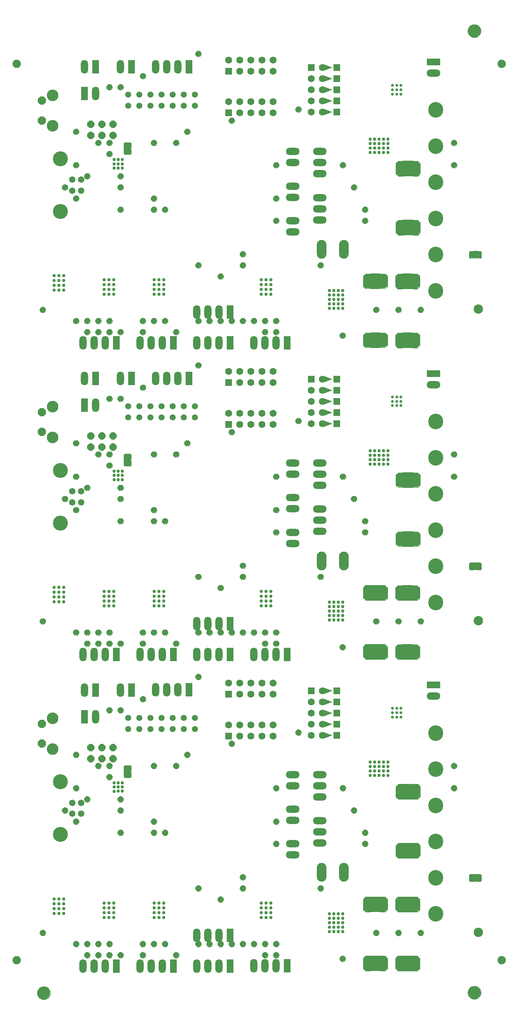
<source format=gbr>
G04 Generated on UCAM*
%FSLAX25Y25*%
%MOIN*%
%IPPOS*%
%ADD10C,0.03000*%
%ADD11C,0.08400*%
%ADD12C,0.06310*%
%ADD13C,0.00100*%
%ADD14C,0.00200*%
%ADD15C,0.00400*%
%ADD16C,0.00800*%
%ADD17C,0.01600*%
%ADD18C,0.05440*%
%ADD19R,0.06400X0.12400*%
%ADD20O,0.06400X0.12400*%
%ADD21O,0.12400X0.06400*%
%ADD22R,0.12400X0.06400*%
%AMBOXS*
$10=$1/2*$11=$2/2*$12=$10-$3*$13=$11-$4*
4,1-$6,8,0-$12,$11,$12,$11,$10,$13,$10,0-$13,$12,0-$11,0-$12,0-$11,0-$10,0-$13,0-$10,$13,0-$12,$11,$5*%
%ADD23BOXS,0.07400X0.07400X0.02167X0.02167X45.00X0*%
%ADD24C,0.10400*%
%ADD25C,0.05800*%
%ADD26C,0.13450*%
%ADD27BOXS,0.06596X0.06596X0.01932X0.01932X45.00X0*%
%ADD28O,0.08650X0.16900*%
%ADD29O,0.13400X0.14000*%
%ADD30R,0.06310X0.06310*%
%ADD31C,0.02600*%
%ADD32R,0.03540X0.07040*%
%ADD33R,0.07040X0.03540*%
%ADD34C,0.00100*%
%ADD35C,0.00200*%
%ADD36C,0.00400*%
%ADD37C,0.00800*%
%ADD38C,0.01600*%
%ADD40C,0.07500*%
%SRX1Y1I0.00000J0.00000*%
%LN25543_ssmask*%
%LPD*%
G36*
X433380Y685130D02*
X424280D01*
Y699030*
X433380*
Y685130*
G37*
G36*
X433380Y738130D02*
X424280D01*
Y752030*
X433380*
Y738130*
G37*
G36*
X433380Y405210D02*
X424280D01*
Y419110*
X433380*
Y405210*
G37*
G36*
X462890Y559470D02*
X453790D01*
Y573370*
X462890*
Y559470*
G37*
G36*
X462390Y685090D02*
X453290D01*
Y698990*
X462390*
Y685090*
G37*
G36*
X462390Y458170D02*
X453290D01*
Y472070*
X462390*
Y458170*
G37*
G36*
X462890Y786390D02*
X453790D01*
Y800290*
X462890*
Y786390*
G37*
G36*
X462890Y839390D02*
X453790D01*
Y853290*
X462890*
Y839390*
G37*
G36*
X462390Y178250D02*
X453290D01*
Y192150*
X462390*
Y178250*
G37*
G36*
X462390Y405170D02*
X453290D01*
Y419070*
X462390*
Y405170*
G37*
G36*
X462390Y125250D02*
X453290D01*
Y139150*
X462390*
Y125250*
G37*
G36*
X462390Y738090D02*
X453290D01*
Y751990*
X462390*
Y738090*
G37*
G36*
X433380Y458210D02*
X424280D01*
Y472110*
X433380*
Y458210*
G37*
G36*
X462890Y279550D02*
X453790D01*
Y293450*
X462890*
Y279550*
G37*
G36*
X462890Y226550D02*
X453790D01*
Y240450*
X462890*
Y226550*
G37*
G36*
X462890Y506470D02*
X453790D01*
Y520370*
X462890*
Y506470*
G37*
G36*
X433380Y178290D02*
X424280D01*
Y192180*
X433380*
Y178290*
G37*
G36*
X433380Y125290D02*
X424280D01*
Y139180*
X433380*
Y125290*
G37*
G36*
X390250Y357260D02*
X382350Y354260D01*
X383550Y355460*
Y359060*
X382350Y360260*
X390250Y357260*
G37*
G36*
X390250Y937100D02*
X382350Y934100D01*
X383550Y935300*
Y938900*
X382350Y940100*
X390250Y937100*
G37*
G36*
X390250Y927100D02*
X382350Y924100D01*
X383550Y925300*
Y928900*
X382350Y930100*
X390250Y927100*
G37*
G36*
X390250Y367260D02*
X382350Y364260D01*
X383550Y365460*
Y369060*
X382350Y370260*
X390250Y367260*
G37*
G36*
X390250Y627180D02*
X382350Y624180D01*
X383550Y625380*
Y628980*
X382350Y630180*
X390250Y627180*
G37*
G36*
X390250Y617180D02*
X382350Y614180D01*
X383550Y615380*
Y618980*
X382350Y620180*
X390250Y617180*
G37*
G36*
X390250Y377260D02*
X382350Y374260D01*
X383550Y375460*
Y379060*
X382350Y380260*
X390250Y377260*
G37*
G36*
X390250Y637180D02*
X382350Y634180D01*
X383550Y635380*
Y638980*
X382350Y640180*
X390250Y637180*
G37*
G36*
X390250Y897100D02*
X382350Y894100D01*
X383550Y895300*
Y898900*
X382350Y900100*
X390250Y897100*
G37*
G36*
X390250Y657180D02*
X382350Y654180D01*
X383550Y655380*
Y658980*
X382350Y660180*
X390250Y657180*
G37*
G36*
X390250Y647180D02*
X382350Y644180D01*
X383550Y645380*
Y648980*
X382350Y650180*
X390250Y647180*
G37*
G36*
X390250Y907100D02*
X382350Y904100D01*
X383550Y905300*
Y908900*
X382350Y910100*
X390250Y907100*
G37*
G36*
X390250Y347260D02*
X382350Y344260D01*
X383550Y345460*
Y349060*
X382350Y350260*
X390250Y347260*
G37*
G36*
X390250Y337260D02*
X382350Y334260D01*
X383550Y335460*
Y339060*
X382350Y340260*
X390250Y337260*
G37*
G36*
X390250Y917100D02*
X382350Y914100D01*
X383550Y915300*
Y918900*
X382350Y920100*
X390250Y917100*
G37*
D10*
X326250Y186590D03*
X334920Y173590D03*
X330590D03*
X326250D03*
X334920Y177930D03*
X330590D03*
X326250D03*
X334920Y182260D03*
X330590D03*
X326250D03*
X334920Y186590D03*
X330590D03*
X234190D03*
X238520D03*
X229850Y182260D03*
X234190D03*
X238520D03*
X229850Y177930D03*
X234190D03*
X238520D03*
X229850Y173590D03*
X234190D03*
X238520D03*
X229850Y186590D03*
X184850D03*
X193520Y173590D03*
X189180D03*
X184850D03*
X193520Y177930D03*
X189180D03*
X184850D03*
X193520Y182260D03*
X189180D03*
X184850D03*
X193520Y186590D03*
X189180D03*
X144450Y190190D03*
X148780D03*
X140120Y185860D03*
X144450D03*
X148780D03*
X140120Y181530D03*
X144450D03*
X148780D03*
X140120Y177190D03*
X144450D03*
X148780D03*
X140120Y190190D03*
X201430Y294430D03*
Y290690D03*
Y286940D03*
X197690D03*
X193940Y286850D03*
X193960Y290690D03*
X193920Y294460D03*
X197690Y294430D03*
Y290690D03*
X399770Y172850D03*
Y176850D03*
X395770D03*
Y172850D03*
X391770D03*
Y176850D03*
X387770D03*
Y172850D03*
Y164850D03*
Y160850D03*
X391770D03*
Y164850D03*
X395770D03*
Y160850D03*
X399770D03*
Y164850D03*
Y168850D03*
X395770D03*
X387770D03*
X391770D03*
X432300Y308960D03*
Y312960D03*
Y304960D03*
Y300960D03*
X428300D03*
X424300D03*
Y304960D03*
X428300D03*
Y308960D03*
X424300D03*
Y312960D03*
X428300D03*
X436300D03*
X440300D03*
Y308960D03*
X436300D03*
Y304960D03*
X440300D03*
Y300960D03*
X436300D03*
X326250Y466510D03*
X334920Y453520D03*
X330590D03*
X326250D03*
X334920Y457850D03*
X330590D03*
X326250D03*
X334920Y462180D03*
X330590D03*
X326250D03*
X334920Y466510D03*
X330590D03*
X234190D03*
X238520D03*
X229850Y462180D03*
X234190D03*
X238520D03*
X229850Y457850D03*
X234190D03*
X238520D03*
X229850Y453520D03*
X234190D03*
X238520D03*
X229850Y466510D03*
X184850D03*
X193520Y453520D03*
X189180D03*
X184850D03*
X193520Y457850D03*
X189180D03*
X184850D03*
X193520Y462180D03*
X189180D03*
X184850D03*
X193520Y466510D03*
X189180D03*
X144450Y470110D03*
X148780D03*
X140120Y465780D03*
X144450D03*
X148780D03*
X140120Y461450D03*
X144450D03*
X148780D03*
X140120Y457120D03*
X144450D03*
X148780D03*
X140120Y470110D03*
X201430Y574350D03*
Y570610D03*
Y566870D03*
X197690D03*
X193940Y566770D03*
X193960Y570610D03*
X193920Y574380D03*
X197690Y574350D03*
Y570610D03*
X399770Y452770D03*
Y456770D03*
X395770D03*
Y452770D03*
X391770D03*
Y456770D03*
X387770D03*
Y452770D03*
Y444770D03*
Y440770D03*
X391770D03*
Y444770D03*
X395770D03*
Y440770D03*
X399770D03*
Y444770D03*
Y448770D03*
X395770D03*
X387770D03*
X391770D03*
X432300Y588880D03*
Y592880D03*
Y584880D03*
Y580880D03*
X428300D03*
X424300D03*
Y584880D03*
X428300D03*
Y588880D03*
X424300D03*
Y592880D03*
X428300D03*
X436300D03*
X440300D03*
Y588880D03*
X436300D03*
Y584880D03*
X440300D03*
Y580880D03*
X436300D03*
X326250Y746430D03*
X334920Y733440D03*
X330590D03*
X326250D03*
X334920Y737770D03*
X330590D03*
X326250D03*
X334920Y742100D03*
X330590D03*
X326250D03*
X334920Y746430D03*
X330590D03*
X234190D03*
X238520D03*
X229850Y742100D03*
X234190D03*
X238520D03*
X229850Y737770D03*
X234190D03*
X238520D03*
X229850Y733440D03*
X234190D03*
X238520D03*
X229850Y746430D03*
X184850D03*
X193520Y733440D03*
X189180D03*
X184850D03*
X193520Y737770D03*
X189180D03*
X184850D03*
X193520Y742100D03*
X189180D03*
X184850D03*
X193520Y746430D03*
X189180D03*
X144450Y750030D03*
X148780D03*
X140120Y745700D03*
X144450D03*
X148780D03*
X140120Y741370D03*
X144450D03*
X148780D03*
X140120Y737040D03*
X144450D03*
X148780D03*
X140120Y750030D03*
X201430Y854270D03*
Y850530D03*
Y846790D03*
X197690D03*
X193940Y846690D03*
X193960Y850530D03*
X193920Y854300D03*
X197690Y854270D03*
Y850530D03*
X399770Y732700D03*
Y736700D03*
X395770D03*
Y732700D03*
X391770D03*
Y736700D03*
X387770D03*
Y732700D03*
Y724700D03*
Y720700D03*
X391770D03*
Y724700D03*
X395770D03*
Y720700D03*
X399770D03*
Y724700D03*
Y728700D03*
X395770D03*
X387770D03*
X391770D03*
X432300Y868800D03*
Y872800D03*
Y864800D03*
Y860800D03*
X428300D03*
X424300D03*
Y864800D03*
X428300D03*
Y868800D03*
X424300D03*
Y872800D03*
X428300D03*
X436300D03*
X440300D03*
Y868800D03*
X436300D03*
Y864800D03*
X440300D03*
Y860800D03*
X436300D03*
D11*
X521750Y160240D03*
Y440160D03*
Y720080D03*
D12*
X381350Y377260D03*
Y367260D03*
Y357260D03*
Y347260D03*
Y337260D03*
Y657180D03*
Y647180D03*
Y637180D03*
Y627180D03*
Y617180D03*
Y937100D03*
Y927100D03*
Y917100D03*
Y907100D03*
Y897100D03*
X297080Y384090D03*
X307080Y374080D03*
Y384090D03*
X317090Y374080D03*
Y384090D03*
X327080Y374080D03*
Y384090D03*
X337090Y374080D03*
Y384090D03*
X297080Y346590D03*
X307080Y336580D03*
Y346590D03*
X317090Y336580D03*
Y346590D03*
X327080Y336580D03*
Y346590D03*
X337090Y336580D03*
Y346590D03*
X371350Y337260D03*
Y347260D03*
Y357260D03*
Y367260D03*
X297080Y664010D03*
X307080Y654010D03*
Y664010D03*
X317090Y654010D03*
Y664010D03*
X327080Y654010D03*
Y664010D03*
X337090Y654010D03*
Y664010D03*
X297080Y626510D03*
X307080Y616510D03*
Y626510D03*
X317090Y616510D03*
Y626510D03*
X327080Y616510D03*
Y626510D03*
X337090Y616510D03*
Y626510D03*
X371350Y617180D03*
Y627180D03*
Y637180D03*
Y647180D03*
X297080Y943930D03*
X307080Y933930D03*
Y943930D03*
X317090Y933930D03*
Y943930D03*
X327080Y933930D03*
Y943930D03*
X337090Y933930D03*
Y943930D03*
X297080Y906430D03*
X307080Y896430D03*
Y906430D03*
X317090Y896430D03*
Y906430D03*
X327080Y896430D03*
Y906430D03*
X337090Y896430D03*
Y906430D03*
X371350Y897100D03*
Y907100D03*
Y917100D03*
Y927100D03*
D13*
X124725Y105610D02*
X124750Y106153D01*
X124825Y106691*
X124950Y107221*
X125122Y107736*
X125342Y108233*
X125607Y108708*
X125914Y109156*
X126261Y109575*
X126645Y109959*
X127064Y110306*
X127512Y110613*
X127987Y110878*
X128484Y111098*
X129000Y111270*
X129529Y111395*
X130067Y111470*
X130610Y111495*
X131153Y111470*
X131691Y111395*
X132221Y111270*
X132736Y111098*
X133233Y110878*
X133708Y110613*
X134156Y110306*
X134575Y109959*
X134959Y109575*
X135306Y109156*
X135613Y108708*
X135878Y108233*
X136098Y107736*
X136270Y107221*
X136395Y106691*
X136470Y106153*
X136495Y105610*
X136470Y105067*
X136395Y104529*
X136270Y104000*
X136098Y103484*
X135878Y102987*
X135613Y102512*
X135306Y102064*
X134959Y101645*
X134575Y101261*
X134156Y100914*
X133708Y100607*
X133233Y100342*
X132736Y100122*
X132221Y99950*
X131691Y99825*
X131153Y99750*
X130610Y99725*
X130067Y99750*
X129529Y99825*
X129000Y99950*
X128484Y100122*
X127987Y100342*
X127512Y100607*
X127064Y100914*
X126645Y101261*
X126261Y101645*
X125914Y102064*
X125607Y102512*
X125342Y102987*
X125122Y103484*
X124950Y104000*
X124825Y104529*
X124750Y105067*
X124725Y105610*
X512115Y106000D02*
X512140Y106543D01*
X512215Y107081*
X512340Y107611*
X512512Y108126*
X512732Y108623*
X512997Y109098*
X513304Y109546*
X513651Y109965*
X514035Y110349*
X514454Y110696*
X514902Y111003*
X515377Y111268*
X515874Y111488*
X516390Y111660*
X516919Y111785*
X517457Y111860*
X518000Y111885*
X518543Y111860*
X519081Y111785*
X519611Y111660*
X520126Y111488*
X520623Y111268*
X521098Y111003*
X521546Y110696*
X521965Y110349*
X522349Y109965*
X522696Y109546*
X523003Y109098*
X523268Y108623*
X523488Y108126*
X523660Y107611*
X523785Y107081*
X523860Y106543*
X523885Y106000*
X523860Y105457*
X523785Y104919*
X523660Y104390*
X523488Y103874*
X523268Y103377*
X523003Y102902*
X522696Y102454*
X522349Y102035*
X521965Y101651*
X521546Y101304*
X521098Y100997*
X520623Y100732*
X520126Y100512*
X519611Y100340*
X519081Y100215*
X518543Y100140*
X518000Y100115*
X517457Y100140*
X516919Y100215*
X516390Y100340*
X515874Y100512*
X515377Y100732*
X514902Y100997*
X514454Y101304*
X514035Y101651*
X513651Y102035*
X513304Y102454*
X512997Y102902*
X512732Y103377*
X512512Y103874*
X512340Y104390*
X512215Y104919*
X512140Y105457*
X512115Y106000*
X512115Y969980D02*
X512140Y970523D01*
X512215Y971061*
X512340Y971591*
X512512Y972106*
X512732Y972603*
X512997Y973078*
X513304Y973526*
X513651Y973945*
X514035Y974329*
X514454Y974676*
X514902Y974983*
X515377Y975248*
X515874Y975468*
X516390Y975640*
X516919Y975765*
X517457Y975840*
X518000Y975865*
X518543Y975840*
X519081Y975765*
X519611Y975640*
X520126Y975468*
X520623Y975248*
X521098Y974983*
X521546Y974676*
X521965Y974329*
X522349Y973945*
X522696Y973526*
X523003Y973078*
X523268Y972603*
X523488Y972106*
X523660Y971591*
X523785Y971061*
X523860Y970523*
X523885Y969980*
X523860Y969437*
X523785Y968899*
X523660Y968370*
X523488Y967854*
X523268Y967357*
X523003Y966882*
X522696Y966434*
X522349Y966015*
X521965Y965631*
X521546Y965284*
X521098Y964977*
X520623Y964712*
X520126Y964492*
X519611Y964320*
X519081Y964195*
X518543Y964120*
X518000Y964095*
X517457Y964120*
X516919Y964195*
X516390Y964320*
X515874Y964492*
X515377Y964712*
X514902Y964977*
X514454Y965284*
X514035Y965631*
X513651Y966015*
X513304Y966434*
X512997Y966882*
X512732Y967357*
X512512Y967854*
X512340Y968370*
X512215Y968899*
X512140Y969437*
X512115Y969980*
X307030Y209680D02*
X307055Y210041D01*
X307128Y210395*
X307249Y210736*
X307416Y211057*
X307624Y211352*
X307871Y211617*
X308152Y211845*
X308461Y212033*
X308793Y212177*
X309141Y212274*
X309499Y212324*
X309861*
X310219Y212274*
X310567Y212177*
X310899Y212033*
X311208Y211845*
X311489Y211617*
X311736Y211352*
X311944Y211057*
X312111Y210736*
X312232Y210395*
X312305Y210041*
X312330Y209680*
X312305Y209319*
X312232Y208965*
X312111Y208624*
X311944Y208303*
X311736Y208008*
X311489Y207743*
X311208Y207515*
X310899Y207327*
X310567Y207183*
X310219Y207086*
X309861Y207036*
X309499*
X309141Y207086*
X308793Y207183*
X308461Y207327*
X308152Y207515*
X307871Y207743*
X307624Y208008*
X307416Y208303*
X307249Y208624*
X307128Y208965*
X307055Y209319*
X307030Y209680*
X197040Y359680D02*
X197065Y360041D01*
X197138Y360395*
X197259Y360736*
X197426Y361057*
X197634Y361352*
X197881Y361617*
X198162Y361845*
X198471Y362033*
X198803Y362177*
X199151Y362274*
X199509Y362324*
X199871*
X200229Y362274*
X200577Y362177*
X200909Y362033*
X201218Y361845*
X201499Y361617*
X201746Y361352*
X201954Y361057*
X202121Y360736*
X202242Y360395*
X202315Y360041*
X202340Y359680*
X202315Y359319*
X202242Y358965*
X202121Y358624*
X201954Y358303*
X201746Y358008*
X201499Y357743*
X201218Y357515*
X200909Y357327*
X200577Y357183*
X200229Y357086*
X199871Y357036*
X199509*
X199151Y357086*
X198803Y357183*
X198471Y357327*
X198162Y357515*
X197881Y357743*
X197634Y358008*
X197426Y358303*
X197259Y358624*
X197138Y358965*
X197065Y359319*
X197040Y359680*
X257030Y319690D02*
X257055Y320051D01*
X257128Y320405*
X257249Y320746*
X257416Y321067*
X257624Y321362*
X257871Y321627*
X258152Y321855*
X258461Y322043*
X258793Y322187*
X259141Y322284*
X259499Y322334*
X259861*
X260219Y322284*
X260567Y322187*
X260899Y322043*
X261208Y321855*
X261489Y321627*
X261736Y321362*
X261944Y321067*
X262111Y320746*
X262232Y320405*
X262305Y320051*
X262330Y319690*
X262305Y319329*
X262232Y318975*
X262111Y318634*
X261944Y318313*
X261736Y318018*
X261489Y317753*
X261208Y317525*
X260899Y317337*
X260567Y317193*
X260219Y317096*
X259861Y317046*
X259499*
X259141Y317096*
X258793Y317193*
X258461Y317337*
X258152Y317525*
X257871Y317753*
X257624Y318018*
X257416Y318313*
X257249Y318634*
X257128Y318975*
X257055Y319329*
X257030Y319690*
X157040Y289690D02*
X157065Y290051D01*
X157138Y290405*
X157259Y290746*
X157426Y291067*
X157634Y291362*
X157881Y291627*
X158162Y291855*
X158471Y292043*
X158803Y292187*
X159151Y292284*
X159509Y292334*
X159871*
X160229Y292284*
X160577Y292187*
X160909Y292043*
X161218Y291855*
X161499Y291627*
X161746Y291362*
X161954Y291067*
X162121Y290746*
X162242Y290405*
X162315Y290051*
X162340Y289690*
X162315Y289329*
X162242Y288975*
X162121Y288634*
X161954Y288313*
X161746Y288018*
X161499Y287753*
X161218Y287525*
X160909Y287337*
X160577Y287193*
X160229Y287096*
X159871Y287046*
X159509*
X159151Y287096*
X158803Y287193*
X158471Y287337*
X158162Y287525*
X157881Y287753*
X157634Y288018*
X157426Y288313*
X157259Y288634*
X157138Y288975*
X157065Y289329*
X157040Y289690*
X167030Y279680D02*
X167055Y280041D01*
X167128Y280395*
X167249Y280736*
X167416Y281057*
X167624Y281352*
X167871Y281617*
X168152Y281845*
X168461Y282033*
X168793Y282177*
X169141Y282274*
X169499Y282324*
X169861*
X170219Y282274*
X170567Y282177*
X170899Y282033*
X171208Y281845*
X171489Y281617*
X171736Y281352*
X171944Y281057*
X172111Y280736*
X172232Y280395*
X172305Y280041*
X172330Y279680*
X172305Y279319*
X172232Y278965*
X172111Y278624*
X171944Y278303*
X171736Y278008*
X171489Y277743*
X171208Y277515*
X170899Y277327*
X170567Y277183*
X170219Y277086*
X169861Y277036*
X169499*
X169141Y277086*
X168793Y277183*
X168461Y277327*
X168152Y277515*
X167871Y277743*
X167624Y278008*
X167416Y278303*
X167249Y278624*
X167128Y278965*
X167055Y279319*
X167030Y279680*
X307030Y199690D02*
X307055Y200051D01*
X307128Y200405*
X307249Y200746*
X307416Y201067*
X307624Y201362*
X307871Y201627*
X308152Y201855*
X308461Y202043*
X308793Y202187*
X309141Y202284*
X309499Y202334*
X309861*
X310219Y202284*
X310567Y202187*
X310899Y202043*
X311208Y201855*
X311489Y201627*
X311736Y201362*
X311944Y201067*
X312111Y200746*
X312232Y200405*
X312305Y200051*
X312330Y199690*
X312305Y199329*
X312232Y198975*
X312111Y198634*
X311944Y198313*
X311736Y198018*
X311489Y197753*
X311208Y197525*
X310899Y197337*
X310567Y197193*
X310219Y197096*
X309861Y197046*
X309499*
X309141Y197096*
X308793Y197193*
X308461Y197337*
X308152Y197525*
X307871Y197753*
X307624Y198018*
X307416Y198313*
X307249Y198634*
X307128Y198975*
X307055Y199329*
X307030Y199690*
X287040Y189680D02*
X287065Y190041D01*
X287138Y190395*
X287259Y190736*
X287426Y191057*
X287634Y191352*
X287881Y191617*
X288162Y191845*
X288471Y192033*
X288803Y192177*
X289151Y192274*
X289509Y192324*
X289871*
X290229Y192274*
X290577Y192177*
X290909Y192033*
X291218Y191845*
X291499Y191617*
X291746Y191352*
X291954Y191057*
X292121Y190736*
X292242Y190395*
X292315Y190041*
X292340Y189680*
X292315Y189319*
X292242Y188965*
X292121Y188624*
X291954Y188303*
X291746Y188008*
X291499Y187743*
X291218Y187515*
X290909Y187327*
X290577Y187183*
X290229Y187086*
X289871Y187036*
X289509*
X289151Y187086*
X288803Y187183*
X288471Y187327*
X288162Y187515*
X287881Y187743*
X287634Y188008*
X287426Y188303*
X287259Y188624*
X287138Y188965*
X287065Y189319*
X287040Y189680*
X267040Y199690D02*
X267065Y200051D01*
X267138Y200405*
X267259Y200746*
X267426Y201067*
X267634Y201362*
X267881Y201627*
X268162Y201855*
X268471Y202043*
X268803Y202187*
X269151Y202284*
X269509Y202334*
X269871*
X270229Y202284*
X270577Y202187*
X270909Y202043*
X271218Y201855*
X271499Y201627*
X271746Y201362*
X271954Y201067*
X272121Y200746*
X272242Y200405*
X272315Y200051*
X272340Y199690*
X272315Y199329*
X272242Y198975*
X272121Y198634*
X271954Y198313*
X271746Y198018*
X271499Y197753*
X271218Y197525*
X270909Y197337*
X270577Y197193*
X270229Y197096*
X269871Y197046*
X269509*
X269151Y197096*
X268803Y197193*
X268471Y197337*
X268162Y197525*
X267881Y197753*
X267634Y198018*
X267426Y198313*
X267259Y198634*
X267138Y198975*
X267065Y199329*
X267040Y199690*
X177030Y149690D02*
X177055Y150051D01*
X177128Y150405*
X177249Y150746*
X177416Y151067*
X177624Y151362*
X177871Y151627*
X178152Y151855*
X178461Y152043*
X178793Y152187*
X179141Y152284*
X179499Y152334*
X179861*
X180219Y152284*
X180567Y152187*
X180899Y152043*
X181208Y151855*
X181489Y151627*
X181736Y151362*
X181944Y151067*
X182111Y150746*
X182232Y150405*
X182305Y150051*
X182330Y149690*
X182305Y149329*
X182232Y148975*
X182111Y148634*
X181944Y148313*
X181736Y148018*
X181489Y147753*
X181208Y147525*
X180899Y147337*
X180567Y147193*
X180219Y147096*
X179861Y147046*
X179499*
X179141Y147096*
X178793Y147193*
X178461Y147337*
X178152Y147525*
X177871Y147753*
X177624Y148018*
X177416Y148313*
X177249Y148634*
X177128Y148975*
X177055Y149329*
X177030Y149690*
X157040Y149690D02*
X157065Y150051D01*
X157138Y150405*
X157259Y150746*
X157426Y151067*
X157634Y151362*
X157881Y151627*
X158162Y151855*
X158471Y152043*
X158803Y152187*
X159151Y152284*
X159509Y152334*
X159871*
X160229Y152284*
X160577Y152187*
X160909Y152043*
X161218Y151855*
X161499Y151627*
X161746Y151362*
X161954Y151067*
X162121Y150746*
X162242Y150405*
X162315Y150051*
X162340Y149690*
X162315Y149329*
X162242Y148975*
X162121Y148634*
X161954Y148313*
X161746Y148018*
X161499Y147753*
X161218Y147525*
X160909Y147337*
X160577Y147193*
X160229Y147096*
X159871Y147046*
X159509*
X159151Y147096*
X158803Y147193*
X158471Y147337*
X158162Y147525*
X157881Y147753*
X157634Y148018*
X157426Y148313*
X157259Y148634*
X157138Y148975*
X157065Y149329*
X157040Y149690*
X167030Y149690D02*
X167055Y150051D01*
X167128Y150405*
X167249Y150746*
X167416Y151067*
X167624Y151362*
X167871Y151627*
X168152Y151855*
X168461Y152043*
X168793Y152187*
X169141Y152284*
X169499Y152334*
X169861*
X170219Y152284*
X170567Y152187*
X170899Y152043*
X171208Y151855*
X171489Y151627*
X171736Y151362*
X171944Y151067*
X172111Y150746*
X172232Y150405*
X172305Y150051*
X172330Y149690*
X172305Y149329*
X172232Y148975*
X172111Y148634*
X171944Y148313*
X171736Y148018*
X171489Y147753*
X171208Y147525*
X170899Y147337*
X170567Y147193*
X170219Y147096*
X169861Y147046*
X169499*
X169141Y147096*
X168793Y147193*
X168461Y147337*
X168152Y147525*
X167871Y147753*
X167624Y148018*
X167416Y148313*
X167249Y148634*
X167128Y148975*
X167055Y149329*
X167030Y149690*
X357030Y339690D02*
X357055Y340051D01*
X357128Y340405*
X357249Y340746*
X357416Y341067*
X357624Y341362*
X357871Y341627*
X358152Y341855*
X358461Y342043*
X358793Y342187*
X359141Y342284*
X359499Y342334*
X359861*
X360219Y342284*
X360567Y342187*
X360899Y342043*
X361208Y341855*
X361489Y341627*
X361736Y341362*
X361944Y341067*
X362111Y340746*
X362232Y340405*
X362305Y340051*
X362330Y339690*
X362305Y339329*
X362232Y338975*
X362111Y338634*
X361944Y338313*
X361736Y338018*
X361489Y337753*
X361208Y337525*
X360899Y337337*
X360567Y337193*
X360219Y337096*
X359861Y337046*
X359499*
X359141Y337096*
X358793Y337193*
X358461Y337337*
X358152Y337525*
X357871Y337753*
X357624Y338018*
X357416Y338313*
X357249Y338634*
X357128Y338975*
X357055Y339329*
X357030Y339690*
X337040Y239690D02*
X337065Y240051D01*
X337138Y240405*
X337259Y240746*
X337426Y241067*
X337634Y241362*
X337881Y241627*
X338162Y241855*
X338471Y242043*
X338803Y242187*
X339151Y242284*
X339509Y242334*
X339871*
X340229Y242284*
X340577Y242187*
X340909Y242043*
X341218Y241855*
X341499Y241627*
X341746Y241362*
X341954Y241067*
X342121Y240746*
X342242Y240405*
X342315Y240051*
X342340Y239690*
X342315Y239329*
X342242Y238975*
X342121Y238634*
X341954Y238313*
X341746Y238018*
X341499Y237753*
X341218Y237525*
X340909Y237337*
X340577Y237193*
X340229Y237096*
X339871Y237046*
X339509*
X339151Y237096*
X338803Y237193*
X338471Y237337*
X338162Y237525*
X337881Y237753*
X337634Y238018*
X337426Y238313*
X337259Y238634*
X337138Y238975*
X337065Y239329*
X337040Y239690*
X396730Y136490D02*
X396755Y136851D01*
X396828Y137205*
X396949Y137546*
X397116Y137867*
X397324Y138162*
X397571Y138427*
X397852Y138655*
X398161Y138843*
X398493Y138987*
X398841Y139084*
X399199Y139134*
X399561*
X399919Y139084*
X400267Y138987*
X400599Y138843*
X400908Y138655*
X401189Y138427*
X401436Y138162*
X401644Y137867*
X401811Y137546*
X401932Y137205*
X402005Y136851*
X402030Y136490*
X402005Y136129*
X401932Y135775*
X401811Y135434*
X401644Y135113*
X401436Y134818*
X401189Y134553*
X400908Y134325*
X400599Y134137*
X400267Y133993*
X399919Y133896*
X399561Y133846*
X399199*
X398841Y133896*
X398493Y133993*
X398161Y134137*
X397852Y134325*
X397571Y134553*
X397324Y134818*
X397116Y135113*
X396949Y135434*
X396828Y135775*
X396755Y136129*
X396730Y136490*
X127030Y159690D02*
X127055Y160051D01*
X127128Y160405*
X127249Y160746*
X127416Y161067*
X127624Y161362*
X127871Y161627*
X128152Y161855*
X128461Y162043*
X128793Y162187*
X129141Y162284*
X129499Y162334*
X129861*
X130219Y162284*
X130567Y162187*
X130899Y162043*
X131208Y161855*
X131489Y161627*
X131736Y161362*
X131944Y161067*
X132111Y160746*
X132232Y160405*
X132305Y160051*
X132330Y159690*
X132305Y159329*
X132232Y158975*
X132111Y158634*
X131944Y158313*
X131736Y158018*
X131489Y157753*
X131208Y157525*
X130899Y157337*
X130567Y157193*
X130219Y157096*
X129861Y157046*
X129499*
X129141Y157096*
X128793Y157193*
X128461Y157337*
X128152Y157525*
X127871Y157753*
X127624Y158018*
X127416Y158313*
X127249Y158634*
X127128Y158975*
X127055Y159329*
X127030Y159690*
X237040Y149690D02*
X237065Y150051D01*
X237138Y150405*
X237259Y150746*
X237426Y151067*
X237634Y151362*
X237881Y151627*
X238162Y151855*
X238471Y152043*
X238803Y152187*
X239151Y152284*
X239509Y152334*
X239871*
X240229Y152284*
X240577Y152187*
X240909Y152043*
X241218Y151855*
X241499Y151627*
X241746Y151362*
X241954Y151067*
X242121Y150746*
X242242Y150405*
X242315Y150051*
X242340Y149690*
X242315Y149329*
X242242Y148975*
X242121Y148634*
X241954Y148313*
X241746Y148018*
X241499Y147753*
X241218Y147525*
X240909Y147337*
X240577Y147193*
X240229Y147096*
X239871Y147046*
X239509*
X239151Y147096*
X238803Y147193*
X238471Y147337*
X238162Y147525*
X237881Y147753*
X237634Y148018*
X237426Y148313*
X237259Y148634*
X237138Y148975*
X237065Y149329*
X237040Y149690*
X217040Y149690D02*
X217065Y150051D01*
X217138Y150405*
X217259Y150746*
X217426Y151067*
X217634Y151362*
X217881Y151627*
X218162Y151855*
X218471Y152043*
X218803Y152187*
X219151Y152284*
X219509Y152334*
X219871*
X220229Y152284*
X220577Y152187*
X220909Y152043*
X221218Y151855*
X221499Y151627*
X221746Y151362*
X221954Y151067*
X222121Y150746*
X222242Y150405*
X222315Y150051*
X222340Y149690*
X222315Y149329*
X222242Y148975*
X222121Y148634*
X221954Y148313*
X221746Y148018*
X221499Y147753*
X221218Y147525*
X220909Y147337*
X220577Y147193*
X220229Y147096*
X219871Y147046*
X219509*
X219151Y147096*
X218803Y147193*
X218471Y147337*
X218162Y147525*
X217881Y147753*
X217634Y148018*
X217426Y148313*
X217259Y148634*
X217138Y148975*
X217065Y149329*
X217040Y149690*
X227030Y149690D02*
X227055Y150051D01*
X227128Y150405*
X227249Y150746*
X227416Y151067*
X227624Y151362*
X227871Y151627*
X228152Y151855*
X228461Y152043*
X228793Y152187*
X229141Y152284*
X229499Y152334*
X229861*
X230219Y152284*
X230567Y152187*
X230899Y152043*
X231208Y151855*
X231489Y151627*
X231736Y151362*
X231944Y151067*
X232111Y150746*
X232232Y150405*
X232305Y150051*
X232330Y149690*
X232305Y149329*
X232232Y148975*
X232111Y148634*
X231944Y148313*
X231736Y148018*
X231489Y147753*
X231208Y147525*
X230899Y147337*
X230567Y147193*
X230219Y147096*
X229861Y147046*
X229499*
X229141Y147096*
X228793Y147193*
X228461Y147337*
X228152Y147525*
X227871Y147753*
X227624Y148018*
X227416Y148313*
X227249Y148634*
X227128Y148975*
X227055Y149329*
X227030Y149690*
X187030Y149690D02*
X187055Y150051D01*
X187128Y150405*
X187249Y150746*
X187416Y151067*
X187624Y151362*
X187871Y151627*
X188152Y151855*
X188461Y152043*
X188793Y152187*
X189141Y152284*
X189499Y152334*
X189861*
X190219Y152284*
X190567Y152187*
X190899Y152043*
X191208Y151855*
X191489Y151627*
X191736Y151362*
X191944Y151067*
X192111Y150746*
X192232Y150405*
X192305Y150051*
X192330Y149690*
X192305Y149329*
X192232Y148975*
X192111Y148634*
X191944Y148313*
X191736Y148018*
X191489Y147753*
X191208Y147525*
X190899Y147337*
X190567Y147193*
X190219Y147096*
X189861Y147046*
X189499*
X189141Y147096*
X188793Y147193*
X188461Y147337*
X188152Y147525*
X187871Y147753*
X187624Y148018*
X187416Y148313*
X187249Y148634*
X187128Y148975*
X187055Y149329*
X187030Y149690*
X297040Y149690D02*
X297065Y150051D01*
X297138Y150405*
X297259Y150746*
X297426Y151067*
X297634Y151362*
X297881Y151627*
X298162Y151855*
X298471Y152043*
X298803Y152187*
X299151Y152284*
X299509Y152334*
X299871*
X300229Y152284*
X300577Y152187*
X300909Y152043*
X301218Y151855*
X301499Y151627*
X301746Y151362*
X301954Y151067*
X302121Y150746*
X302242Y150405*
X302315Y150051*
X302340Y149690*
X302315Y149329*
X302242Y148975*
X302121Y148634*
X301954Y148313*
X301746Y148018*
X301499Y147753*
X301218Y147525*
X300909Y147337*
X300577Y147193*
X300229Y147096*
X299871Y147046*
X299509*
X299151Y147096*
X298803Y147193*
X298471Y147337*
X298162Y147525*
X297881Y147753*
X297634Y148018*
X297426Y148313*
X297259Y148634*
X297138Y148975*
X297065Y149329*
X297040Y149690*
X277030Y149690D02*
X277055Y150051D01*
X277128Y150405*
X277249Y150746*
X277416Y151067*
X277624Y151362*
X277871Y151627*
X278152Y151855*
X278461Y152043*
X278793Y152187*
X279141Y152284*
X279499Y152334*
X279861*
X280219Y152284*
X280567Y152187*
X280899Y152043*
X281208Y151855*
X281489Y151627*
X281736Y151362*
X281944Y151067*
X282111Y150746*
X282232Y150405*
X282305Y150051*
X282330Y149690*
X282305Y149329*
X282232Y148975*
X282111Y148634*
X281944Y148313*
X281736Y148018*
X281489Y147753*
X281208Y147525*
X280899Y147337*
X280567Y147193*
X280219Y147096*
X279861Y147046*
X279499*
X279141Y147096*
X278793Y147193*
X278461Y147337*
X278152Y147525*
X277871Y147753*
X277624Y148018*
X277416Y148313*
X277249Y148634*
X277128Y148975*
X277055Y149329*
X277030Y149690*
X287040Y149690D02*
X287065Y150051D01*
X287138Y150405*
X287259Y150746*
X287426Y151067*
X287634Y151362*
X287881Y151627*
X288162Y151855*
X288471Y152043*
X288803Y152187*
X289151Y152284*
X289509Y152334*
X289871*
X290229Y152284*
X290577Y152187*
X290909Y152043*
X291218Y151855*
X291499Y151627*
X291746Y151362*
X291954Y151067*
X292121Y150746*
X292242Y150405*
X292315Y150051*
X292340Y149690*
X292315Y149329*
X292242Y148975*
X292121Y148634*
X291954Y148313*
X291746Y148018*
X291499Y147753*
X291218Y147525*
X290909Y147337*
X290577Y147193*
X290229Y147096*
X289871Y147046*
X289509*
X289151Y147096*
X288803Y147193*
X288471Y147337*
X288162Y147525*
X287881Y147753*
X287634Y148018*
X287426Y148313*
X287259Y148634*
X287138Y148975*
X287065Y149329*
X287040Y149690*
X267040Y149690D02*
X267065Y150051D01*
X267138Y150405*
X267259Y150746*
X267426Y151067*
X267634Y151362*
X267881Y151627*
X268162Y151855*
X268471Y152043*
X268803Y152187*
X269151Y152284*
X269509Y152334*
X269871*
X270229Y152284*
X270577Y152187*
X270909Y152043*
X271218Y151855*
X271499Y151627*
X271746Y151362*
X271954Y151067*
X272121Y150746*
X272242Y150405*
X272315Y150051*
X272340Y149690*
X272315Y149329*
X272242Y148975*
X272121Y148634*
X271954Y148313*
X271746Y148018*
X271499Y147753*
X271218Y147525*
X270909Y147337*
X270577Y147193*
X270229Y147096*
X269871Y147046*
X269509*
X269151Y147096*
X268803Y147193*
X268471Y147337*
X268162Y147525*
X267881Y147753*
X267634Y148018*
X267426Y148313*
X267259Y148634*
X267138Y148975*
X267065Y149329*
X267040Y149690*
X337040Y149690D02*
X337065Y150051D01*
X337138Y150405*
X337259Y150746*
X337426Y151067*
X337634Y151362*
X337881Y151627*
X338162Y151855*
X338471Y152043*
X338803Y152187*
X339151Y152284*
X339509Y152334*
X339871*
X340229Y152284*
X340577Y152187*
X340909Y152043*
X341218Y151855*
X341499Y151627*
X341746Y151362*
X341954Y151067*
X342121Y150746*
X342242Y150405*
X342315Y150051*
X342340Y149690*
X342315Y149329*
X342242Y148975*
X342121Y148634*
X341954Y148313*
X341746Y148018*
X341499Y147753*
X341218Y147525*
X340909Y147337*
X340577Y147193*
X340229Y147096*
X339871Y147046*
X339509*
X339151Y147096*
X338803Y147193*
X338471Y147337*
X338162Y147525*
X337881Y147753*
X337634Y148018*
X337426Y148313*
X337259Y148634*
X337138Y148975*
X337065Y149329*
X337040Y149690*
X317040Y149690D02*
X317065Y150051D01*
X317138Y150405*
X317259Y150746*
X317426Y151067*
X317634Y151362*
X317881Y151627*
X318162Y151855*
X318471Y152043*
X318803Y152187*
X319151Y152284*
X319509Y152334*
X319871*
X320229Y152284*
X320577Y152187*
X320909Y152043*
X321218Y151855*
X321499Y151627*
X321746Y151362*
X321954Y151067*
X322121Y150746*
X322242Y150405*
X322315Y150051*
X322340Y149690*
X322315Y149329*
X322242Y148975*
X322121Y148634*
X321954Y148313*
X321746Y148018*
X321499Y147753*
X321218Y147525*
X320909Y147337*
X320577Y147193*
X320229Y147096*
X319871Y147046*
X319509*
X319151Y147096*
X318803Y147193*
X318471Y147337*
X318162Y147525*
X317881Y147753*
X317634Y148018*
X317426Y148313*
X317259Y148634*
X317138Y148975*
X317065Y149329*
X317040Y149690*
X327030Y149690D02*
X327055Y150051D01*
X327128Y150405*
X327249Y150746*
X327416Y151067*
X327624Y151362*
X327871Y151627*
X328152Y151855*
X328461Y152043*
X328793Y152187*
X329141Y152284*
X329499Y152334*
X329861*
X330219Y152284*
X330567Y152187*
X330899Y152043*
X331208Y151855*
X331489Y151627*
X331736Y151362*
X331944Y151067*
X332111Y150746*
X332232Y150405*
X332305Y150051*
X332330Y149690*
X332305Y149329*
X332232Y148975*
X332111Y148634*
X331944Y148313*
X331736Y148018*
X331489Y147753*
X331208Y147525*
X330899Y147337*
X330567Y147193*
X330219Y147096*
X329861Y147046*
X329499*
X329141Y147096*
X328793Y147193*
X328461Y147337*
X328152Y147525*
X327871Y147753*
X327624Y148018*
X327416Y148313*
X327249Y148634*
X327128Y148975*
X327055Y149329*
X327030Y149690*
X307030Y149690D02*
X307055Y150051D01*
X307128Y150405*
X307249Y150746*
X307416Y151067*
X307624Y151362*
X307871Y151627*
X308152Y151855*
X308461Y152043*
X308793Y152187*
X309141Y152284*
X309499Y152334*
X309861*
X310219Y152284*
X310567Y152187*
X310899Y152043*
X311208Y151855*
X311489Y151627*
X311736Y151362*
X311944Y151067*
X312111Y150746*
X312232Y150405*
X312305Y150051*
X312330Y149690*
X312305Y149329*
X312232Y148975*
X312111Y148634*
X311944Y148313*
X311736Y148018*
X311489Y147753*
X311208Y147525*
X310899Y147337*
X310567Y147193*
X310219Y147096*
X309861Y147046*
X309499*
X309141Y147096*
X308793Y147193*
X308461Y147337*
X308152Y147525*
X307871Y147753*
X307624Y148018*
X307416Y148313*
X307249Y148634*
X307128Y148975*
X307055Y149329*
X307030Y149690*
X397040Y289690D02*
X397065Y290051D01*
X397138Y290405*
X397259Y290746*
X397426Y291067*
X397634Y291362*
X397881Y291627*
X398162Y291855*
X398471Y292043*
X398803Y292187*
X399151Y292284*
X399509Y292334*
X399871*
X400229Y292284*
X400577Y292187*
X400909Y292043*
X401218Y291855*
X401499Y291627*
X401746Y291362*
X401954Y291067*
X402121Y290746*
X402242Y290405*
X402315Y290051*
X402340Y289690*
X402315Y289329*
X402242Y288975*
X402121Y288634*
X401954Y288313*
X401746Y288018*
X401499Y287753*
X401218Y287525*
X400909Y287337*
X400577Y287193*
X400229Y287096*
X399871Y287046*
X399509*
X399151Y287096*
X398803Y287193*
X398471Y287337*
X398162Y287525*
X397881Y287753*
X397634Y288018*
X397426Y288313*
X397259Y288634*
X397138Y288975*
X397065Y289329*
X397040Y289690*
X407030Y269690D02*
X407055Y270051D01*
X407128Y270405*
X407249Y270746*
X407416Y271067*
X407624Y271362*
X407871Y271627*
X408152Y271855*
X408461Y272043*
X408793Y272187*
X409141Y272284*
X409499Y272334*
X409861*
X410219Y272284*
X410567Y272187*
X410899Y272043*
X411208Y271855*
X411489Y271627*
X411736Y271362*
X411944Y271067*
X412111Y270746*
X412232Y270405*
X412305Y270051*
X412330Y269690*
X412305Y269329*
X412232Y268975*
X412111Y268634*
X411944Y268313*
X411736Y268018*
X411489Y267753*
X411208Y267525*
X410899Y267337*
X410567Y267193*
X410219Y267096*
X409861Y267046*
X409499*
X409141Y267096*
X408793Y267193*
X408461Y267337*
X408152Y267525*
X407871Y267753*
X407624Y268018*
X407416Y268313*
X407249Y268634*
X407128Y268975*
X407055Y269329*
X407030Y269690*
X417030Y239690D02*
X417055Y240051D01*
X417128Y240405*
X417249Y240746*
X417416Y241067*
X417624Y241362*
X417871Y241627*
X418152Y241855*
X418461Y242043*
X418793Y242187*
X419141Y242284*
X419499Y242334*
X419861*
X420219Y242284*
X420567Y242187*
X420899Y242043*
X421208Y241855*
X421489Y241627*
X421736Y241362*
X421944Y241067*
X422111Y240746*
X422232Y240405*
X422305Y240051*
X422330Y239690*
X422305Y239329*
X422232Y238975*
X422111Y238634*
X421944Y238313*
X421736Y238018*
X421489Y237753*
X421208Y237525*
X420899Y237337*
X420567Y237193*
X420219Y237096*
X419861Y237046*
X419499*
X419141Y237096*
X418793Y237193*
X418461Y237337*
X418152Y237525*
X417871Y237753*
X417624Y238018*
X417416Y238313*
X417249Y238634*
X417128Y238975*
X417055Y239329*
X417030Y239690*
X337040Y139680D02*
X337065Y140041D01*
X337138Y140395*
X337259Y140736*
X337426Y141057*
X337634Y141352*
X337881Y141617*
X338162Y141845*
X338471Y142033*
X338803Y142177*
X339151Y142274*
X339509Y142324*
X339871*
X340229Y142274*
X340577Y142177*
X340909Y142033*
X341218Y141845*
X341499Y141617*
X341746Y141352*
X341954Y141057*
X342121Y140736*
X342242Y140395*
X342315Y140041*
X342340Y139680*
X342315Y139319*
X342242Y138965*
X342121Y138624*
X341954Y138303*
X341746Y138008*
X341499Y137743*
X341218Y137515*
X340909Y137327*
X340577Y137183*
X340229Y137086*
X339871Y137036*
X339509*
X339151Y137086*
X338803Y137183*
X338471Y137327*
X338162Y137515*
X337881Y137743*
X337634Y138008*
X337426Y138303*
X337259Y138624*
X337138Y138965*
X337065Y139319*
X337040Y139680*
X327030Y139680D02*
X327055Y140041D01*
X327128Y140395*
X327249Y140736*
X327416Y141057*
X327624Y141352*
X327871Y141617*
X328152Y141845*
X328461Y142033*
X328793Y142177*
X329141Y142274*
X329499Y142324*
X329861*
X330219Y142274*
X330567Y142177*
X330899Y142033*
X331208Y141845*
X331489Y141617*
X331736Y141352*
X331944Y141057*
X332111Y140736*
X332232Y140395*
X332305Y140041*
X332330Y139680*
X332305Y139319*
X332232Y138965*
X332111Y138624*
X331944Y138303*
X331736Y138008*
X331489Y137743*
X331208Y137515*
X330899Y137327*
X330567Y137183*
X330219Y137086*
X329861Y137036*
X329499*
X329141Y137086*
X328793Y137183*
X328461Y137327*
X328152Y137515*
X327871Y137743*
X327624Y138008*
X327416Y138303*
X327249Y138624*
X327128Y138965*
X327055Y139319*
X327030Y139680*
X247040Y139680D02*
X247065Y140041D01*
X247138Y140395*
X247259Y140736*
X247426Y141057*
X247634Y141352*
X247881Y141617*
X248162Y141845*
X248471Y142033*
X248803Y142177*
X249151Y142274*
X249509Y142324*
X249871*
X250229Y142274*
X250577Y142177*
X250909Y142033*
X251218Y141845*
X251499Y141617*
X251746Y141352*
X251954Y141057*
X252121Y140736*
X252242Y140395*
X252315Y140041*
X252340Y139680*
X252315Y139319*
X252242Y138965*
X252121Y138624*
X251954Y138303*
X251746Y138008*
X251499Y137743*
X251218Y137515*
X250909Y137327*
X250577Y137183*
X250229Y137086*
X249871Y137036*
X249509*
X249151Y137086*
X248803Y137183*
X248471Y137327*
X248162Y137515*
X247881Y137743*
X247634Y138008*
X247426Y138303*
X247259Y138624*
X247138Y138965*
X247065Y139319*
X247040Y139680*
X217040Y139680D02*
X217065Y140041D01*
X217138Y140395*
X217259Y140736*
X217426Y141057*
X217634Y141352*
X217881Y141617*
X218162Y141845*
X218471Y142033*
X218803Y142177*
X219151Y142274*
X219509Y142324*
X219871*
X220229Y142274*
X220577Y142177*
X220909Y142033*
X221218Y141845*
X221499Y141617*
X221746Y141352*
X221954Y141057*
X222121Y140736*
X222242Y140395*
X222315Y140041*
X222340Y139680*
X222315Y139319*
X222242Y138965*
X222121Y138624*
X221954Y138303*
X221746Y138008*
X221499Y137743*
X221218Y137515*
X220909Y137327*
X220577Y137183*
X220229Y137086*
X219871Y137036*
X219509*
X219151Y137086*
X218803Y137183*
X218471Y137327*
X218162Y137515*
X217881Y137743*
X217634Y138008*
X217426Y138303*
X217259Y138624*
X217138Y138965*
X217065Y139319*
X217040Y139680*
X197040Y139680D02*
X197065Y140041D01*
X197138Y140395*
X197259Y140736*
X197426Y141057*
X197634Y141352*
X197881Y141617*
X198162Y141845*
X198471Y142033*
X198803Y142177*
X199151Y142274*
X199509Y142324*
X199871*
X200229Y142274*
X200577Y142177*
X200909Y142033*
X201218Y141845*
X201499Y141617*
X201746Y141352*
X201954Y141057*
X202121Y140736*
X202242Y140395*
X202315Y140041*
X202340Y139680*
X202315Y139319*
X202242Y138965*
X202121Y138624*
X201954Y138303*
X201746Y138008*
X201499Y137743*
X201218Y137515*
X200909Y137327*
X200577Y137183*
X200229Y137086*
X199871Y137036*
X199509*
X199151Y137086*
X198803Y137183*
X198471Y137327*
X198162Y137515*
X197881Y137743*
X197634Y138008*
X197426Y138303*
X197259Y138624*
X197138Y138965*
X197065Y139319*
X197040Y139680*
X187030Y139680D02*
X187055Y140041D01*
X187128Y140395*
X187249Y140736*
X187416Y141057*
X187624Y141352*
X187871Y141617*
X188152Y141845*
X188461Y142033*
X188793Y142177*
X189141Y142274*
X189499Y142324*
X189861*
X190219Y142274*
X190567Y142177*
X190899Y142033*
X191208Y141845*
X191489Y141617*
X191736Y141352*
X191944Y141057*
X192111Y140736*
X192232Y140395*
X192305Y140041*
X192330Y139680*
X192305Y139319*
X192232Y138965*
X192111Y138624*
X191944Y138303*
X191736Y138008*
X191489Y137743*
X191208Y137515*
X190899Y137327*
X190567Y137183*
X190219Y137086*
X189861Y137036*
X189499*
X189141Y137086*
X188793Y137183*
X188461Y137327*
X188152Y137515*
X187871Y137743*
X187624Y138008*
X187416Y138303*
X187249Y138624*
X187128Y138965*
X187055Y139319*
X187030Y139680*
X177030Y139680D02*
X177055Y140041D01*
X177128Y140395*
X177249Y140736*
X177416Y141057*
X177624Y141352*
X177871Y141617*
X178152Y141845*
X178461Y142033*
X178793Y142177*
X179141Y142274*
X179499Y142324*
X179861*
X180219Y142274*
X180567Y142177*
X180899Y142033*
X181208Y141845*
X181489Y141617*
X181736Y141352*
X181944Y141057*
X182111Y140736*
X182232Y140395*
X182305Y140041*
X182330Y139680*
X182305Y139319*
X182232Y138965*
X182111Y138624*
X181944Y138303*
X181736Y138008*
X181489Y137743*
X181208Y137515*
X180899Y137327*
X180567Y137183*
X180219Y137086*
X179861Y137036*
X179499*
X179141Y137086*
X178793Y137183*
X178461Y137327*
X178152Y137515*
X177871Y137743*
X177624Y138008*
X177416Y138303*
X177249Y138624*
X177128Y138965*
X177055Y139319*
X177030Y139680*
X167030Y139680D02*
X167055Y140041D01*
X167128Y140395*
X167249Y140736*
X167416Y141057*
X167624Y141352*
X167871Y141617*
X168152Y141845*
X168461Y142033*
X168793Y142177*
X169141Y142274*
X169499Y142324*
X169861*
X170219Y142274*
X170567Y142177*
X170899Y142033*
X171208Y141845*
X171489Y141617*
X171736Y141352*
X171944Y141057*
X172111Y140736*
X172232Y140395*
X172305Y140041*
X172330Y139680*
X172305Y139319*
X172232Y138965*
X172111Y138624*
X171944Y138303*
X171736Y138008*
X171489Y137743*
X171208Y137515*
X170899Y137327*
X170567Y137183*
X170219Y137086*
X169861Y137036*
X169499*
X169141Y137086*
X168793Y137183*
X168461Y137327*
X168152Y137515*
X167871Y137743*
X167624Y138008*
X167416Y138303*
X167249Y138624*
X167128Y138965*
X167055Y139319*
X167030Y139680*
X307030Y489610D02*
X307055Y489971D01*
X307128Y490325*
X307249Y490666*
X307416Y490987*
X307624Y491282*
X307871Y491547*
X308152Y491775*
X308461Y491963*
X308793Y492107*
X309141Y492204*
X309499Y492254*
X309861*
X310219Y492204*
X310567Y492107*
X310899Y491963*
X311208Y491775*
X311489Y491547*
X311736Y491282*
X311944Y490987*
X312111Y490666*
X312232Y490325*
X312305Y489971*
X312330Y489610*
X312305Y489249*
X312232Y488895*
X312111Y488554*
X311944Y488233*
X311736Y487938*
X311489Y487673*
X311208Y487445*
X310899Y487257*
X310567Y487113*
X310219Y487016*
X309861Y486966*
X309499*
X309141Y487016*
X308793Y487113*
X308461Y487257*
X308152Y487445*
X307871Y487673*
X307624Y487938*
X307416Y488233*
X307249Y488554*
X307128Y488895*
X307055Y489249*
X307030Y489610*
X197040Y639610D02*
X197065Y639971D01*
X197138Y640325*
X197259Y640666*
X197426Y640987*
X197634Y641282*
X197881Y641547*
X198162Y641775*
X198471Y641963*
X198803Y642107*
X199151Y642204*
X199509Y642254*
X199871*
X200229Y642204*
X200577Y642107*
X200909Y641963*
X201218Y641775*
X201499Y641547*
X201746Y641282*
X201954Y640987*
X202121Y640666*
X202242Y640325*
X202315Y639971*
X202340Y639610*
X202315Y639249*
X202242Y638895*
X202121Y638554*
X201954Y638233*
X201746Y637938*
X201499Y637673*
X201218Y637445*
X200909Y637257*
X200577Y637113*
X200229Y637016*
X199871Y636966*
X199509*
X199151Y637016*
X198803Y637113*
X198471Y637257*
X198162Y637445*
X197881Y637673*
X197634Y637938*
X197426Y638233*
X197259Y638554*
X197138Y638895*
X197065Y639249*
X197040Y639610*
X257030Y599610D02*
X257055Y599971D01*
X257128Y600325*
X257249Y600666*
X257416Y600987*
X257624Y601282*
X257871Y601547*
X258152Y601775*
X258461Y601963*
X258793Y602107*
X259141Y602204*
X259499Y602254*
X259861*
X260219Y602204*
X260567Y602107*
X260899Y601963*
X261208Y601775*
X261489Y601547*
X261736Y601282*
X261944Y600987*
X262111Y600666*
X262232Y600325*
X262305Y599971*
X262330Y599610*
X262305Y599249*
X262232Y598895*
X262111Y598554*
X261944Y598233*
X261736Y597938*
X261489Y597673*
X261208Y597445*
X260899Y597257*
X260567Y597113*
X260219Y597016*
X259861Y596966*
X259499*
X259141Y597016*
X258793Y597113*
X258461Y597257*
X258152Y597445*
X257871Y597673*
X257624Y597938*
X257416Y598233*
X257249Y598554*
X257128Y598895*
X257055Y599249*
X257030Y599610*
X157040Y569610D02*
X157065Y569971D01*
X157138Y570325*
X157259Y570666*
X157426Y570987*
X157634Y571282*
X157881Y571547*
X158162Y571775*
X158471Y571963*
X158803Y572107*
X159151Y572204*
X159509Y572254*
X159871*
X160229Y572204*
X160577Y572107*
X160909Y571963*
X161218Y571775*
X161499Y571547*
X161746Y571282*
X161954Y570987*
X162121Y570666*
X162242Y570325*
X162315Y569971*
X162340Y569610*
X162315Y569249*
X162242Y568895*
X162121Y568554*
X161954Y568233*
X161746Y567938*
X161499Y567673*
X161218Y567445*
X160909Y567257*
X160577Y567113*
X160229Y567016*
X159871Y566966*
X159509*
X159151Y567016*
X158803Y567113*
X158471Y567257*
X158162Y567445*
X157881Y567673*
X157634Y567938*
X157426Y568233*
X157259Y568554*
X157138Y568895*
X157065Y569249*
X157040Y569610*
X167030Y559610D02*
X167055Y559971D01*
X167128Y560325*
X167249Y560666*
X167416Y560987*
X167624Y561282*
X167871Y561547*
X168152Y561775*
X168461Y561963*
X168793Y562107*
X169141Y562204*
X169499Y562254*
X169861*
X170219Y562204*
X170567Y562107*
X170899Y561963*
X171208Y561775*
X171489Y561547*
X171736Y561282*
X171944Y560987*
X172111Y560666*
X172232Y560325*
X172305Y559971*
X172330Y559610*
X172305Y559249*
X172232Y558895*
X172111Y558554*
X171944Y558233*
X171736Y557938*
X171489Y557673*
X171208Y557445*
X170899Y557257*
X170567Y557113*
X170219Y557016*
X169861Y556966*
X169499*
X169141Y557016*
X168793Y557113*
X168461Y557257*
X168152Y557445*
X167871Y557673*
X167624Y557938*
X167416Y558233*
X167249Y558554*
X167128Y558895*
X167055Y559249*
X167030Y559610*
X307030Y479610D02*
X307055Y479971D01*
X307128Y480325*
X307249Y480666*
X307416Y480987*
X307624Y481282*
X307871Y481547*
X308152Y481775*
X308461Y481963*
X308793Y482107*
X309141Y482204*
X309499Y482254*
X309861*
X310219Y482204*
X310567Y482107*
X310899Y481963*
X311208Y481775*
X311489Y481547*
X311736Y481282*
X311944Y480987*
X312111Y480666*
X312232Y480325*
X312305Y479971*
X312330Y479610*
X312305Y479249*
X312232Y478895*
X312111Y478554*
X311944Y478233*
X311736Y477938*
X311489Y477673*
X311208Y477445*
X310899Y477257*
X310567Y477113*
X310219Y477016*
X309861Y476966*
X309499*
X309141Y477016*
X308793Y477113*
X308461Y477257*
X308152Y477445*
X307871Y477673*
X307624Y477938*
X307416Y478233*
X307249Y478554*
X307128Y478895*
X307055Y479249*
X307030Y479610*
X287040Y469610D02*
X287065Y469971D01*
X287138Y470325*
X287259Y470666*
X287426Y470987*
X287634Y471282*
X287881Y471547*
X288162Y471775*
X288471Y471963*
X288803Y472107*
X289151Y472204*
X289509Y472254*
X289871*
X290229Y472204*
X290577Y472107*
X290909Y471963*
X291218Y471775*
X291499Y471547*
X291746Y471282*
X291954Y470987*
X292121Y470666*
X292242Y470325*
X292315Y469971*
X292340Y469610*
X292315Y469249*
X292242Y468895*
X292121Y468554*
X291954Y468233*
X291746Y467938*
X291499Y467673*
X291218Y467445*
X290909Y467257*
X290577Y467113*
X290229Y467016*
X289871Y466966*
X289509*
X289151Y467016*
X288803Y467113*
X288471Y467257*
X288162Y467445*
X287881Y467673*
X287634Y467938*
X287426Y468233*
X287259Y468554*
X287138Y468895*
X287065Y469249*
X287040Y469610*
X267040Y479610D02*
X267065Y479971D01*
X267138Y480325*
X267259Y480666*
X267426Y480987*
X267634Y481282*
X267881Y481547*
X268162Y481775*
X268471Y481963*
X268803Y482107*
X269151Y482204*
X269509Y482254*
X269871*
X270229Y482204*
X270577Y482107*
X270909Y481963*
X271218Y481775*
X271499Y481547*
X271746Y481282*
X271954Y480987*
X272121Y480666*
X272242Y480325*
X272315Y479971*
X272340Y479610*
X272315Y479249*
X272242Y478895*
X272121Y478554*
X271954Y478233*
X271746Y477938*
X271499Y477673*
X271218Y477445*
X270909Y477257*
X270577Y477113*
X270229Y477016*
X269871Y476966*
X269509*
X269151Y477016*
X268803Y477113*
X268471Y477257*
X268162Y477445*
X267881Y477673*
X267634Y477938*
X267426Y478233*
X267259Y478554*
X267138Y478895*
X267065Y479249*
X267040Y479610*
X177030Y429610D02*
X177055Y429971D01*
X177128Y430325*
X177249Y430666*
X177416Y430987*
X177624Y431282*
X177871Y431547*
X178152Y431775*
X178461Y431963*
X178793Y432107*
X179141Y432204*
X179499Y432254*
X179861*
X180219Y432204*
X180567Y432107*
X180899Y431963*
X181208Y431775*
X181489Y431547*
X181736Y431282*
X181944Y430987*
X182111Y430666*
X182232Y430325*
X182305Y429971*
X182330Y429610*
X182305Y429249*
X182232Y428895*
X182111Y428554*
X181944Y428233*
X181736Y427938*
X181489Y427673*
X181208Y427445*
X180899Y427257*
X180567Y427113*
X180219Y427016*
X179861Y426966*
X179499*
X179141Y427016*
X178793Y427113*
X178461Y427257*
X178152Y427445*
X177871Y427673*
X177624Y427938*
X177416Y428233*
X177249Y428554*
X177128Y428895*
X177055Y429249*
X177030Y429610*
X157040Y429610D02*
X157065Y429971D01*
X157138Y430325*
X157259Y430666*
X157426Y430987*
X157634Y431282*
X157881Y431547*
X158162Y431775*
X158471Y431963*
X158803Y432107*
X159151Y432204*
X159509Y432254*
X159871*
X160229Y432204*
X160577Y432107*
X160909Y431963*
X161218Y431775*
X161499Y431547*
X161746Y431282*
X161954Y430987*
X162121Y430666*
X162242Y430325*
X162315Y429971*
X162340Y429610*
X162315Y429249*
X162242Y428895*
X162121Y428554*
X161954Y428233*
X161746Y427938*
X161499Y427673*
X161218Y427445*
X160909Y427257*
X160577Y427113*
X160229Y427016*
X159871Y426966*
X159509*
X159151Y427016*
X158803Y427113*
X158471Y427257*
X158162Y427445*
X157881Y427673*
X157634Y427938*
X157426Y428233*
X157259Y428554*
X157138Y428895*
X157065Y429249*
X157040Y429610*
X167030Y429610D02*
X167055Y429971D01*
X167128Y430325*
X167249Y430666*
X167416Y430987*
X167624Y431282*
X167871Y431547*
X168152Y431775*
X168461Y431963*
X168793Y432107*
X169141Y432204*
X169499Y432254*
X169861*
X170219Y432204*
X170567Y432107*
X170899Y431963*
X171208Y431775*
X171489Y431547*
X171736Y431282*
X171944Y430987*
X172111Y430666*
X172232Y430325*
X172305Y429971*
X172330Y429610*
X172305Y429249*
X172232Y428895*
X172111Y428554*
X171944Y428233*
X171736Y427938*
X171489Y427673*
X171208Y427445*
X170899Y427257*
X170567Y427113*
X170219Y427016*
X169861Y426966*
X169499*
X169141Y427016*
X168793Y427113*
X168461Y427257*
X168152Y427445*
X167871Y427673*
X167624Y427938*
X167416Y428233*
X167249Y428554*
X167128Y428895*
X167055Y429249*
X167030Y429610*
X357030Y619610D02*
X357055Y619971D01*
X357128Y620325*
X357249Y620666*
X357416Y620987*
X357624Y621282*
X357871Y621547*
X358152Y621775*
X358461Y621963*
X358793Y622107*
X359141Y622204*
X359499Y622254*
X359861*
X360219Y622204*
X360567Y622107*
X360899Y621963*
X361208Y621775*
X361489Y621547*
X361736Y621282*
X361944Y620987*
X362111Y620666*
X362232Y620325*
X362305Y619971*
X362330Y619610*
X362305Y619249*
X362232Y618895*
X362111Y618554*
X361944Y618233*
X361736Y617938*
X361489Y617673*
X361208Y617445*
X360899Y617257*
X360567Y617113*
X360219Y617016*
X359861Y616966*
X359499*
X359141Y617016*
X358793Y617113*
X358461Y617257*
X358152Y617445*
X357871Y617673*
X357624Y617938*
X357416Y618233*
X357249Y618554*
X357128Y618895*
X357055Y619249*
X357030Y619610*
X337040Y519610D02*
X337065Y519971D01*
X337138Y520325*
X337259Y520666*
X337426Y520987*
X337634Y521282*
X337881Y521547*
X338162Y521775*
X338471Y521963*
X338803Y522107*
X339151Y522204*
X339509Y522254*
X339871*
X340229Y522204*
X340577Y522107*
X340909Y521963*
X341218Y521775*
X341499Y521547*
X341746Y521282*
X341954Y520987*
X342121Y520666*
X342242Y520325*
X342315Y519971*
X342340Y519610*
X342315Y519249*
X342242Y518895*
X342121Y518554*
X341954Y518233*
X341746Y517938*
X341499Y517673*
X341218Y517445*
X340909Y517257*
X340577Y517113*
X340229Y517016*
X339871Y516966*
X339509*
X339151Y517016*
X338803Y517113*
X338471Y517257*
X338162Y517445*
X337881Y517673*
X337634Y517938*
X337426Y518233*
X337259Y518554*
X337138Y518895*
X337065Y519249*
X337040Y519610*
X396730Y416410D02*
X396755Y416771D01*
X396828Y417125*
X396949Y417466*
X397116Y417787*
X397324Y418082*
X397571Y418347*
X397852Y418575*
X398161Y418763*
X398493Y418907*
X398841Y419004*
X399199Y419054*
X399561*
X399919Y419004*
X400267Y418907*
X400599Y418763*
X400908Y418575*
X401189Y418347*
X401436Y418082*
X401644Y417787*
X401811Y417466*
X401932Y417125*
X402005Y416771*
X402030Y416410*
X402005Y416049*
X401932Y415695*
X401811Y415354*
X401644Y415033*
X401436Y414738*
X401189Y414473*
X400908Y414245*
X400599Y414057*
X400267Y413913*
X399919Y413816*
X399561Y413766*
X399199*
X398841Y413816*
X398493Y413913*
X398161Y414057*
X397852Y414245*
X397571Y414473*
X397324Y414738*
X397116Y415033*
X396949Y415354*
X396828Y415695*
X396755Y416049*
X396730Y416410*
X127030Y439610D02*
X127055Y439971D01*
X127128Y440325*
X127249Y440666*
X127416Y440987*
X127624Y441282*
X127871Y441547*
X128152Y441775*
X128461Y441963*
X128793Y442107*
X129141Y442204*
X129499Y442254*
X129861*
X130219Y442204*
X130567Y442107*
X130899Y441963*
X131208Y441775*
X131489Y441547*
X131736Y441282*
X131944Y440987*
X132111Y440666*
X132232Y440325*
X132305Y439971*
X132330Y439610*
X132305Y439249*
X132232Y438895*
X132111Y438554*
X131944Y438233*
X131736Y437938*
X131489Y437673*
X131208Y437445*
X130899Y437257*
X130567Y437113*
X130219Y437016*
X129861Y436966*
X129499*
X129141Y437016*
X128793Y437113*
X128461Y437257*
X128152Y437445*
X127871Y437673*
X127624Y437938*
X127416Y438233*
X127249Y438554*
X127128Y438895*
X127055Y439249*
X127030Y439610*
X237040Y429610D02*
X237065Y429971D01*
X237138Y430325*
X237259Y430666*
X237426Y430987*
X237634Y431282*
X237881Y431547*
X238162Y431775*
X238471Y431963*
X238803Y432107*
X239151Y432204*
X239509Y432254*
X239871*
X240229Y432204*
X240577Y432107*
X240909Y431963*
X241218Y431775*
X241499Y431547*
X241746Y431282*
X241954Y430987*
X242121Y430666*
X242242Y430325*
X242315Y429971*
X242340Y429610*
X242315Y429249*
X242242Y428895*
X242121Y428554*
X241954Y428233*
X241746Y427938*
X241499Y427673*
X241218Y427445*
X240909Y427257*
X240577Y427113*
X240229Y427016*
X239871Y426966*
X239509*
X239151Y427016*
X238803Y427113*
X238471Y427257*
X238162Y427445*
X237881Y427673*
X237634Y427938*
X237426Y428233*
X237259Y428554*
X237138Y428895*
X237065Y429249*
X237040Y429610*
X217040Y429610D02*
X217065Y429971D01*
X217138Y430325*
X217259Y430666*
X217426Y430987*
X217634Y431282*
X217881Y431547*
X218162Y431775*
X218471Y431963*
X218803Y432107*
X219151Y432204*
X219509Y432254*
X219871*
X220229Y432204*
X220577Y432107*
X220909Y431963*
X221218Y431775*
X221499Y431547*
X221746Y431282*
X221954Y430987*
X222121Y430666*
X222242Y430325*
X222315Y429971*
X222340Y429610*
X222315Y429249*
X222242Y428895*
X222121Y428554*
X221954Y428233*
X221746Y427938*
X221499Y427673*
X221218Y427445*
X220909Y427257*
X220577Y427113*
X220229Y427016*
X219871Y426966*
X219509*
X219151Y427016*
X218803Y427113*
X218471Y427257*
X218162Y427445*
X217881Y427673*
X217634Y427938*
X217426Y428233*
X217259Y428554*
X217138Y428895*
X217065Y429249*
X217040Y429610*
X227030Y429610D02*
X227055Y429971D01*
X227128Y430325*
X227249Y430666*
X227416Y430987*
X227624Y431282*
X227871Y431547*
X228152Y431775*
X228461Y431963*
X228793Y432107*
X229141Y432204*
X229499Y432254*
X229861*
X230219Y432204*
X230567Y432107*
X230899Y431963*
X231208Y431775*
X231489Y431547*
X231736Y431282*
X231944Y430987*
X232111Y430666*
X232232Y430325*
X232305Y429971*
X232330Y429610*
X232305Y429249*
X232232Y428895*
X232111Y428554*
X231944Y428233*
X231736Y427938*
X231489Y427673*
X231208Y427445*
X230899Y427257*
X230567Y427113*
X230219Y427016*
X229861Y426966*
X229499*
X229141Y427016*
X228793Y427113*
X228461Y427257*
X228152Y427445*
X227871Y427673*
X227624Y427938*
X227416Y428233*
X227249Y428554*
X227128Y428895*
X227055Y429249*
X227030Y429610*
X187030Y429610D02*
X187055Y429971D01*
X187128Y430325*
X187249Y430666*
X187416Y430987*
X187624Y431282*
X187871Y431547*
X188152Y431775*
X188461Y431963*
X188793Y432107*
X189141Y432204*
X189499Y432254*
X189861*
X190219Y432204*
X190567Y432107*
X190899Y431963*
X191208Y431775*
X191489Y431547*
X191736Y431282*
X191944Y430987*
X192111Y430666*
X192232Y430325*
X192305Y429971*
X192330Y429610*
X192305Y429249*
X192232Y428895*
X192111Y428554*
X191944Y428233*
X191736Y427938*
X191489Y427673*
X191208Y427445*
X190899Y427257*
X190567Y427113*
X190219Y427016*
X189861Y426966*
X189499*
X189141Y427016*
X188793Y427113*
X188461Y427257*
X188152Y427445*
X187871Y427673*
X187624Y427938*
X187416Y428233*
X187249Y428554*
X187128Y428895*
X187055Y429249*
X187030Y429610*
X297040Y429610D02*
X297065Y429971D01*
X297138Y430325*
X297259Y430666*
X297426Y430987*
X297634Y431282*
X297881Y431547*
X298162Y431775*
X298471Y431963*
X298803Y432107*
X299151Y432204*
X299509Y432254*
X299871*
X300229Y432204*
X300577Y432107*
X300909Y431963*
X301218Y431775*
X301499Y431547*
X301746Y431282*
X301954Y430987*
X302121Y430666*
X302242Y430325*
X302315Y429971*
X302340Y429610*
X302315Y429249*
X302242Y428895*
X302121Y428554*
X301954Y428233*
X301746Y427938*
X301499Y427673*
X301218Y427445*
X300909Y427257*
X300577Y427113*
X300229Y427016*
X299871Y426966*
X299509*
X299151Y427016*
X298803Y427113*
X298471Y427257*
X298162Y427445*
X297881Y427673*
X297634Y427938*
X297426Y428233*
X297259Y428554*
X297138Y428895*
X297065Y429249*
X297040Y429610*
X277030Y429610D02*
X277055Y429971D01*
X277128Y430325*
X277249Y430666*
X277416Y430987*
X277624Y431282*
X277871Y431547*
X278152Y431775*
X278461Y431963*
X278793Y432107*
X279141Y432204*
X279499Y432254*
X279861*
X280219Y432204*
X280567Y432107*
X280899Y431963*
X281208Y431775*
X281489Y431547*
X281736Y431282*
X281944Y430987*
X282111Y430666*
X282232Y430325*
X282305Y429971*
X282330Y429610*
X282305Y429249*
X282232Y428895*
X282111Y428554*
X281944Y428233*
X281736Y427938*
X281489Y427673*
X281208Y427445*
X280899Y427257*
X280567Y427113*
X280219Y427016*
X279861Y426966*
X279499*
X279141Y427016*
X278793Y427113*
X278461Y427257*
X278152Y427445*
X277871Y427673*
X277624Y427938*
X277416Y428233*
X277249Y428554*
X277128Y428895*
X277055Y429249*
X277030Y429610*
X287040Y429610D02*
X287065Y429971D01*
X287138Y430325*
X287259Y430666*
X287426Y430987*
X287634Y431282*
X287881Y431547*
X288162Y431775*
X288471Y431963*
X288803Y432107*
X289151Y432204*
X289509Y432254*
X289871*
X290229Y432204*
X290577Y432107*
X290909Y431963*
X291218Y431775*
X291499Y431547*
X291746Y431282*
X291954Y430987*
X292121Y430666*
X292242Y430325*
X292315Y429971*
X292340Y429610*
X292315Y429249*
X292242Y428895*
X292121Y428554*
X291954Y428233*
X291746Y427938*
X291499Y427673*
X291218Y427445*
X290909Y427257*
X290577Y427113*
X290229Y427016*
X289871Y426966*
X289509*
X289151Y427016*
X288803Y427113*
X288471Y427257*
X288162Y427445*
X287881Y427673*
X287634Y427938*
X287426Y428233*
X287259Y428554*
X287138Y428895*
X287065Y429249*
X287040Y429610*
X267040Y429610D02*
X267065Y429971D01*
X267138Y430325*
X267259Y430666*
X267426Y430987*
X267634Y431282*
X267881Y431547*
X268162Y431775*
X268471Y431963*
X268803Y432107*
X269151Y432204*
X269509Y432254*
X269871*
X270229Y432204*
X270577Y432107*
X270909Y431963*
X271218Y431775*
X271499Y431547*
X271746Y431282*
X271954Y430987*
X272121Y430666*
X272242Y430325*
X272315Y429971*
X272340Y429610*
X272315Y429249*
X272242Y428895*
X272121Y428554*
X271954Y428233*
X271746Y427938*
X271499Y427673*
X271218Y427445*
X270909Y427257*
X270577Y427113*
X270229Y427016*
X269871Y426966*
X269509*
X269151Y427016*
X268803Y427113*
X268471Y427257*
X268162Y427445*
X267881Y427673*
X267634Y427938*
X267426Y428233*
X267259Y428554*
X267138Y428895*
X267065Y429249*
X267040Y429610*
X337040Y429610D02*
X337065Y429971D01*
X337138Y430325*
X337259Y430666*
X337426Y430987*
X337634Y431282*
X337881Y431547*
X338162Y431775*
X338471Y431963*
X338803Y432107*
X339151Y432204*
X339509Y432254*
X339871*
X340229Y432204*
X340577Y432107*
X340909Y431963*
X341218Y431775*
X341499Y431547*
X341746Y431282*
X341954Y430987*
X342121Y430666*
X342242Y430325*
X342315Y429971*
X342340Y429610*
X342315Y429249*
X342242Y428895*
X342121Y428554*
X341954Y428233*
X341746Y427938*
X341499Y427673*
X341218Y427445*
X340909Y427257*
X340577Y427113*
X340229Y427016*
X339871Y426966*
X339509*
X339151Y427016*
X338803Y427113*
X338471Y427257*
X338162Y427445*
X337881Y427673*
X337634Y427938*
X337426Y428233*
X337259Y428554*
X337138Y428895*
X337065Y429249*
X337040Y429610*
X317040Y429610D02*
X317065Y429971D01*
X317138Y430325*
X317259Y430666*
X317426Y430987*
X317634Y431282*
X317881Y431547*
X318162Y431775*
X318471Y431963*
X318803Y432107*
X319151Y432204*
X319509Y432254*
X319871*
X320229Y432204*
X320577Y432107*
X320909Y431963*
X321218Y431775*
X321499Y431547*
X321746Y431282*
X321954Y430987*
X322121Y430666*
X322242Y430325*
X322315Y429971*
X322340Y429610*
X322315Y429249*
X322242Y428895*
X322121Y428554*
X321954Y428233*
X321746Y427938*
X321499Y427673*
X321218Y427445*
X320909Y427257*
X320577Y427113*
X320229Y427016*
X319871Y426966*
X319509*
X319151Y427016*
X318803Y427113*
X318471Y427257*
X318162Y427445*
X317881Y427673*
X317634Y427938*
X317426Y428233*
X317259Y428554*
X317138Y428895*
X317065Y429249*
X317040Y429610*
X327030Y429610D02*
X327055Y429971D01*
X327128Y430325*
X327249Y430666*
X327416Y430987*
X327624Y431282*
X327871Y431547*
X328152Y431775*
X328461Y431963*
X328793Y432107*
X329141Y432204*
X329499Y432254*
X329861*
X330219Y432204*
X330567Y432107*
X330899Y431963*
X331208Y431775*
X331489Y431547*
X331736Y431282*
X331944Y430987*
X332111Y430666*
X332232Y430325*
X332305Y429971*
X332330Y429610*
X332305Y429249*
X332232Y428895*
X332111Y428554*
X331944Y428233*
X331736Y427938*
X331489Y427673*
X331208Y427445*
X330899Y427257*
X330567Y427113*
X330219Y427016*
X329861Y426966*
X329499*
X329141Y427016*
X328793Y427113*
X328461Y427257*
X328152Y427445*
X327871Y427673*
X327624Y427938*
X327416Y428233*
X327249Y428554*
X327128Y428895*
X327055Y429249*
X327030Y429610*
X307030Y429610D02*
X307055Y429971D01*
X307128Y430325*
X307249Y430666*
X307416Y430987*
X307624Y431282*
X307871Y431547*
X308152Y431775*
X308461Y431963*
X308793Y432107*
X309141Y432204*
X309499Y432254*
X309861*
X310219Y432204*
X310567Y432107*
X310899Y431963*
X311208Y431775*
X311489Y431547*
X311736Y431282*
X311944Y430987*
X312111Y430666*
X312232Y430325*
X312305Y429971*
X312330Y429610*
X312305Y429249*
X312232Y428895*
X312111Y428554*
X311944Y428233*
X311736Y427938*
X311489Y427673*
X311208Y427445*
X310899Y427257*
X310567Y427113*
X310219Y427016*
X309861Y426966*
X309499*
X309141Y427016*
X308793Y427113*
X308461Y427257*
X308152Y427445*
X307871Y427673*
X307624Y427938*
X307416Y428233*
X307249Y428554*
X307128Y428895*
X307055Y429249*
X307030Y429610*
X397040Y569610D02*
X397065Y569971D01*
X397138Y570325*
X397259Y570666*
X397426Y570987*
X397634Y571282*
X397881Y571547*
X398162Y571775*
X398471Y571963*
X398803Y572107*
X399151Y572204*
X399509Y572254*
X399871*
X400229Y572204*
X400577Y572107*
X400909Y571963*
X401218Y571775*
X401499Y571547*
X401746Y571282*
X401954Y570987*
X402121Y570666*
X402242Y570325*
X402315Y569971*
X402340Y569610*
X402315Y569249*
X402242Y568895*
X402121Y568554*
X401954Y568233*
X401746Y567938*
X401499Y567673*
X401218Y567445*
X400909Y567257*
X400577Y567113*
X400229Y567016*
X399871Y566966*
X399509*
X399151Y567016*
X398803Y567113*
X398471Y567257*
X398162Y567445*
X397881Y567673*
X397634Y567938*
X397426Y568233*
X397259Y568554*
X397138Y568895*
X397065Y569249*
X397040Y569610*
X407030Y549610D02*
X407055Y549971D01*
X407128Y550325*
X407249Y550666*
X407416Y550987*
X407624Y551282*
X407871Y551547*
X408152Y551775*
X408461Y551963*
X408793Y552107*
X409141Y552204*
X409499Y552254*
X409861*
X410219Y552204*
X410567Y552107*
X410899Y551963*
X411208Y551775*
X411489Y551547*
X411736Y551282*
X411944Y550987*
X412111Y550666*
X412232Y550325*
X412305Y549971*
X412330Y549610*
X412305Y549249*
X412232Y548895*
X412111Y548554*
X411944Y548233*
X411736Y547938*
X411489Y547673*
X411208Y547445*
X410899Y547257*
X410567Y547113*
X410219Y547016*
X409861Y546966*
X409499*
X409141Y547016*
X408793Y547113*
X408461Y547257*
X408152Y547445*
X407871Y547673*
X407624Y547938*
X407416Y548233*
X407249Y548554*
X407128Y548895*
X407055Y549249*
X407030Y549610*
X417030Y519610D02*
X417055Y519971D01*
X417128Y520325*
X417249Y520666*
X417416Y520987*
X417624Y521282*
X417871Y521547*
X418152Y521775*
X418461Y521963*
X418793Y522107*
X419141Y522204*
X419499Y522254*
X419861*
X420219Y522204*
X420567Y522107*
X420899Y521963*
X421208Y521775*
X421489Y521547*
X421736Y521282*
X421944Y520987*
X422111Y520666*
X422232Y520325*
X422305Y519971*
X422330Y519610*
X422305Y519249*
X422232Y518895*
X422111Y518554*
X421944Y518233*
X421736Y517938*
X421489Y517673*
X421208Y517445*
X420899Y517257*
X420567Y517113*
X420219Y517016*
X419861Y516966*
X419499*
X419141Y517016*
X418793Y517113*
X418461Y517257*
X418152Y517445*
X417871Y517673*
X417624Y517938*
X417416Y518233*
X417249Y518554*
X417128Y518895*
X417055Y519249*
X417030Y519610*
X337040Y419610D02*
X337065Y419971D01*
X337138Y420325*
X337259Y420666*
X337426Y420987*
X337634Y421282*
X337881Y421547*
X338162Y421775*
X338471Y421963*
X338803Y422107*
X339151Y422204*
X339509Y422254*
X339871*
X340229Y422204*
X340577Y422107*
X340909Y421963*
X341218Y421775*
X341499Y421547*
X341746Y421282*
X341954Y420987*
X342121Y420666*
X342242Y420325*
X342315Y419971*
X342340Y419610*
X342315Y419249*
X342242Y418895*
X342121Y418554*
X341954Y418233*
X341746Y417938*
X341499Y417673*
X341218Y417445*
X340909Y417257*
X340577Y417113*
X340229Y417016*
X339871Y416966*
X339509*
X339151Y417016*
X338803Y417113*
X338471Y417257*
X338162Y417445*
X337881Y417673*
X337634Y417938*
X337426Y418233*
X337259Y418554*
X337138Y418895*
X337065Y419249*
X337040Y419610*
X327030Y419610D02*
X327055Y419971D01*
X327128Y420325*
X327249Y420666*
X327416Y420987*
X327624Y421282*
X327871Y421547*
X328152Y421775*
X328461Y421963*
X328793Y422107*
X329141Y422204*
X329499Y422254*
X329861*
X330219Y422204*
X330567Y422107*
X330899Y421963*
X331208Y421775*
X331489Y421547*
X331736Y421282*
X331944Y420987*
X332111Y420666*
X332232Y420325*
X332305Y419971*
X332330Y419610*
X332305Y419249*
X332232Y418895*
X332111Y418554*
X331944Y418233*
X331736Y417938*
X331489Y417673*
X331208Y417445*
X330899Y417257*
X330567Y417113*
X330219Y417016*
X329861Y416966*
X329499*
X329141Y417016*
X328793Y417113*
X328461Y417257*
X328152Y417445*
X327871Y417673*
X327624Y417938*
X327416Y418233*
X327249Y418554*
X327128Y418895*
X327055Y419249*
X327030Y419610*
X247040Y419610D02*
X247065Y419971D01*
X247138Y420325*
X247259Y420666*
X247426Y420987*
X247634Y421282*
X247881Y421547*
X248162Y421775*
X248471Y421963*
X248803Y422107*
X249151Y422204*
X249509Y422254*
X249871*
X250229Y422204*
X250577Y422107*
X250909Y421963*
X251218Y421775*
X251499Y421547*
X251746Y421282*
X251954Y420987*
X252121Y420666*
X252242Y420325*
X252315Y419971*
X252340Y419610*
X252315Y419249*
X252242Y418895*
X252121Y418554*
X251954Y418233*
X251746Y417938*
X251499Y417673*
X251218Y417445*
X250909Y417257*
X250577Y417113*
X250229Y417016*
X249871Y416966*
X249509*
X249151Y417016*
X248803Y417113*
X248471Y417257*
X248162Y417445*
X247881Y417673*
X247634Y417938*
X247426Y418233*
X247259Y418554*
X247138Y418895*
X247065Y419249*
X247040Y419610*
X217040Y419610D02*
X217065Y419971D01*
X217138Y420325*
X217259Y420666*
X217426Y420987*
X217634Y421282*
X217881Y421547*
X218162Y421775*
X218471Y421963*
X218803Y422107*
X219151Y422204*
X219509Y422254*
X219871*
X220229Y422204*
X220577Y422107*
X220909Y421963*
X221218Y421775*
X221499Y421547*
X221746Y421282*
X221954Y420987*
X222121Y420666*
X222242Y420325*
X222315Y419971*
X222340Y419610*
X222315Y419249*
X222242Y418895*
X222121Y418554*
X221954Y418233*
X221746Y417938*
X221499Y417673*
X221218Y417445*
X220909Y417257*
X220577Y417113*
X220229Y417016*
X219871Y416966*
X219509*
X219151Y417016*
X218803Y417113*
X218471Y417257*
X218162Y417445*
X217881Y417673*
X217634Y417938*
X217426Y418233*
X217259Y418554*
X217138Y418895*
X217065Y419249*
X217040Y419610*
X197040Y419610D02*
X197065Y419971D01*
X197138Y420325*
X197259Y420666*
X197426Y420987*
X197634Y421282*
X197881Y421547*
X198162Y421775*
X198471Y421963*
X198803Y422107*
X199151Y422204*
X199509Y422254*
X199871*
X200229Y422204*
X200577Y422107*
X200909Y421963*
X201218Y421775*
X201499Y421547*
X201746Y421282*
X201954Y420987*
X202121Y420666*
X202242Y420325*
X202315Y419971*
X202340Y419610*
X202315Y419249*
X202242Y418895*
X202121Y418554*
X201954Y418233*
X201746Y417938*
X201499Y417673*
X201218Y417445*
X200909Y417257*
X200577Y417113*
X200229Y417016*
X199871Y416966*
X199509*
X199151Y417016*
X198803Y417113*
X198471Y417257*
X198162Y417445*
X197881Y417673*
X197634Y417938*
X197426Y418233*
X197259Y418554*
X197138Y418895*
X197065Y419249*
X197040Y419610*
X187030Y419610D02*
X187055Y419971D01*
X187128Y420325*
X187249Y420666*
X187416Y420987*
X187624Y421282*
X187871Y421547*
X188152Y421775*
X188461Y421963*
X188793Y422107*
X189141Y422204*
X189499Y422254*
X189861*
X190219Y422204*
X190567Y422107*
X190899Y421963*
X191208Y421775*
X191489Y421547*
X191736Y421282*
X191944Y420987*
X192111Y420666*
X192232Y420325*
X192305Y419971*
X192330Y419610*
X192305Y419249*
X192232Y418895*
X192111Y418554*
X191944Y418233*
X191736Y417938*
X191489Y417673*
X191208Y417445*
X190899Y417257*
X190567Y417113*
X190219Y417016*
X189861Y416966*
X189499*
X189141Y417016*
X188793Y417113*
X188461Y417257*
X188152Y417445*
X187871Y417673*
X187624Y417938*
X187416Y418233*
X187249Y418554*
X187128Y418895*
X187055Y419249*
X187030Y419610*
X177030Y419610D02*
X177055Y419971D01*
X177128Y420325*
X177249Y420666*
X177416Y420987*
X177624Y421282*
X177871Y421547*
X178152Y421775*
X178461Y421963*
X178793Y422107*
X179141Y422204*
X179499Y422254*
X179861*
X180219Y422204*
X180567Y422107*
X180899Y421963*
X181208Y421775*
X181489Y421547*
X181736Y421282*
X181944Y420987*
X182111Y420666*
X182232Y420325*
X182305Y419971*
X182330Y419610*
X182305Y419249*
X182232Y418895*
X182111Y418554*
X181944Y418233*
X181736Y417938*
X181489Y417673*
X181208Y417445*
X180899Y417257*
X180567Y417113*
X180219Y417016*
X179861Y416966*
X179499*
X179141Y417016*
X178793Y417113*
X178461Y417257*
X178152Y417445*
X177871Y417673*
X177624Y417938*
X177416Y418233*
X177249Y418554*
X177128Y418895*
X177055Y419249*
X177030Y419610*
X167030Y419610D02*
X167055Y419971D01*
X167128Y420325*
X167249Y420666*
X167416Y420987*
X167624Y421282*
X167871Y421547*
X168152Y421775*
X168461Y421963*
X168793Y422107*
X169141Y422204*
X169499Y422254*
X169861*
X170219Y422204*
X170567Y422107*
X170899Y421963*
X171208Y421775*
X171489Y421547*
X171736Y421282*
X171944Y420987*
X172111Y420666*
X172232Y420325*
X172305Y419971*
X172330Y419610*
X172305Y419249*
X172232Y418895*
X172111Y418554*
X171944Y418233*
X171736Y417938*
X171489Y417673*
X171208Y417445*
X170899Y417257*
X170567Y417113*
X170219Y417016*
X169861Y416966*
X169499*
X169141Y417016*
X168793Y417113*
X168461Y417257*
X168152Y417445*
X167871Y417673*
X167624Y417938*
X167416Y418233*
X167249Y418554*
X167128Y418895*
X167055Y419249*
X167030Y419610*
X307030Y769530D02*
X307055Y769891D01*
X307128Y770245*
X307249Y770586*
X307416Y770907*
X307624Y771202*
X307871Y771467*
X308152Y771695*
X308461Y771883*
X308793Y772027*
X309141Y772124*
X309499Y772174*
X309861*
X310219Y772124*
X310567Y772027*
X310899Y771883*
X311208Y771695*
X311489Y771467*
X311736Y771202*
X311944Y770907*
X312111Y770586*
X312232Y770245*
X312305Y769891*
X312330Y769530*
X312305Y769169*
X312232Y768815*
X312111Y768474*
X311944Y768153*
X311736Y767858*
X311489Y767593*
X311208Y767365*
X310899Y767177*
X310567Y767033*
X310219Y766936*
X309861Y766886*
X309499*
X309141Y766936*
X308793Y767033*
X308461Y767177*
X308152Y767365*
X307871Y767593*
X307624Y767858*
X307416Y768153*
X307249Y768474*
X307128Y768815*
X307055Y769169*
X307030Y769530*
X197040Y919530D02*
X197065Y919891D01*
X197138Y920245*
X197259Y920586*
X197426Y920907*
X197634Y921202*
X197881Y921467*
X198162Y921695*
X198471Y921883*
X198803Y922027*
X199151Y922124*
X199509Y922174*
X199871*
X200229Y922124*
X200577Y922027*
X200909Y921883*
X201218Y921695*
X201499Y921467*
X201746Y921202*
X201954Y920907*
X202121Y920586*
X202242Y920245*
X202315Y919891*
X202340Y919530*
X202315Y919169*
X202242Y918815*
X202121Y918474*
X201954Y918153*
X201746Y917858*
X201499Y917593*
X201218Y917365*
X200909Y917177*
X200577Y917033*
X200229Y916936*
X199871Y916886*
X199509*
X199151Y916936*
X198803Y917033*
X198471Y917177*
X198162Y917365*
X197881Y917593*
X197634Y917858*
X197426Y918153*
X197259Y918474*
X197138Y918815*
X197065Y919169*
X197040Y919530*
X257030Y879530D02*
X257055Y879891D01*
X257128Y880245*
X257249Y880586*
X257416Y880907*
X257624Y881202*
X257871Y881467*
X258152Y881695*
X258461Y881883*
X258793Y882027*
X259141Y882124*
X259499Y882174*
X259861*
X260219Y882124*
X260567Y882027*
X260899Y881883*
X261208Y881695*
X261489Y881467*
X261736Y881202*
X261944Y880907*
X262111Y880586*
X262232Y880245*
X262305Y879891*
X262330Y879530*
X262305Y879169*
X262232Y878815*
X262111Y878474*
X261944Y878153*
X261736Y877858*
X261489Y877593*
X261208Y877365*
X260899Y877177*
X260567Y877033*
X260219Y876936*
X259861Y876886*
X259499*
X259141Y876936*
X258793Y877033*
X258461Y877177*
X258152Y877365*
X257871Y877593*
X257624Y877858*
X257416Y878153*
X257249Y878474*
X257128Y878815*
X257055Y879169*
X257030Y879530*
X157040Y849530D02*
X157065Y849891D01*
X157138Y850245*
X157259Y850586*
X157426Y850907*
X157634Y851202*
X157881Y851467*
X158162Y851695*
X158471Y851883*
X158803Y852027*
X159151Y852124*
X159509Y852174*
X159871*
X160229Y852124*
X160577Y852027*
X160909Y851883*
X161218Y851695*
X161499Y851467*
X161746Y851202*
X161954Y850907*
X162121Y850586*
X162242Y850245*
X162315Y849891*
X162340Y849530*
X162315Y849169*
X162242Y848815*
X162121Y848474*
X161954Y848153*
X161746Y847858*
X161499Y847593*
X161218Y847365*
X160909Y847177*
X160577Y847033*
X160229Y846936*
X159871Y846886*
X159509*
X159151Y846936*
X158803Y847033*
X158471Y847177*
X158162Y847365*
X157881Y847593*
X157634Y847858*
X157426Y848153*
X157259Y848474*
X157138Y848815*
X157065Y849169*
X157040Y849530*
X167030Y839530D02*
X167055Y839891D01*
X167128Y840245*
X167249Y840586*
X167416Y840907*
X167624Y841202*
X167871Y841467*
X168152Y841695*
X168461Y841883*
X168793Y842027*
X169141Y842124*
X169499Y842174*
X169861*
X170219Y842124*
X170567Y842027*
X170899Y841883*
X171208Y841695*
X171489Y841467*
X171736Y841202*
X171944Y840907*
X172111Y840586*
X172232Y840245*
X172305Y839891*
X172330Y839530*
X172305Y839169*
X172232Y838815*
X172111Y838474*
X171944Y838153*
X171736Y837858*
X171489Y837593*
X171208Y837365*
X170899Y837177*
X170567Y837033*
X170219Y836936*
X169861Y836886*
X169499*
X169141Y836936*
X168793Y837033*
X168461Y837177*
X168152Y837365*
X167871Y837593*
X167624Y837858*
X167416Y838153*
X167249Y838474*
X167128Y838815*
X167055Y839169*
X167030Y839530*
X307030Y759530D02*
X307055Y759891D01*
X307128Y760245*
X307249Y760586*
X307416Y760907*
X307624Y761202*
X307871Y761467*
X308152Y761695*
X308461Y761883*
X308793Y762027*
X309141Y762124*
X309499Y762174*
X309861*
X310219Y762124*
X310567Y762027*
X310899Y761883*
X311208Y761695*
X311489Y761467*
X311736Y761202*
X311944Y760907*
X312111Y760586*
X312232Y760245*
X312305Y759891*
X312330Y759530*
X312305Y759169*
X312232Y758815*
X312111Y758474*
X311944Y758153*
X311736Y757858*
X311489Y757593*
X311208Y757365*
X310899Y757177*
X310567Y757033*
X310219Y756936*
X309861Y756886*
X309499*
X309141Y756936*
X308793Y757033*
X308461Y757177*
X308152Y757365*
X307871Y757593*
X307624Y757858*
X307416Y758153*
X307249Y758474*
X307128Y758815*
X307055Y759169*
X307030Y759530*
X287040Y749530D02*
X287065Y749891D01*
X287138Y750245*
X287259Y750586*
X287426Y750907*
X287634Y751202*
X287881Y751467*
X288162Y751695*
X288471Y751883*
X288803Y752027*
X289151Y752124*
X289509Y752174*
X289871*
X290229Y752124*
X290577Y752027*
X290909Y751883*
X291218Y751695*
X291499Y751467*
X291746Y751202*
X291954Y750907*
X292121Y750586*
X292242Y750245*
X292315Y749891*
X292340Y749530*
X292315Y749169*
X292242Y748815*
X292121Y748474*
X291954Y748153*
X291746Y747858*
X291499Y747593*
X291218Y747365*
X290909Y747177*
X290577Y747033*
X290229Y746936*
X289871Y746886*
X289509*
X289151Y746936*
X288803Y747033*
X288471Y747177*
X288162Y747365*
X287881Y747593*
X287634Y747858*
X287426Y748153*
X287259Y748474*
X287138Y748815*
X287065Y749169*
X287040Y749530*
X267040Y759530D02*
X267065Y759891D01*
X267138Y760245*
X267259Y760586*
X267426Y760907*
X267634Y761202*
X267881Y761467*
X268162Y761695*
X268471Y761883*
X268803Y762027*
X269151Y762124*
X269509Y762174*
X269871*
X270229Y762124*
X270577Y762027*
X270909Y761883*
X271218Y761695*
X271499Y761467*
X271746Y761202*
X271954Y760907*
X272121Y760586*
X272242Y760245*
X272315Y759891*
X272340Y759530*
X272315Y759169*
X272242Y758815*
X272121Y758474*
X271954Y758153*
X271746Y757858*
X271499Y757593*
X271218Y757365*
X270909Y757177*
X270577Y757033*
X270229Y756936*
X269871Y756886*
X269509*
X269151Y756936*
X268803Y757033*
X268471Y757177*
X268162Y757365*
X267881Y757593*
X267634Y757858*
X267426Y758153*
X267259Y758474*
X267138Y758815*
X267065Y759169*
X267040Y759530*
X177030Y709530D02*
X177055Y709891D01*
X177128Y710245*
X177249Y710586*
X177416Y710907*
X177624Y711202*
X177871Y711467*
X178152Y711695*
X178461Y711883*
X178793Y712027*
X179141Y712124*
X179499Y712174*
X179861*
X180219Y712124*
X180567Y712027*
X180899Y711883*
X181208Y711695*
X181489Y711467*
X181736Y711202*
X181944Y710907*
X182111Y710586*
X182232Y710245*
X182305Y709891*
X182330Y709530*
X182305Y709169*
X182232Y708815*
X182111Y708474*
X181944Y708153*
X181736Y707858*
X181489Y707593*
X181208Y707365*
X180899Y707177*
X180567Y707033*
X180219Y706936*
X179861Y706886*
X179499*
X179141Y706936*
X178793Y707033*
X178461Y707177*
X178152Y707365*
X177871Y707593*
X177624Y707858*
X177416Y708153*
X177249Y708474*
X177128Y708815*
X177055Y709169*
X177030Y709530*
X157040Y709530D02*
X157065Y709891D01*
X157138Y710245*
X157259Y710586*
X157426Y710907*
X157634Y711202*
X157881Y711467*
X158162Y711695*
X158471Y711883*
X158803Y712027*
X159151Y712124*
X159509Y712174*
X159871*
X160229Y712124*
X160577Y712027*
X160909Y711883*
X161218Y711695*
X161499Y711467*
X161746Y711202*
X161954Y710907*
X162121Y710586*
X162242Y710245*
X162315Y709891*
X162340Y709530*
X162315Y709169*
X162242Y708815*
X162121Y708474*
X161954Y708153*
X161746Y707858*
X161499Y707593*
X161218Y707365*
X160909Y707177*
X160577Y707033*
X160229Y706936*
X159871Y706886*
X159509*
X159151Y706936*
X158803Y707033*
X158471Y707177*
X158162Y707365*
X157881Y707593*
X157634Y707858*
X157426Y708153*
X157259Y708474*
X157138Y708815*
X157065Y709169*
X157040Y709530*
X167030Y709530D02*
X167055Y709891D01*
X167128Y710245*
X167249Y710586*
X167416Y710907*
X167624Y711202*
X167871Y711467*
X168152Y711695*
X168461Y711883*
X168793Y712027*
X169141Y712124*
X169499Y712174*
X169861*
X170219Y712124*
X170567Y712027*
X170899Y711883*
X171208Y711695*
X171489Y711467*
X171736Y711202*
X171944Y710907*
X172111Y710586*
X172232Y710245*
X172305Y709891*
X172330Y709530*
X172305Y709169*
X172232Y708815*
X172111Y708474*
X171944Y708153*
X171736Y707858*
X171489Y707593*
X171208Y707365*
X170899Y707177*
X170567Y707033*
X170219Y706936*
X169861Y706886*
X169499*
X169141Y706936*
X168793Y707033*
X168461Y707177*
X168152Y707365*
X167871Y707593*
X167624Y707858*
X167416Y708153*
X167249Y708474*
X167128Y708815*
X167055Y709169*
X167030Y709530*
X357030Y899530D02*
X357055Y899891D01*
X357128Y900245*
X357249Y900586*
X357416Y900907*
X357624Y901202*
X357871Y901467*
X358152Y901695*
X358461Y901883*
X358793Y902027*
X359141Y902124*
X359499Y902174*
X359861*
X360219Y902124*
X360567Y902027*
X360899Y901883*
X361208Y901695*
X361489Y901467*
X361736Y901202*
X361944Y900907*
X362111Y900586*
X362232Y900245*
X362305Y899891*
X362330Y899530*
X362305Y899169*
X362232Y898815*
X362111Y898474*
X361944Y898153*
X361736Y897858*
X361489Y897593*
X361208Y897365*
X360899Y897177*
X360567Y897033*
X360219Y896936*
X359861Y896886*
X359499*
X359141Y896936*
X358793Y897033*
X358461Y897177*
X358152Y897365*
X357871Y897593*
X357624Y897858*
X357416Y898153*
X357249Y898474*
X357128Y898815*
X357055Y899169*
X357030Y899530*
X337040Y799530D02*
X337065Y799891D01*
X337138Y800245*
X337259Y800586*
X337426Y800907*
X337634Y801202*
X337881Y801467*
X338162Y801695*
X338471Y801883*
X338803Y802027*
X339151Y802124*
X339509Y802174*
X339871*
X340229Y802124*
X340577Y802027*
X340909Y801883*
X341218Y801695*
X341499Y801467*
X341746Y801202*
X341954Y800907*
X342121Y800586*
X342242Y800245*
X342315Y799891*
X342340Y799530*
X342315Y799169*
X342242Y798815*
X342121Y798474*
X341954Y798153*
X341746Y797858*
X341499Y797593*
X341218Y797365*
X340909Y797177*
X340577Y797033*
X340229Y796936*
X339871Y796886*
X339509*
X339151Y796936*
X338803Y797033*
X338471Y797177*
X338162Y797365*
X337881Y797593*
X337634Y797858*
X337426Y798153*
X337259Y798474*
X337138Y798815*
X337065Y799169*
X337040Y799530*
X396730Y696330D02*
X396755Y696691D01*
X396828Y697045*
X396949Y697386*
X397116Y697707*
X397324Y698002*
X397571Y698267*
X397852Y698495*
X398161Y698683*
X398493Y698827*
X398841Y698924*
X399199Y698974*
X399561*
X399919Y698924*
X400267Y698827*
X400599Y698683*
X400908Y698495*
X401189Y698267*
X401436Y698002*
X401644Y697707*
X401811Y697386*
X401932Y697045*
X402005Y696691*
X402030Y696330*
X402005Y695969*
X401932Y695615*
X401811Y695274*
X401644Y694953*
X401436Y694658*
X401189Y694393*
X400908Y694165*
X400599Y693977*
X400267Y693833*
X399919Y693736*
X399561Y693686*
X399199*
X398841Y693736*
X398493Y693833*
X398161Y693977*
X397852Y694165*
X397571Y694393*
X397324Y694658*
X397116Y694953*
X396949Y695274*
X396828Y695615*
X396755Y695969*
X396730Y696330*
X127030Y719530D02*
X127055Y719891D01*
X127128Y720245*
X127249Y720586*
X127416Y720907*
X127624Y721202*
X127871Y721467*
X128152Y721695*
X128461Y721883*
X128793Y722027*
X129141Y722124*
X129499Y722174*
X129861*
X130219Y722124*
X130567Y722027*
X130899Y721883*
X131208Y721695*
X131489Y721467*
X131736Y721202*
X131944Y720907*
X132111Y720586*
X132232Y720245*
X132305Y719891*
X132330Y719530*
X132305Y719169*
X132232Y718815*
X132111Y718474*
X131944Y718153*
X131736Y717858*
X131489Y717593*
X131208Y717365*
X130899Y717177*
X130567Y717033*
X130219Y716936*
X129861Y716886*
X129499*
X129141Y716936*
X128793Y717033*
X128461Y717177*
X128152Y717365*
X127871Y717593*
X127624Y717858*
X127416Y718153*
X127249Y718474*
X127128Y718815*
X127055Y719169*
X127030Y719530*
X237040Y709530D02*
X237065Y709891D01*
X237138Y710245*
X237259Y710586*
X237426Y710907*
X237634Y711202*
X237881Y711467*
X238162Y711695*
X238471Y711883*
X238803Y712027*
X239151Y712124*
X239509Y712174*
X239871*
X240229Y712124*
X240577Y712027*
X240909Y711883*
X241218Y711695*
X241499Y711467*
X241746Y711202*
X241954Y710907*
X242121Y710586*
X242242Y710245*
X242315Y709891*
X242340Y709530*
X242315Y709169*
X242242Y708815*
X242121Y708474*
X241954Y708153*
X241746Y707858*
X241499Y707593*
X241218Y707365*
X240909Y707177*
X240577Y707033*
X240229Y706936*
X239871Y706886*
X239509*
X239151Y706936*
X238803Y707033*
X238471Y707177*
X238162Y707365*
X237881Y707593*
X237634Y707858*
X237426Y708153*
X237259Y708474*
X237138Y708815*
X237065Y709169*
X237040Y709530*
X217040Y709530D02*
X217065Y709891D01*
X217138Y710245*
X217259Y710586*
X217426Y710907*
X217634Y711202*
X217881Y711467*
X218162Y711695*
X218471Y711883*
X218803Y712027*
X219151Y712124*
X219509Y712174*
X219871*
X220229Y712124*
X220577Y712027*
X220909Y711883*
X221218Y711695*
X221499Y711467*
X221746Y711202*
X221954Y710907*
X222121Y710586*
X222242Y710245*
X222315Y709891*
X222340Y709530*
X222315Y709169*
X222242Y708815*
X222121Y708474*
X221954Y708153*
X221746Y707858*
X221499Y707593*
X221218Y707365*
X220909Y707177*
X220577Y707033*
X220229Y706936*
X219871Y706886*
X219509*
X219151Y706936*
X218803Y707033*
X218471Y707177*
X218162Y707365*
X217881Y707593*
X217634Y707858*
X217426Y708153*
X217259Y708474*
X217138Y708815*
X217065Y709169*
X217040Y709530*
X227030Y709530D02*
X227055Y709891D01*
X227128Y710245*
X227249Y710586*
X227416Y710907*
X227624Y711202*
X227871Y711467*
X228152Y711695*
X228461Y711883*
X228793Y712027*
X229141Y712124*
X229499Y712174*
X229861*
X230219Y712124*
X230567Y712027*
X230899Y711883*
X231208Y711695*
X231489Y711467*
X231736Y711202*
X231944Y710907*
X232111Y710586*
X232232Y710245*
X232305Y709891*
X232330Y709530*
X232305Y709169*
X232232Y708815*
X232111Y708474*
X231944Y708153*
X231736Y707858*
X231489Y707593*
X231208Y707365*
X230899Y707177*
X230567Y707033*
X230219Y706936*
X229861Y706886*
X229499*
X229141Y706936*
X228793Y707033*
X228461Y707177*
X228152Y707365*
X227871Y707593*
X227624Y707858*
X227416Y708153*
X227249Y708474*
X227128Y708815*
X227055Y709169*
X227030Y709530*
X187030Y709530D02*
X187055Y709891D01*
X187128Y710245*
X187249Y710586*
X187416Y710907*
X187624Y711202*
X187871Y711467*
X188152Y711695*
X188461Y711883*
X188793Y712027*
X189141Y712124*
X189499Y712174*
X189861*
X190219Y712124*
X190567Y712027*
X190899Y711883*
X191208Y711695*
X191489Y711467*
X191736Y711202*
X191944Y710907*
X192111Y710586*
X192232Y710245*
X192305Y709891*
X192330Y709530*
X192305Y709169*
X192232Y708815*
X192111Y708474*
X191944Y708153*
X191736Y707858*
X191489Y707593*
X191208Y707365*
X190899Y707177*
X190567Y707033*
X190219Y706936*
X189861Y706886*
X189499*
X189141Y706936*
X188793Y707033*
X188461Y707177*
X188152Y707365*
X187871Y707593*
X187624Y707858*
X187416Y708153*
X187249Y708474*
X187128Y708815*
X187055Y709169*
X187030Y709530*
X297040Y709530D02*
X297065Y709891D01*
X297138Y710245*
X297259Y710586*
X297426Y710907*
X297634Y711202*
X297881Y711467*
X298162Y711695*
X298471Y711883*
X298803Y712027*
X299151Y712124*
X299509Y712174*
X299871*
X300229Y712124*
X300577Y712027*
X300909Y711883*
X301218Y711695*
X301499Y711467*
X301746Y711202*
X301954Y710907*
X302121Y710586*
X302242Y710245*
X302315Y709891*
X302340Y709530*
X302315Y709169*
X302242Y708815*
X302121Y708474*
X301954Y708153*
X301746Y707858*
X301499Y707593*
X301218Y707365*
X300909Y707177*
X300577Y707033*
X300229Y706936*
X299871Y706886*
X299509*
X299151Y706936*
X298803Y707033*
X298471Y707177*
X298162Y707365*
X297881Y707593*
X297634Y707858*
X297426Y708153*
X297259Y708474*
X297138Y708815*
X297065Y709169*
X297040Y709530*
X277030Y709530D02*
X277055Y709891D01*
X277128Y710245*
X277249Y710586*
X277416Y710907*
X277624Y711202*
X277871Y711467*
X278152Y711695*
X278461Y711883*
X278793Y712027*
X279141Y712124*
X279499Y712174*
X279861*
X280219Y712124*
X280567Y712027*
X280899Y711883*
X281208Y711695*
X281489Y711467*
X281736Y711202*
X281944Y710907*
X282111Y710586*
X282232Y710245*
X282305Y709891*
X282330Y709530*
X282305Y709169*
X282232Y708815*
X282111Y708474*
X281944Y708153*
X281736Y707858*
X281489Y707593*
X281208Y707365*
X280899Y707177*
X280567Y707033*
X280219Y706936*
X279861Y706886*
X279499*
X279141Y706936*
X278793Y707033*
X278461Y707177*
X278152Y707365*
X277871Y707593*
X277624Y707858*
X277416Y708153*
X277249Y708474*
X277128Y708815*
X277055Y709169*
X277030Y709530*
X287040Y709530D02*
X287065Y709891D01*
X287138Y710245*
X287259Y710586*
X287426Y710907*
X287634Y711202*
X287881Y711467*
X288162Y711695*
X288471Y711883*
X288803Y712027*
X289151Y712124*
X289509Y712174*
X289871*
X290229Y712124*
X290577Y712027*
X290909Y711883*
X291218Y711695*
X291499Y711467*
X291746Y711202*
X291954Y710907*
X292121Y710586*
X292242Y710245*
X292315Y709891*
X292340Y709530*
X292315Y709169*
X292242Y708815*
X292121Y708474*
X291954Y708153*
X291746Y707858*
X291499Y707593*
X291218Y707365*
X290909Y707177*
X290577Y707033*
X290229Y706936*
X289871Y706886*
X289509*
X289151Y706936*
X288803Y707033*
X288471Y707177*
X288162Y707365*
X287881Y707593*
X287634Y707858*
X287426Y708153*
X287259Y708474*
X287138Y708815*
X287065Y709169*
X287040Y709530*
X267040Y709530D02*
X267065Y709891D01*
X267138Y710245*
X267259Y710586*
X267426Y710907*
X267634Y711202*
X267881Y711467*
X268162Y711695*
X268471Y711883*
X268803Y712027*
X269151Y712124*
X269509Y712174*
X269871*
X270229Y712124*
X270577Y712027*
X270909Y711883*
X271218Y711695*
X271499Y711467*
X271746Y711202*
X271954Y710907*
X272121Y710586*
X272242Y710245*
X272315Y709891*
X272340Y709530*
X272315Y709169*
X272242Y708815*
X272121Y708474*
X271954Y708153*
X271746Y707858*
X271499Y707593*
X271218Y707365*
X270909Y707177*
X270577Y707033*
X270229Y706936*
X269871Y706886*
X269509*
X269151Y706936*
X268803Y707033*
X268471Y707177*
X268162Y707365*
X267881Y707593*
X267634Y707858*
X267426Y708153*
X267259Y708474*
X267138Y708815*
X267065Y709169*
X267040Y709530*
X337040Y709530D02*
X337065Y709891D01*
X337138Y710245*
X337259Y710586*
X337426Y710907*
X337634Y711202*
X337881Y711467*
X338162Y711695*
X338471Y711883*
X338803Y712027*
X339151Y712124*
X339509Y712174*
X339871*
X340229Y712124*
X340577Y712027*
X340909Y711883*
X341218Y711695*
X341499Y711467*
X341746Y711202*
X341954Y710907*
X342121Y710586*
X342242Y710245*
X342315Y709891*
X342340Y709530*
X342315Y709169*
X342242Y708815*
X342121Y708474*
X341954Y708153*
X341746Y707858*
X341499Y707593*
X341218Y707365*
X340909Y707177*
X340577Y707033*
X340229Y706936*
X339871Y706886*
X339509*
X339151Y706936*
X338803Y707033*
X338471Y707177*
X338162Y707365*
X337881Y707593*
X337634Y707858*
X337426Y708153*
X337259Y708474*
X337138Y708815*
X337065Y709169*
X337040Y709530*
X317040Y709530D02*
X317065Y709891D01*
X317138Y710245*
X317259Y710586*
X317426Y710907*
X317634Y711202*
X317881Y711467*
X318162Y711695*
X318471Y711883*
X318803Y712027*
X319151Y712124*
X319509Y712174*
X319871*
X320229Y712124*
X320577Y712027*
X320909Y711883*
X321218Y711695*
X321499Y711467*
X321746Y711202*
X321954Y710907*
X322121Y710586*
X322242Y710245*
X322315Y709891*
X322340Y709530*
X322315Y709169*
X322242Y708815*
X322121Y708474*
X321954Y708153*
X321746Y707858*
X321499Y707593*
X321218Y707365*
X320909Y707177*
X320577Y707033*
X320229Y706936*
X319871Y706886*
X319509*
X319151Y706936*
X318803Y707033*
X318471Y707177*
X318162Y707365*
X317881Y707593*
X317634Y707858*
X317426Y708153*
X317259Y708474*
X317138Y708815*
X317065Y709169*
X317040Y709530*
X327030Y709530D02*
X327055Y709891D01*
X327128Y710245*
X327249Y710586*
X327416Y710907*
X327624Y711202*
X327871Y711467*
X328152Y711695*
X328461Y711883*
X328793Y712027*
X329141Y712124*
X329499Y712174*
X329861*
X330219Y712124*
X330567Y712027*
X330899Y711883*
X331208Y711695*
X331489Y711467*
X331736Y711202*
X331944Y710907*
X332111Y710586*
X332232Y710245*
X332305Y709891*
X332330Y709530*
X332305Y709169*
X332232Y708815*
X332111Y708474*
X331944Y708153*
X331736Y707858*
X331489Y707593*
X331208Y707365*
X330899Y707177*
X330567Y707033*
X330219Y706936*
X329861Y706886*
X329499*
X329141Y706936*
X328793Y707033*
X328461Y707177*
X328152Y707365*
X327871Y707593*
X327624Y707858*
X327416Y708153*
X327249Y708474*
X327128Y708815*
X327055Y709169*
X327030Y709530*
X307030Y709530D02*
X307055Y709891D01*
X307128Y710245*
X307249Y710586*
X307416Y710907*
X307624Y711202*
X307871Y711467*
X308152Y711695*
X308461Y711883*
X308793Y712027*
X309141Y712124*
X309499Y712174*
X309861*
X310219Y712124*
X310567Y712027*
X310899Y711883*
X311208Y711695*
X311489Y711467*
X311736Y711202*
X311944Y710907*
X312111Y710586*
X312232Y710245*
X312305Y709891*
X312330Y709530*
X312305Y709169*
X312232Y708815*
X312111Y708474*
X311944Y708153*
X311736Y707858*
X311489Y707593*
X311208Y707365*
X310899Y707177*
X310567Y707033*
X310219Y706936*
X309861Y706886*
X309499*
X309141Y706936*
X308793Y707033*
X308461Y707177*
X308152Y707365*
X307871Y707593*
X307624Y707858*
X307416Y708153*
X307249Y708474*
X307128Y708815*
X307055Y709169*
X307030Y709530*
X397040Y849530D02*
X397065Y849891D01*
X397138Y850245*
X397259Y850586*
X397426Y850907*
X397634Y851202*
X397881Y851467*
X398162Y851695*
X398471Y851883*
X398803Y852027*
X399151Y852124*
X399509Y852174*
X399871*
X400229Y852124*
X400577Y852027*
X400909Y851883*
X401218Y851695*
X401499Y851467*
X401746Y851202*
X401954Y850907*
X402121Y850586*
X402242Y850245*
X402315Y849891*
X402340Y849530*
X402315Y849169*
X402242Y848815*
X402121Y848474*
X401954Y848153*
X401746Y847858*
X401499Y847593*
X401218Y847365*
X400909Y847177*
X400577Y847033*
X400229Y846936*
X399871Y846886*
X399509*
X399151Y846936*
X398803Y847033*
X398471Y847177*
X398162Y847365*
X397881Y847593*
X397634Y847858*
X397426Y848153*
X397259Y848474*
X397138Y848815*
X397065Y849169*
X397040Y849530*
X407030Y829530D02*
X407055Y829891D01*
X407128Y830245*
X407249Y830586*
X407416Y830907*
X407624Y831202*
X407871Y831467*
X408152Y831695*
X408461Y831883*
X408793Y832027*
X409141Y832124*
X409499Y832174*
X409861*
X410219Y832124*
X410567Y832027*
X410899Y831883*
X411208Y831695*
X411489Y831467*
X411736Y831202*
X411944Y830907*
X412111Y830586*
X412232Y830245*
X412305Y829891*
X412330Y829530*
X412305Y829169*
X412232Y828815*
X412111Y828474*
X411944Y828153*
X411736Y827858*
X411489Y827593*
X411208Y827365*
X410899Y827177*
X410567Y827033*
X410219Y826936*
X409861Y826886*
X409499*
X409141Y826936*
X408793Y827033*
X408461Y827177*
X408152Y827365*
X407871Y827593*
X407624Y827858*
X407416Y828153*
X407249Y828474*
X407128Y828815*
X407055Y829169*
X407030Y829530*
X417030Y799530D02*
X417055Y799891D01*
X417128Y800245*
X417249Y800586*
X417416Y800907*
X417624Y801202*
X417871Y801467*
X418152Y801695*
X418461Y801883*
X418793Y802027*
X419141Y802124*
X419499Y802174*
X419861*
X420219Y802124*
X420567Y802027*
X420899Y801883*
X421208Y801695*
X421489Y801467*
X421736Y801202*
X421944Y800907*
X422111Y800586*
X422232Y800245*
X422305Y799891*
X422330Y799530*
X422305Y799169*
X422232Y798815*
X422111Y798474*
X421944Y798153*
X421736Y797858*
X421489Y797593*
X421208Y797365*
X420899Y797177*
X420567Y797033*
X420219Y796936*
X419861Y796886*
X419499*
X419141Y796936*
X418793Y797033*
X418461Y797177*
X418152Y797365*
X417871Y797593*
X417624Y797858*
X417416Y798153*
X417249Y798474*
X417128Y798815*
X417055Y799169*
X417030Y799530*
X337040Y699530D02*
X337065Y699891D01*
X337138Y700245*
X337259Y700586*
X337426Y700907*
X337634Y701202*
X337881Y701467*
X338162Y701695*
X338471Y701883*
X338803Y702027*
X339151Y702124*
X339509Y702174*
X339871*
X340229Y702124*
X340577Y702027*
X340909Y701883*
X341218Y701695*
X341499Y701467*
X341746Y701202*
X341954Y700907*
X342121Y700586*
X342242Y700245*
X342315Y699891*
X342340Y699530*
X342315Y699169*
X342242Y698815*
X342121Y698474*
X341954Y698153*
X341746Y697858*
X341499Y697593*
X341218Y697365*
X340909Y697177*
X340577Y697033*
X340229Y696936*
X339871Y696886*
X339509*
X339151Y696936*
X338803Y697033*
X338471Y697177*
X338162Y697365*
X337881Y697593*
X337634Y697858*
X337426Y698153*
X337259Y698474*
X337138Y698815*
X337065Y699169*
X337040Y699530*
X327030Y699530D02*
X327055Y699891D01*
X327128Y700245*
X327249Y700586*
X327416Y700907*
X327624Y701202*
X327871Y701467*
X328152Y701695*
X328461Y701883*
X328793Y702027*
X329141Y702124*
X329499Y702174*
X329861*
X330219Y702124*
X330567Y702027*
X330899Y701883*
X331208Y701695*
X331489Y701467*
X331736Y701202*
X331944Y700907*
X332111Y700586*
X332232Y700245*
X332305Y699891*
X332330Y699530*
X332305Y699169*
X332232Y698815*
X332111Y698474*
X331944Y698153*
X331736Y697858*
X331489Y697593*
X331208Y697365*
X330899Y697177*
X330567Y697033*
X330219Y696936*
X329861Y696886*
X329499*
X329141Y696936*
X328793Y697033*
X328461Y697177*
X328152Y697365*
X327871Y697593*
X327624Y697858*
X327416Y698153*
X327249Y698474*
X327128Y698815*
X327055Y699169*
X327030Y699530*
X247040Y699530D02*
X247065Y699891D01*
X247138Y700245*
X247259Y700586*
X247426Y700907*
X247634Y701202*
X247881Y701467*
X248162Y701695*
X248471Y701883*
X248803Y702027*
X249151Y702124*
X249509Y702174*
X249871*
X250229Y702124*
X250577Y702027*
X250909Y701883*
X251218Y701695*
X251499Y701467*
X251746Y701202*
X251954Y700907*
X252121Y700586*
X252242Y700245*
X252315Y699891*
X252340Y699530*
X252315Y699169*
X252242Y698815*
X252121Y698474*
X251954Y698153*
X251746Y697858*
X251499Y697593*
X251218Y697365*
X250909Y697177*
X250577Y697033*
X250229Y696936*
X249871Y696886*
X249509*
X249151Y696936*
X248803Y697033*
X248471Y697177*
X248162Y697365*
X247881Y697593*
X247634Y697858*
X247426Y698153*
X247259Y698474*
X247138Y698815*
X247065Y699169*
X247040Y699530*
X217040Y699530D02*
X217065Y699891D01*
X217138Y700245*
X217259Y700586*
X217426Y700907*
X217634Y701202*
X217881Y701467*
X218162Y701695*
X218471Y701883*
X218803Y702027*
X219151Y702124*
X219509Y702174*
X219871*
X220229Y702124*
X220577Y702027*
X220909Y701883*
X221218Y701695*
X221499Y701467*
X221746Y701202*
X221954Y700907*
X222121Y700586*
X222242Y700245*
X222315Y699891*
X222340Y699530*
X222315Y699169*
X222242Y698815*
X222121Y698474*
X221954Y698153*
X221746Y697858*
X221499Y697593*
X221218Y697365*
X220909Y697177*
X220577Y697033*
X220229Y696936*
X219871Y696886*
X219509*
X219151Y696936*
X218803Y697033*
X218471Y697177*
X218162Y697365*
X217881Y697593*
X217634Y697858*
X217426Y698153*
X217259Y698474*
X217138Y698815*
X217065Y699169*
X217040Y699530*
X197040Y699530D02*
X197065Y699891D01*
X197138Y700245*
X197259Y700586*
X197426Y700907*
X197634Y701202*
X197881Y701467*
X198162Y701695*
X198471Y701883*
X198803Y702027*
X199151Y702124*
X199509Y702174*
X199871*
X200229Y702124*
X200577Y702027*
X200909Y701883*
X201218Y701695*
X201499Y701467*
X201746Y701202*
X201954Y700907*
X202121Y700586*
X202242Y700245*
X202315Y699891*
X202340Y699530*
X202315Y699169*
X202242Y698815*
X202121Y698474*
X201954Y698153*
X201746Y697858*
X201499Y697593*
X201218Y697365*
X200909Y697177*
X200577Y697033*
X200229Y696936*
X199871Y696886*
X199509*
X199151Y696936*
X198803Y697033*
X198471Y697177*
X198162Y697365*
X197881Y697593*
X197634Y697858*
X197426Y698153*
X197259Y698474*
X197138Y698815*
X197065Y699169*
X197040Y699530*
X187030Y699530D02*
X187055Y699891D01*
X187128Y700245*
X187249Y700586*
X187416Y700907*
X187624Y701202*
X187871Y701467*
X188152Y701695*
X188461Y701883*
X188793Y702027*
X189141Y702124*
X189499Y702174*
X189861*
X190219Y702124*
X190567Y702027*
X190899Y701883*
X191208Y701695*
X191489Y701467*
X191736Y701202*
X191944Y700907*
X192111Y700586*
X192232Y700245*
X192305Y699891*
X192330Y699530*
X192305Y699169*
X192232Y698815*
X192111Y698474*
X191944Y698153*
X191736Y697858*
X191489Y697593*
X191208Y697365*
X190899Y697177*
X190567Y697033*
X190219Y696936*
X189861Y696886*
X189499*
X189141Y696936*
X188793Y697033*
X188461Y697177*
X188152Y697365*
X187871Y697593*
X187624Y697858*
X187416Y698153*
X187249Y698474*
X187128Y698815*
X187055Y699169*
X187030Y699530*
X177030Y699530D02*
X177055Y699891D01*
X177128Y700245*
X177249Y700586*
X177416Y700907*
X177624Y701202*
X177871Y701467*
X178152Y701695*
X178461Y701883*
X178793Y702027*
X179141Y702124*
X179499Y702174*
X179861*
X180219Y702124*
X180567Y702027*
X180899Y701883*
X181208Y701695*
X181489Y701467*
X181736Y701202*
X181944Y700907*
X182111Y700586*
X182232Y700245*
X182305Y699891*
X182330Y699530*
X182305Y699169*
X182232Y698815*
X182111Y698474*
X181944Y698153*
X181736Y697858*
X181489Y697593*
X181208Y697365*
X180899Y697177*
X180567Y697033*
X180219Y696936*
X179861Y696886*
X179499*
X179141Y696936*
X178793Y697033*
X178461Y697177*
X178152Y697365*
X177871Y697593*
X177624Y697858*
X177416Y698153*
X177249Y698474*
X177128Y698815*
X177055Y699169*
X177030Y699530*
X167030Y699530D02*
X167055Y699891D01*
X167128Y700245*
X167249Y700586*
X167416Y700907*
X167624Y701202*
X167871Y701467*
X168152Y701695*
X168461Y701883*
X168793Y702027*
X169141Y702124*
X169499Y702174*
X169861*
X170219Y702124*
X170567Y702027*
X170899Y701883*
X171208Y701695*
X171489Y701467*
X171736Y701202*
X171944Y700907*
X172111Y700586*
X172232Y700245*
X172305Y699891*
X172330Y699530*
X172305Y699169*
X172232Y698815*
X172111Y698474*
X171944Y698153*
X171736Y697858*
X171489Y697593*
X171208Y697365*
X170899Y697177*
X170567Y697033*
X170219Y696936*
X169861Y696886*
X169499*
X169141Y696936*
X168793Y697033*
X168461Y697177*
X168152Y697365*
X167871Y697593*
X167624Y697858*
X167416Y698153*
X167249Y698474*
X167128Y698815*
X167055Y699169*
X167030Y699530*
X460290Y136829D02*
X462441Y138980D01*
X466739*
X468890Y136829*
Y127531*
X466739Y125380*
X462441*
X460290Y127531*
Y136829*
X446880Y136829D02*
X449031Y138980D01*
X453329*
X455480Y136829*
Y127531*
X453329Y125380*
X449031*
X446880Y127531*
Y136829*
X446880Y189839D02*
X449031Y191990D01*
X453329*
X455480Y189839*
Y180541*
X453329Y178390*
X449031*
X446880Y180541*
Y189839*
X460290Y189839D02*
X462441Y191990D01*
X466739*
X468890Y189839*
Y180541*
X466739Y178390*
X462441*
X460290Y180541*
Y189839*
X447380Y238139D02*
X449531Y240290D01*
X453829*
X455980Y238139*
Y228841*
X453829Y226690*
X449531*
X447380Y228841*
Y238139*
X460780Y238139D02*
X462931Y240290D01*
X467229*
X469380Y238139*
Y228841*
X467229Y226690*
X462931*
X460780Y228841*
Y238139*
X460780Y291139D02*
X462931Y293290D01*
X467229*
X469380Y291139*
Y281841*
X467229Y279690*
X462931*
X460780Y281841*
Y291139*
X447380Y291139D02*
X449531Y293290D01*
X453829*
X455980Y291139*
Y281841*
X453829Y279690*
X449531*
X447380Y281841*
Y291139*
X431280Y136869D02*
X433431Y139020D01*
X437729*
X439880Y136869*
Y127571*
X437729Y125420*
X433431*
X431280Y127571*
Y136869*
X417880Y136869D02*
X420031Y139020D01*
X424329*
X426480Y136869*
Y127571*
X424329Y125420*
X420031*
X417880Y127571*
Y136869*
X417880Y189869D02*
X420031Y192020D01*
X424329*
X426480Y189869*
Y180571*
X424329Y178420*
X420031*
X417880Y180571*
Y189869*
X431280Y189869D02*
X433431Y192020D01*
X437729*
X439880Y189869*
Y180571*
X437729Y178420*
X433431*
X431280Y180571*
Y189869*
X460290Y416759D02*
X462441Y418910D01*
X466739*
X468890Y416759*
Y407461*
X466739Y405310*
X462441*
X460290Y407461*
Y416759*
X446880Y416759D02*
X449031Y418910D01*
X453329*
X455480Y416759*
Y407461*
X453329Y405310*
X449031*
X446880Y407461*
Y416759*
X446880Y469759D02*
X449031Y471910D01*
X453329*
X455480Y469759*
Y460461*
X453329Y458310*
X449031*
X446880Y460461*
Y469759*
X460290Y469759D02*
X462441Y471910D01*
X466739*
X468890Y469759*
Y460461*
X466739Y458310*
X462441*
X460290Y460461*
Y469759*
X447380Y518059D02*
X449531Y520210D01*
X453829*
X455980Y518059*
Y508761*
X453829Y506610*
X449531*
X447380Y508761*
Y518059*
X460780Y518059D02*
X462931Y520210D01*
X467229*
X469380Y518059*
Y508761*
X467229Y506610*
X462931*
X460780Y508761*
Y518059*
X460780Y571059D02*
X462931Y573210D01*
X467229*
X469380Y571059*
Y561761*
X467229Y559610*
X462931*
X460780Y561761*
Y571059*
X447380Y571059D02*
X449531Y573210D01*
X453829*
X455980Y571059*
Y561761*
X453829Y559610*
X449531*
X447380Y561761*
Y571059*
X431280Y416799D02*
X433431Y418950D01*
X437729*
X439880Y416799*
Y407501*
X437729Y405350*
X433431*
X431280Y407501*
Y416799*
X417880Y416799D02*
X420031Y418950D01*
X424329*
X426480Y416799*
Y407501*
X424329Y405350*
X420031*
X417880Y407501*
Y416799*
X417880Y469799D02*
X420031Y471950D01*
X424329*
X426480Y469799*
Y460501*
X424329Y458350*
X420031*
X417880Y460501*
Y469799*
X431280Y469799D02*
X433431Y471950D01*
X437729*
X439880Y469799*
Y460501*
X437729Y458350*
X433431*
X431280Y460501*
Y469799*
X460290Y696679D02*
X462441Y698830D01*
X466739*
X468890Y696679*
Y687381*
X466739Y685230*
X462441*
X460290Y687381*
Y696679*
X446880Y696679D02*
X449031Y698830D01*
X453329*
X455480Y696679*
Y687381*
X453329Y685230*
X449031*
X446880Y687381*
Y696679*
X446880Y749679D02*
X449031Y751830D01*
X453329*
X455480Y749679*
Y740381*
X453329Y738230*
X449031*
X446880Y740381*
Y749679*
X460290Y749679D02*
X462441Y751830D01*
X466739*
X468890Y749679*
Y740381*
X466739Y738230*
X462441*
X460290Y740381*
Y749679*
X447380Y797979D02*
X449531Y800130D01*
X453829*
X455980Y797979*
Y788681*
X453829Y786530*
X449531*
X447380Y788681*
Y797979*
X460780Y797979D02*
X462931Y800130D01*
X467229*
X469380Y797979*
Y788681*
X467229Y786530*
X462931*
X460780Y788681*
Y797979*
X460780Y850979D02*
X462931Y853130D01*
X467229*
X469380Y850979*
Y841681*
X467229Y839530*
X462931*
X460780Y841681*
Y850979*
X447380Y850979D02*
X449531Y853130D01*
X453829*
X455980Y850979*
Y841681*
X453829Y839530*
X449531*
X447380Y841681*
Y850979*
X431280Y696719D02*
X433431Y698870D01*
X437729*
X439880Y696719*
Y687421*
X437729Y685270*
X433431*
X431280Y687421*
Y696719*
X417880Y696719D02*
X420031Y698870D01*
X424329*
X426480Y696719*
Y687421*
X424329Y685270*
X420031*
X417880Y687421*
Y696719*
X417880Y749719D02*
X420031Y751870D01*
X424329*
X426480Y749719*
Y740421*
X424329Y738270*
X420031*
X417880Y740421*
Y749719*
X431280Y749719D02*
X433431Y751870D01*
X437729*
X439880Y749719*
Y740421*
X437729Y738270*
X433431*
X431280Y740421*
Y749719*
X202700Y308778D02*
X202725Y309034D01*
X202799Y309277*
X202919Y309502*
X203081Y309699*
X203278Y309861*
X203503Y309981*
X203746Y310055*
X204002Y310080*
X207998*
X208254Y310055*
X208497Y309981*
X208722Y309861*
X208919Y309699*
X209081Y309502*
X209201Y309277*
X209275Y309034*
X209300Y308778*
Y306482*
X209275Y306226*
X209201Y305983*
X209081Y305758*
X208919Y305561*
X208722Y305399*
X208497Y305279*
X208254Y305205*
X207998Y305180*
X204002*
X203746Y305205*
X203503Y305279*
X203278Y305399*
X203081Y305561*
X202919Y305758*
X202799Y305983*
X202725Y306226*
X202700Y306482*
Y308778*
X202700Y302778D02*
X202725Y303034D01*
X202799Y303277*
X202919Y303502*
X203081Y303699*
X203278Y303861*
X203503Y303981*
X203746Y304055*
X204002Y304080*
X207998*
X208254Y304055*
X208497Y303981*
X208722Y303861*
X208919Y303699*
X209081Y303502*
X209201Y303277*
X209275Y303034*
X209300Y302778*
Y300482*
X209275Y300226*
X209201Y299983*
X209081Y299758*
X208919Y299561*
X208722Y299399*
X208497Y299279*
X208254Y299205*
X207998Y299180*
X204002*
X203746Y299205*
X203503Y299279*
X203278Y299399*
X203081Y299561*
X202919Y299758*
X202799Y299983*
X202725Y300226*
X202700Y300482*
Y302778*
X202700Y588698D02*
X202725Y588954D01*
X202799Y589197*
X202919Y589422*
X203081Y589619*
X203278Y589781*
X203503Y589901*
X203746Y589975*
X204002Y590000*
X207998*
X208254Y589975*
X208497Y589901*
X208722Y589781*
X208919Y589619*
X209081Y589422*
X209201Y589197*
X209275Y588954*
X209300Y588698*
Y586402*
X209275Y586146*
X209201Y585903*
X209081Y585678*
X208919Y585481*
X208722Y585319*
X208497Y585199*
X208254Y585125*
X207998Y585100*
X204002*
X203746Y585125*
X203503Y585199*
X203278Y585319*
X203081Y585481*
X202919Y585678*
X202799Y585903*
X202725Y586146*
X202700Y586402*
Y588698*
X202700Y582698D02*
X202725Y582954D01*
X202799Y583197*
X202919Y583422*
X203081Y583619*
X203278Y583781*
X203503Y583901*
X203746Y583975*
X204002Y584000*
X207998*
X208254Y583975*
X208497Y583901*
X208722Y583781*
X208919Y583619*
X209081Y583422*
X209201Y583197*
X209275Y582954*
X209300Y582698*
Y580402*
X209275Y580146*
X209201Y579903*
X209081Y579678*
X208919Y579481*
X208722Y579319*
X208497Y579199*
X208254Y579125*
X207998Y579100*
X204002*
X203746Y579125*
X203503Y579199*
X203278Y579319*
X203081Y579481*
X202919Y579678*
X202799Y579903*
X202725Y580146*
X202700Y580402*
Y582698*
X202700Y868618D02*
X202725Y868874D01*
X202799Y869117*
X202919Y869342*
X203081Y869539*
X203278Y869701*
X203503Y869821*
X203746Y869895*
X204002Y869920*
X207998*
X208254Y869895*
X208497Y869821*
X208722Y869701*
X208919Y869539*
X209081Y869342*
X209201Y869117*
X209275Y868874*
X209300Y868618*
Y866322*
X209275Y866066*
X209201Y865823*
X209081Y865598*
X208919Y865401*
X208722Y865239*
X208497Y865119*
X208254Y865045*
X207998Y865020*
X204002*
X203746Y865045*
X203503Y865119*
X203278Y865239*
X203081Y865401*
X202919Y865598*
X202799Y865823*
X202725Y866066*
X202700Y866322*
Y868618*
X202700Y862618D02*
X202725Y862874D01*
X202799Y863117*
X202919Y863342*
X203081Y863539*
X203278Y863701*
X203503Y863821*
X203746Y863895*
X204002Y863920*
X207998*
X208254Y863895*
X208497Y863821*
X208722Y863701*
X208919Y863539*
X209081Y863342*
X209201Y863117*
X209275Y862874*
X209300Y862618*
Y860322*
X209275Y860066*
X209201Y859823*
X209081Y859598*
X208919Y859401*
X208722Y859239*
X208497Y859119*
X208254Y859045*
X207998Y859020*
X204002*
X203746Y859045*
X203503Y859119*
X203278Y859239*
X203081Y859401*
X202919Y859598*
X202799Y859823*
X202725Y860066*
X202700Y860322*
Y862618*
X227030Y249690D02*
X227055Y250051D01*
X227128Y250405*
X227249Y250746*
X227416Y251067*
X227624Y251362*
X227871Y251627*
X228152Y251855*
X228461Y252043*
X228793Y252187*
X229141Y252284*
X229499Y252334*
X229861*
X230219Y252284*
X230567Y252187*
X230899Y252043*
X231208Y251855*
X231489Y251627*
X231736Y251362*
X231944Y251067*
X232111Y250746*
X232232Y250405*
X232305Y250051*
X232330Y249690*
X232305Y249329*
X232232Y248975*
X232111Y248634*
X231944Y248313*
X231736Y248018*
X231489Y247753*
X231208Y247525*
X230899Y247337*
X230567Y247193*
X230219Y247096*
X229861Y247046*
X229499*
X229141Y247096*
X228793Y247193*
X228461Y247337*
X228152Y247525*
X227871Y247753*
X227624Y248018*
X227416Y248313*
X227249Y248634*
X227128Y248975*
X227055Y249329*
X227030Y249690*
X237040Y249690D02*
X237065Y250051D01*
X237138Y250405*
X237259Y250746*
X237426Y251067*
X237634Y251362*
X237881Y251627*
X238162Y251855*
X238471Y252043*
X238803Y252187*
X239151Y252284*
X239509Y252334*
X239871*
X240229Y252284*
X240577Y252187*
X240909Y252043*
X241218Y251855*
X241499Y251627*
X241746Y251362*
X241954Y251067*
X242121Y250746*
X242242Y250405*
X242315Y250051*
X242340Y249690*
X242315Y249329*
X242242Y248975*
X242121Y248634*
X241954Y248313*
X241746Y248018*
X241499Y247753*
X241218Y247525*
X240909Y247337*
X240577Y247193*
X240229Y247096*
X239871Y247046*
X239509*
X239151Y247096*
X238803Y247193*
X238471Y247337*
X238162Y247525*
X237881Y247753*
X237634Y248018*
X237426Y248313*
X237259Y248634*
X237138Y248975*
X237065Y249329*
X237040Y249690*
X227030Y259680D02*
X227055Y260041D01*
X227128Y260395*
X227249Y260736*
X227416Y261057*
X227624Y261352*
X227871Y261617*
X228152Y261845*
X228461Y262033*
X228793Y262177*
X229141Y262274*
X229499Y262324*
X229861*
X230219Y262274*
X230567Y262177*
X230899Y262033*
X231208Y261845*
X231489Y261617*
X231736Y261352*
X231944Y261057*
X232111Y260736*
X232232Y260395*
X232305Y260041*
X232330Y259680*
X232305Y259319*
X232232Y258965*
X232111Y258624*
X231944Y258303*
X231736Y258008*
X231489Y257743*
X231208Y257515*
X230899Y257327*
X230567Y257183*
X230219Y257086*
X229861Y257036*
X229499*
X229141Y257086*
X228793Y257183*
X228461Y257327*
X228152Y257515*
X227871Y257743*
X227624Y258008*
X227416Y258303*
X227249Y258624*
X227128Y258965*
X227055Y259319*
X227030Y259680*
X197040Y279680D02*
X197065Y280041D01*
X197138Y280395*
X197259Y280736*
X197426Y281057*
X197634Y281352*
X197881Y281617*
X198162Y281845*
X198471Y282033*
X198803Y282177*
X199151Y282274*
X199509Y282324*
X199871*
X200229Y282274*
X200577Y282177*
X200909Y282033*
X201218Y281845*
X201499Y281617*
X201746Y281352*
X201954Y281057*
X202121Y280736*
X202242Y280395*
X202315Y280041*
X202340Y279680*
X202315Y279319*
X202242Y278965*
X202121Y278624*
X201954Y278303*
X201746Y278008*
X201499Y277743*
X201218Y277515*
X200909Y277327*
X200577Y277183*
X200229Y277086*
X199871Y277036*
X199509*
X199151Y277086*
X198803Y277183*
X198471Y277327*
X198162Y277515*
X197881Y277743*
X197634Y278008*
X197426Y278303*
X197259Y278624*
X197138Y278965*
X197065Y279319*
X197040Y279680*
X197040Y269690D02*
X197065Y270051D01*
X197138Y270405*
X197259Y270746*
X197426Y271067*
X197634Y271362*
X197881Y271627*
X198162Y271855*
X198471Y272043*
X198803Y272187*
X199151Y272284*
X199509Y272334*
X199871*
X200229Y272284*
X200577Y272187*
X200909Y272043*
X201218Y271855*
X201499Y271627*
X201746Y271362*
X201954Y271067*
X202121Y270746*
X202242Y270405*
X202315Y270051*
X202340Y269690*
X202315Y269329*
X202242Y268975*
X202121Y268634*
X201954Y268313*
X201746Y268018*
X201499Y267753*
X201218Y267525*
X200909Y267337*
X200577Y267193*
X200229Y267096*
X199871Y267046*
X199509*
X199151Y267096*
X198803Y267193*
X198471Y267337*
X198162Y267525*
X197881Y267753*
X197634Y268018*
X197426Y268313*
X197259Y268634*
X197138Y268975*
X197065Y269329*
X197040Y269690*
X197040Y249690D02*
X197065Y250051D01*
X197138Y250405*
X197259Y250746*
X197426Y251067*
X197634Y251362*
X197881Y251627*
X198162Y251855*
X198471Y252043*
X198803Y252187*
X199151Y252284*
X199509Y252334*
X199871*
X200229Y252284*
X200577Y252187*
X200909Y252043*
X201218Y251855*
X201499Y251627*
X201746Y251362*
X201954Y251067*
X202121Y250746*
X202242Y250405*
X202315Y250051*
X202340Y249690*
X202315Y249329*
X202242Y248975*
X202121Y248634*
X201954Y248313*
X201746Y248018*
X201499Y247753*
X201218Y247525*
X200909Y247337*
X200577Y247193*
X200229Y247096*
X199871Y247046*
X199509*
X199151Y247096*
X198803Y247193*
X198471Y247337*
X198162Y247525*
X197881Y247753*
X197634Y248018*
X197426Y248313*
X197259Y248634*
X197138Y248975*
X197065Y249329*
X197040Y249690*
X497040Y309680D02*
X497065Y310041D01*
X497138Y310395*
X497259Y310736*
X497426Y311057*
X497634Y311352*
X497881Y311617*
X498162Y311845*
X498471Y312033*
X498803Y312177*
X499151Y312274*
X499509Y312324*
X499871*
X500229Y312274*
X500577Y312177*
X500909Y312033*
X501218Y311845*
X501499Y311617*
X501746Y311352*
X501954Y311057*
X502121Y310736*
X502242Y310395*
X502315Y310041*
X502340Y309680*
X502315Y309319*
X502242Y308965*
X502121Y308624*
X501954Y308303*
X501746Y308008*
X501499Y307743*
X501218Y307515*
X500909Y307327*
X500577Y307183*
X500229Y307086*
X499871Y307036*
X499509*
X499151Y307086*
X498803Y307183*
X498471Y307327*
X498162Y307515*
X497881Y307743*
X497634Y308008*
X497426Y308303*
X497259Y308624*
X497138Y308965*
X497065Y309319*
X497040Y309680*
X377030Y199690D02*
X377055Y200051D01*
X377128Y200405*
X377249Y200746*
X377416Y201067*
X377624Y201362*
X377871Y201627*
X378152Y201855*
X378461Y202043*
X378793Y202187*
X379141Y202284*
X379499Y202334*
X379861*
X380219Y202284*
X380567Y202187*
X380899Y202043*
X381208Y201855*
X381489Y201627*
X381736Y201362*
X381944Y201067*
X382111Y200746*
X382232Y200405*
X382305Y200051*
X382330Y199690*
X382305Y199329*
X382232Y198975*
X382111Y198634*
X381944Y198313*
X381736Y198018*
X381489Y197753*
X381208Y197525*
X380899Y197337*
X380567Y197193*
X380219Y197096*
X379861Y197046*
X379499*
X379141Y197096*
X378793Y197193*
X378461Y197337*
X378152Y197525*
X377871Y197753*
X377624Y198018*
X377416Y198313*
X377249Y198634*
X377128Y198975*
X377055Y199329*
X377030Y199690*
X497040Y289690D02*
X497065Y290051D01*
X497138Y290405*
X497259Y290746*
X497426Y291067*
X497634Y291362*
X497881Y291627*
X498162Y291855*
X498471Y292043*
X498803Y292187*
X499151Y292284*
X499509Y292334*
X499871*
X500229Y292284*
X500577Y292187*
X500909Y292043*
X501218Y291855*
X501499Y291627*
X501746Y291362*
X501954Y291067*
X502121Y290746*
X502242Y290405*
X502315Y290051*
X502340Y289690*
X502315Y289329*
X502242Y288975*
X502121Y288634*
X501954Y288313*
X501746Y288018*
X501499Y287753*
X501218Y287525*
X500909Y287337*
X500577Y287193*
X500229Y287096*
X499871Y287046*
X499509*
X499151Y287096*
X498803Y287193*
X498471Y287337*
X498162Y287525*
X497881Y287753*
X497634Y288018*
X497426Y288313*
X497259Y288634*
X497138Y288975*
X497065Y289329*
X497040Y289690*
X417030Y249690D02*
X417055Y250051D01*
X417128Y250405*
X417249Y250746*
X417416Y251067*
X417624Y251362*
X417871Y251627*
X418152Y251855*
X418461Y252043*
X418793Y252187*
X419141Y252284*
X419499Y252334*
X419861*
X420219Y252284*
X420567Y252187*
X420899Y252043*
X421208Y251855*
X421489Y251627*
X421736Y251362*
X421944Y251067*
X422111Y250746*
X422232Y250405*
X422305Y250051*
X422330Y249690*
X422305Y249329*
X422232Y248975*
X422111Y248634*
X421944Y248313*
X421736Y248018*
X421489Y247753*
X421208Y247525*
X420899Y247337*
X420567Y247193*
X420219Y247096*
X419861Y247046*
X419499*
X419141Y247096*
X418793Y247193*
X418461Y247337*
X418152Y247525*
X417871Y247753*
X417624Y248018*
X417416Y248313*
X417249Y248634*
X417128Y248975*
X417055Y249329*
X417030Y249690*
X337040Y259680D02*
X337065Y260041D01*
X337138Y260395*
X337259Y260736*
X337426Y261057*
X337634Y261352*
X337881Y261617*
X338162Y261845*
X338471Y262033*
X338803Y262177*
X339151Y262274*
X339509Y262324*
X339871*
X340229Y262274*
X340577Y262177*
X340909Y262033*
X341218Y261845*
X341499Y261617*
X341746Y261352*
X341954Y261057*
X342121Y260736*
X342242Y260395*
X342315Y260041*
X342340Y259680*
X342315Y259319*
X342242Y258965*
X342121Y258624*
X341954Y258303*
X341746Y258008*
X341499Y257743*
X341218Y257515*
X340909Y257327*
X340577Y257183*
X340229Y257086*
X339871Y257036*
X339509*
X339151Y257086*
X338803Y257183*
X338471Y257327*
X338162Y257515*
X337881Y257743*
X337634Y258008*
X337426Y258303*
X337259Y258624*
X337138Y258965*
X337065Y259319*
X337040Y259680*
X337040Y289690D02*
X337065Y290051D01*
X337138Y290405*
X337259Y290746*
X337426Y291067*
X337634Y291362*
X337881Y291627*
X338162Y291855*
X338471Y292043*
X338803Y292187*
X339151Y292284*
X339509Y292334*
X339871*
X340229Y292284*
X340577Y292187*
X340909Y292043*
X341218Y291855*
X341499Y291627*
X341746Y291362*
X341954Y291067*
X342121Y290746*
X342242Y290405*
X342315Y290051*
X342340Y289690*
X342315Y289329*
X342242Y288975*
X342121Y288634*
X341954Y288313*
X341746Y288018*
X341499Y287753*
X341218Y287525*
X340909Y287337*
X340577Y287193*
X340229Y287096*
X339871Y287046*
X339509*
X339151Y287096*
X338803Y287193*
X338471Y287337*
X338162Y287525*
X337881Y287753*
X337634Y288018*
X337426Y288313*
X337259Y288634*
X337138Y288975*
X337065Y289329*
X337040Y289690*
X227030Y309680D02*
X227055Y310041D01*
X227128Y310395*
X227249Y310736*
X227416Y311057*
X227624Y311352*
X227871Y311617*
X228152Y311845*
X228461Y312033*
X228793Y312177*
X229141Y312274*
X229499Y312324*
X229861*
X230219Y312274*
X230567Y312177*
X230899Y312033*
X231208Y311845*
X231489Y311617*
X231736Y311352*
X231944Y311057*
X232111Y310736*
X232232Y310395*
X232305Y310041*
X232330Y309680*
X232305Y309319*
X232232Y308965*
X232111Y308624*
X231944Y308303*
X231736Y308008*
X231489Y307743*
X231208Y307515*
X230899Y307327*
X230567Y307183*
X230219Y307086*
X229861Y307036*
X229499*
X229141Y307086*
X228793Y307183*
X228461Y307327*
X228152Y307515*
X227871Y307743*
X227624Y308008*
X227416Y308303*
X227249Y308624*
X227128Y308965*
X227055Y309319*
X227030Y309680*
X297040Y329680D02*
X297065Y330041D01*
X297138Y330395*
X297259Y330736*
X297426Y331057*
X297634Y331352*
X297881Y331617*
X298162Y331845*
X298471Y332033*
X298803Y332177*
X299151Y332274*
X299509Y332324*
X299871*
X300229Y332274*
X300577Y332177*
X300909Y332033*
X301218Y331845*
X301499Y331617*
X301746Y331352*
X301954Y331057*
X302121Y330736*
X302242Y330395*
X302315Y330041*
X302340Y329680*
X302315Y329319*
X302242Y328965*
X302121Y328624*
X301954Y328303*
X301746Y328008*
X301499Y327743*
X301218Y327515*
X300909Y327327*
X300577Y327183*
X300229Y327086*
X299871Y327036*
X299509*
X299151Y327086*
X298803Y327183*
X298471Y327327*
X298162Y327515*
X297881Y327743*
X297634Y328008*
X297426Y328303*
X297259Y328624*
X297138Y328965*
X297065Y329319*
X297040Y329680*
X247040Y309680D02*
X247065Y310041D01*
X247138Y310395*
X247259Y310736*
X247426Y311057*
X247634Y311352*
X247881Y311617*
X248162Y311845*
X248471Y312033*
X248803Y312177*
X249151Y312274*
X249509Y312324*
X249871*
X250229Y312274*
X250577Y312177*
X250909Y312033*
X251218Y311845*
X251499Y311617*
X251746Y311352*
X251954Y311057*
X252121Y310736*
X252242Y310395*
X252315Y310041*
X252340Y309680*
X252315Y309319*
X252242Y308965*
X252121Y308624*
X251954Y308303*
X251746Y308008*
X251499Y307743*
X251218Y307515*
X250909Y307327*
X250577Y307183*
X250229Y307086*
X249871Y307036*
X249509*
X249151Y307086*
X248803Y307183*
X248471Y307327*
X248162Y307515*
X247881Y307743*
X247634Y308008*
X247426Y308303*
X247259Y308624*
X247138Y308965*
X247065Y309319*
X247040Y309680*
X187030Y359680D02*
X187055Y360041D01*
X187128Y360395*
X187249Y360736*
X187416Y361057*
X187624Y361352*
X187871Y361617*
X188152Y361845*
X188461Y362033*
X188793Y362177*
X189141Y362274*
X189499Y362324*
X189861*
X190219Y362274*
X190567Y362177*
X190899Y362033*
X191208Y361845*
X191489Y361617*
X191736Y361352*
X191944Y361057*
X192111Y360736*
X192232Y360395*
X192305Y360041*
X192330Y359680*
X192305Y359319*
X192232Y358965*
X192111Y358624*
X191944Y358303*
X191736Y358008*
X191489Y357743*
X191208Y357515*
X190899Y357327*
X190567Y357183*
X190219Y357086*
X189861Y357036*
X189499*
X189141Y357086*
X188793Y357183*
X188461Y357327*
X188152Y357515*
X187871Y357743*
X187624Y358008*
X187416Y358303*
X187249Y358624*
X187128Y358965*
X187055Y359319*
X187030Y359680*
X217130Y369690D02*
X217155Y370051D01*
X217228Y370405*
X217349Y370746*
X217516Y371067*
X217724Y371362*
X217971Y371627*
X218252Y371855*
X218561Y372043*
X218893Y372187*
X219241Y372284*
X219599Y372334*
X219961*
X220319Y372284*
X220667Y372187*
X220999Y372043*
X221308Y371855*
X221589Y371627*
X221836Y371362*
X222044Y371067*
X222211Y370746*
X222332Y370405*
X222405Y370051*
X222430Y369690*
X222405Y369329*
X222332Y368975*
X222211Y368634*
X222044Y368313*
X221836Y368018*
X221589Y367753*
X221308Y367525*
X220999Y367337*
X220667Y367193*
X220319Y367096*
X219961Y367046*
X219599*
X219241Y367096*
X218893Y367193*
X218561Y367337*
X218252Y367525*
X217971Y367753*
X217724Y368018*
X217516Y368313*
X217349Y368634*
X217228Y368975*
X217155Y369329*
X217130Y369690*
X187030Y299690D02*
X187055Y300051D01*
X187128Y300405*
X187249Y300746*
X187416Y301067*
X187624Y301362*
X187871Y301627*
X188152Y301855*
X188461Y302043*
X188793Y302187*
X189141Y302284*
X189499Y302334*
X189861*
X190219Y302284*
X190567Y302187*
X190899Y302043*
X191208Y301855*
X191489Y301627*
X191736Y301362*
X191944Y301067*
X192111Y300746*
X192232Y300405*
X192305Y300051*
X192330Y299690*
X192305Y299329*
X192232Y298975*
X192111Y298634*
X191944Y298313*
X191736Y298018*
X191489Y297753*
X191208Y297525*
X190899Y297337*
X190567Y297193*
X190219Y297096*
X189861Y297046*
X189499*
X189141Y297096*
X188793Y297193*
X188461Y297337*
X188152Y297525*
X187871Y297753*
X187624Y298018*
X187416Y298313*
X187249Y298634*
X187128Y298975*
X187055Y299329*
X187030Y299690*
X177030Y309680D02*
X177055Y310041D01*
X177128Y310395*
X177249Y310736*
X177416Y311057*
X177624Y311352*
X177871Y311617*
X178152Y311845*
X178461Y312033*
X178793Y312177*
X179141Y312274*
X179499Y312324*
X179861*
X180219Y312274*
X180567Y312177*
X180899Y312033*
X181208Y311845*
X181489Y311617*
X181736Y311352*
X181944Y311057*
X182111Y310736*
X182232Y310395*
X182305Y310041*
X182330Y309680*
X182305Y309319*
X182232Y308965*
X182111Y308624*
X181944Y308303*
X181736Y308008*
X181489Y307743*
X181208Y307515*
X180899Y307327*
X180567Y307183*
X180219Y307086*
X179861Y307036*
X179499*
X179141Y307086*
X178793Y307183*
X178461Y307327*
X178152Y307515*
X177871Y307743*
X177624Y308008*
X177416Y308303*
X177249Y308624*
X177128Y308965*
X177055Y309319*
X177030Y309680*
X157040Y319690D02*
X157065Y320051D01*
X157138Y320405*
X157259Y320746*
X157426Y321067*
X157634Y321362*
X157881Y321627*
X158162Y321855*
X158471Y322043*
X158803Y322187*
X159151Y322284*
X159509Y322334*
X159871*
X160229Y322284*
X160577Y322187*
X160909Y322043*
X161218Y321855*
X161499Y321627*
X161746Y321362*
X161954Y321067*
X162121Y320746*
X162242Y320405*
X162315Y320051*
X162340Y319690*
X162315Y319329*
X162242Y318975*
X162121Y318634*
X161954Y318313*
X161746Y318018*
X161499Y317753*
X161218Y317525*
X160909Y317337*
X160577Y317193*
X160229Y317096*
X159871Y317046*
X159509*
X159151Y317096*
X158803Y317193*
X158471Y317337*
X158162Y317525*
X157881Y317753*
X157634Y318018*
X157426Y318313*
X157259Y318634*
X157138Y318975*
X157065Y319329*
X157040Y319690*
X187030Y309680D02*
X187055Y310041D01*
X187128Y310395*
X187249Y310736*
X187416Y311057*
X187624Y311352*
X187871Y311617*
X188152Y311845*
X188461Y312033*
X188793Y312177*
X189141Y312274*
X189499Y312324*
X189861*
X190219Y312274*
X190567Y312177*
X190899Y312033*
X191208Y311845*
X191489Y311617*
X191736Y311352*
X191944Y311057*
X192111Y310736*
X192232Y310395*
X192305Y310041*
X192330Y309680*
X192305Y309319*
X192232Y308965*
X192111Y308624*
X191944Y308303*
X191736Y308008*
X191489Y307743*
X191208Y307515*
X190899Y307327*
X190567Y307183*
X190219Y307086*
X189861Y307036*
X189499*
X189141Y307086*
X188793Y307183*
X188461Y307327*
X188152Y307515*
X187871Y307743*
X187624Y308008*
X187416Y308303*
X187249Y308624*
X187128Y308965*
X187055Y309319*
X187030Y309680*
X157040Y259680D02*
X157065Y260041D01*
X157138Y260395*
X157259Y260736*
X157426Y261057*
X157634Y261352*
X157881Y261617*
X158162Y261845*
X158471Y262033*
X158803Y262177*
X159151Y262274*
X159509Y262324*
X159871*
X160229Y262274*
X160577Y262177*
X160909Y262033*
X161218Y261845*
X161499Y261617*
X161746Y261352*
X161954Y261057*
X162121Y260736*
X162242Y260395*
X162315Y260041*
X162340Y259680*
X162315Y259319*
X162242Y258965*
X162121Y258624*
X161954Y258303*
X161746Y258008*
X161499Y257743*
X161218Y257515*
X160909Y257327*
X160577Y257183*
X160229Y257086*
X159871Y257036*
X159509*
X159151Y257086*
X158803Y257183*
X158471Y257327*
X158162Y257515*
X157881Y257743*
X157634Y258008*
X157426Y258303*
X157259Y258624*
X157138Y258965*
X157065Y259319*
X157040Y259680*
X147040Y269690D02*
X147065Y270051D01*
X147138Y270405*
X147259Y270746*
X147426Y271067*
X147634Y271362*
X147881Y271627*
X148162Y271855*
X148471Y272043*
X148803Y272187*
X149151Y272284*
X149509Y272334*
X149871*
X150229Y272284*
X150577Y272187*
X150909Y272043*
X151218Y271855*
X151499Y271627*
X151746Y271362*
X151954Y271067*
X152121Y270746*
X152242Y270405*
X152315Y270051*
X152340Y269690*
X152315Y269329*
X152242Y268975*
X152121Y268634*
X151954Y268313*
X151746Y268018*
X151499Y267753*
X151218Y267525*
X150909Y267337*
X150577Y267193*
X150229Y267096*
X149871Y267046*
X149509*
X149151Y267096*
X148803Y267193*
X148471Y267337*
X148162Y267525*
X147881Y267753*
X147634Y268018*
X147426Y268313*
X147259Y268634*
X147138Y268975*
X147065Y269329*
X147040Y269690*
X267040Y389690D02*
X267065Y390051D01*
X267138Y390405*
X267259Y390746*
X267426Y391067*
X267634Y391362*
X267881Y391627*
X268162Y391855*
X268471Y392043*
X268803Y392187*
X269151Y392284*
X269509Y392334*
X269871*
X270229Y392284*
X270577Y392187*
X270909Y392043*
X271218Y391855*
X271499Y391627*
X271746Y391362*
X271954Y391067*
X272121Y390746*
X272242Y390405*
X272315Y390051*
X272340Y389690*
X272315Y389329*
X272242Y388975*
X272121Y388634*
X271954Y388313*
X271746Y388018*
X271499Y387753*
X271218Y387525*
X270909Y387337*
X270577Y387193*
X270229Y387096*
X269871Y387046*
X269509*
X269151Y387096*
X268803Y387193*
X268471Y387337*
X268162Y387525*
X267881Y387753*
X267634Y388018*
X267426Y388313*
X267259Y388634*
X267138Y388975*
X267065Y389329*
X267040Y389690*
X427040Y159690D02*
X427065Y160051D01*
X427138Y160405*
X427259Y160746*
X427426Y161067*
X427634Y161362*
X427881Y161627*
X428162Y161855*
X428471Y162043*
X428803Y162187*
X429151Y162284*
X429509Y162334*
X429871*
X430229Y162284*
X430577Y162187*
X430909Y162043*
X431218Y161855*
X431499Y161627*
X431746Y161362*
X431954Y161067*
X432121Y160746*
X432242Y160405*
X432315Y160051*
X432340Y159690*
X432315Y159329*
X432242Y158975*
X432121Y158634*
X431954Y158313*
X431746Y158018*
X431499Y157753*
X431218Y157525*
X430909Y157337*
X430577Y157193*
X430229Y157096*
X429871Y157046*
X429509*
X429151Y157096*
X428803Y157193*
X428471Y157337*
X428162Y157525*
X427881Y157753*
X427634Y158018*
X427426Y158313*
X427259Y158634*
X427138Y158975*
X427065Y159329*
X427040Y159690*
X447040Y159690D02*
X447065Y160051D01*
X447138Y160405*
X447259Y160746*
X447426Y161067*
X447634Y161362*
X447881Y161627*
X448162Y161855*
X448471Y162043*
X448803Y162187*
X449151Y162284*
X449509Y162334*
X449871*
X450229Y162284*
X450577Y162187*
X450909Y162043*
X451218Y161855*
X451499Y161627*
X451746Y161362*
X451954Y161067*
X452121Y160746*
X452242Y160405*
X452315Y160051*
X452340Y159690*
X452315Y159329*
X452242Y158975*
X452121Y158634*
X451954Y158313*
X451746Y158018*
X451499Y157753*
X451218Y157525*
X450909Y157337*
X450577Y157193*
X450229Y157096*
X449871Y157046*
X449509*
X449151Y157096*
X448803Y157193*
X448471Y157337*
X448162Y157525*
X447881Y157753*
X447634Y158018*
X447426Y158313*
X447259Y158634*
X447138Y158975*
X447065Y159329*
X447040Y159690*
X467030Y159690D02*
X467055Y160051D01*
X467128Y160405*
X467249Y160746*
X467416Y161067*
X467624Y161362*
X467871Y161627*
X468152Y161855*
X468461Y162043*
X468793Y162187*
X469141Y162284*
X469499Y162334*
X469861*
X470219Y162284*
X470567Y162187*
X470899Y162043*
X471208Y161855*
X471489Y161627*
X471736Y161362*
X471944Y161067*
X472111Y160746*
X472232Y160405*
X472305Y160051*
X472330Y159690*
X472305Y159329*
X472232Y158975*
X472111Y158634*
X471944Y158313*
X471736Y158018*
X471489Y157753*
X471208Y157525*
X470899Y157337*
X470567Y157193*
X470219Y157096*
X469861Y157046*
X469499*
X469141Y157096*
X468793Y157193*
X468461Y157337*
X468152Y157525*
X467871Y157753*
X467624Y158018*
X467416Y158313*
X467249Y158634*
X467128Y158975*
X467055Y159329*
X467030Y159690*
X227030Y529610D02*
X227055Y529971D01*
X227128Y530325*
X227249Y530666*
X227416Y530987*
X227624Y531282*
X227871Y531547*
X228152Y531775*
X228461Y531963*
X228793Y532107*
X229141Y532204*
X229499Y532254*
X229861*
X230219Y532204*
X230567Y532107*
X230899Y531963*
X231208Y531775*
X231489Y531547*
X231736Y531282*
X231944Y530987*
X232111Y530666*
X232232Y530325*
X232305Y529971*
X232330Y529610*
X232305Y529249*
X232232Y528895*
X232111Y528554*
X231944Y528233*
X231736Y527938*
X231489Y527673*
X231208Y527445*
X230899Y527257*
X230567Y527113*
X230219Y527016*
X229861Y526966*
X229499*
X229141Y527016*
X228793Y527113*
X228461Y527257*
X228152Y527445*
X227871Y527673*
X227624Y527938*
X227416Y528233*
X227249Y528554*
X227128Y528895*
X227055Y529249*
X227030Y529610*
X237040Y529610D02*
X237065Y529971D01*
X237138Y530325*
X237259Y530666*
X237426Y530987*
X237634Y531282*
X237881Y531547*
X238162Y531775*
X238471Y531963*
X238803Y532107*
X239151Y532204*
X239509Y532254*
X239871*
X240229Y532204*
X240577Y532107*
X240909Y531963*
X241218Y531775*
X241499Y531547*
X241746Y531282*
X241954Y530987*
X242121Y530666*
X242242Y530325*
X242315Y529971*
X242340Y529610*
X242315Y529249*
X242242Y528895*
X242121Y528554*
X241954Y528233*
X241746Y527938*
X241499Y527673*
X241218Y527445*
X240909Y527257*
X240577Y527113*
X240229Y527016*
X239871Y526966*
X239509*
X239151Y527016*
X238803Y527113*
X238471Y527257*
X238162Y527445*
X237881Y527673*
X237634Y527938*
X237426Y528233*
X237259Y528554*
X237138Y528895*
X237065Y529249*
X237040Y529610*
X227030Y539610D02*
X227055Y539971D01*
X227128Y540325*
X227249Y540666*
X227416Y540987*
X227624Y541282*
X227871Y541547*
X228152Y541775*
X228461Y541963*
X228793Y542107*
X229141Y542204*
X229499Y542254*
X229861*
X230219Y542204*
X230567Y542107*
X230899Y541963*
X231208Y541775*
X231489Y541547*
X231736Y541282*
X231944Y540987*
X232111Y540666*
X232232Y540325*
X232305Y539971*
X232330Y539610*
X232305Y539249*
X232232Y538895*
X232111Y538554*
X231944Y538233*
X231736Y537938*
X231489Y537673*
X231208Y537445*
X230899Y537257*
X230567Y537113*
X230219Y537016*
X229861Y536966*
X229499*
X229141Y537016*
X228793Y537113*
X228461Y537257*
X228152Y537445*
X227871Y537673*
X227624Y537938*
X227416Y538233*
X227249Y538554*
X227128Y538895*
X227055Y539249*
X227030Y539610*
X197040Y559610D02*
X197065Y559971D01*
X197138Y560325*
X197259Y560666*
X197426Y560987*
X197634Y561282*
X197881Y561547*
X198162Y561775*
X198471Y561963*
X198803Y562107*
X199151Y562204*
X199509Y562254*
X199871*
X200229Y562204*
X200577Y562107*
X200909Y561963*
X201218Y561775*
X201499Y561547*
X201746Y561282*
X201954Y560987*
X202121Y560666*
X202242Y560325*
X202315Y559971*
X202340Y559610*
X202315Y559249*
X202242Y558895*
X202121Y558554*
X201954Y558233*
X201746Y557938*
X201499Y557673*
X201218Y557445*
X200909Y557257*
X200577Y557113*
X200229Y557016*
X199871Y556966*
X199509*
X199151Y557016*
X198803Y557113*
X198471Y557257*
X198162Y557445*
X197881Y557673*
X197634Y557938*
X197426Y558233*
X197259Y558554*
X197138Y558895*
X197065Y559249*
X197040Y559610*
X197040Y549610D02*
X197065Y549971D01*
X197138Y550325*
X197259Y550666*
X197426Y550987*
X197634Y551282*
X197881Y551547*
X198162Y551775*
X198471Y551963*
X198803Y552107*
X199151Y552204*
X199509Y552254*
X199871*
X200229Y552204*
X200577Y552107*
X200909Y551963*
X201218Y551775*
X201499Y551547*
X201746Y551282*
X201954Y550987*
X202121Y550666*
X202242Y550325*
X202315Y549971*
X202340Y549610*
X202315Y549249*
X202242Y548895*
X202121Y548554*
X201954Y548233*
X201746Y547938*
X201499Y547673*
X201218Y547445*
X200909Y547257*
X200577Y547113*
X200229Y547016*
X199871Y546966*
X199509*
X199151Y547016*
X198803Y547113*
X198471Y547257*
X198162Y547445*
X197881Y547673*
X197634Y547938*
X197426Y548233*
X197259Y548554*
X197138Y548895*
X197065Y549249*
X197040Y549610*
X197040Y529610D02*
X197065Y529971D01*
X197138Y530325*
X197259Y530666*
X197426Y530987*
X197634Y531282*
X197881Y531547*
X198162Y531775*
X198471Y531963*
X198803Y532107*
X199151Y532204*
X199509Y532254*
X199871*
X200229Y532204*
X200577Y532107*
X200909Y531963*
X201218Y531775*
X201499Y531547*
X201746Y531282*
X201954Y530987*
X202121Y530666*
X202242Y530325*
X202315Y529971*
X202340Y529610*
X202315Y529249*
X202242Y528895*
X202121Y528554*
X201954Y528233*
X201746Y527938*
X201499Y527673*
X201218Y527445*
X200909Y527257*
X200577Y527113*
X200229Y527016*
X199871Y526966*
X199509*
X199151Y527016*
X198803Y527113*
X198471Y527257*
X198162Y527445*
X197881Y527673*
X197634Y527938*
X197426Y528233*
X197259Y528554*
X197138Y528895*
X197065Y529249*
X197040Y529610*
X497040Y589610D02*
X497065Y589971D01*
X497138Y590325*
X497259Y590666*
X497426Y590987*
X497634Y591282*
X497881Y591547*
X498162Y591775*
X498471Y591963*
X498803Y592107*
X499151Y592204*
X499509Y592254*
X499871*
X500229Y592204*
X500577Y592107*
X500909Y591963*
X501218Y591775*
X501499Y591547*
X501746Y591282*
X501954Y590987*
X502121Y590666*
X502242Y590325*
X502315Y589971*
X502340Y589610*
X502315Y589249*
X502242Y588895*
X502121Y588554*
X501954Y588233*
X501746Y587938*
X501499Y587673*
X501218Y587445*
X500909Y587257*
X500577Y587113*
X500229Y587016*
X499871Y586966*
X499509*
X499151Y587016*
X498803Y587113*
X498471Y587257*
X498162Y587445*
X497881Y587673*
X497634Y587938*
X497426Y588233*
X497259Y588554*
X497138Y588895*
X497065Y589249*
X497040Y589610*
X377030Y479610D02*
X377055Y479971D01*
X377128Y480325*
X377249Y480666*
X377416Y480987*
X377624Y481282*
X377871Y481547*
X378152Y481775*
X378461Y481963*
X378793Y482107*
X379141Y482204*
X379499Y482254*
X379861*
X380219Y482204*
X380567Y482107*
X380899Y481963*
X381208Y481775*
X381489Y481547*
X381736Y481282*
X381944Y480987*
X382111Y480666*
X382232Y480325*
X382305Y479971*
X382330Y479610*
X382305Y479249*
X382232Y478895*
X382111Y478554*
X381944Y478233*
X381736Y477938*
X381489Y477673*
X381208Y477445*
X380899Y477257*
X380567Y477113*
X380219Y477016*
X379861Y476966*
X379499*
X379141Y477016*
X378793Y477113*
X378461Y477257*
X378152Y477445*
X377871Y477673*
X377624Y477938*
X377416Y478233*
X377249Y478554*
X377128Y478895*
X377055Y479249*
X377030Y479610*
X497040Y569610D02*
X497065Y569971D01*
X497138Y570325*
X497259Y570666*
X497426Y570987*
X497634Y571282*
X497881Y571547*
X498162Y571775*
X498471Y571963*
X498803Y572107*
X499151Y572204*
X499509Y572254*
X499871*
X500229Y572204*
X500577Y572107*
X500909Y571963*
X501218Y571775*
X501499Y571547*
X501746Y571282*
X501954Y570987*
X502121Y570666*
X502242Y570325*
X502315Y569971*
X502340Y569610*
X502315Y569249*
X502242Y568895*
X502121Y568554*
X501954Y568233*
X501746Y567938*
X501499Y567673*
X501218Y567445*
X500909Y567257*
X500577Y567113*
X500229Y567016*
X499871Y566966*
X499509*
X499151Y567016*
X498803Y567113*
X498471Y567257*
X498162Y567445*
X497881Y567673*
X497634Y567938*
X497426Y568233*
X497259Y568554*
X497138Y568895*
X497065Y569249*
X497040Y569610*
X417030Y529610D02*
X417055Y529971D01*
X417128Y530325*
X417249Y530666*
X417416Y530987*
X417624Y531282*
X417871Y531547*
X418152Y531775*
X418461Y531963*
X418793Y532107*
X419141Y532204*
X419499Y532254*
X419861*
X420219Y532204*
X420567Y532107*
X420899Y531963*
X421208Y531775*
X421489Y531547*
X421736Y531282*
X421944Y530987*
X422111Y530666*
X422232Y530325*
X422305Y529971*
X422330Y529610*
X422305Y529249*
X422232Y528895*
X422111Y528554*
X421944Y528233*
X421736Y527938*
X421489Y527673*
X421208Y527445*
X420899Y527257*
X420567Y527113*
X420219Y527016*
X419861Y526966*
X419499*
X419141Y527016*
X418793Y527113*
X418461Y527257*
X418152Y527445*
X417871Y527673*
X417624Y527938*
X417416Y528233*
X417249Y528554*
X417128Y528895*
X417055Y529249*
X417030Y529610*
X337040Y539610D02*
X337065Y539971D01*
X337138Y540325*
X337259Y540666*
X337426Y540987*
X337634Y541282*
X337881Y541547*
X338162Y541775*
X338471Y541963*
X338803Y542107*
X339151Y542204*
X339509Y542254*
X339871*
X340229Y542204*
X340577Y542107*
X340909Y541963*
X341218Y541775*
X341499Y541547*
X341746Y541282*
X341954Y540987*
X342121Y540666*
X342242Y540325*
X342315Y539971*
X342340Y539610*
X342315Y539249*
X342242Y538895*
X342121Y538554*
X341954Y538233*
X341746Y537938*
X341499Y537673*
X341218Y537445*
X340909Y537257*
X340577Y537113*
X340229Y537016*
X339871Y536966*
X339509*
X339151Y537016*
X338803Y537113*
X338471Y537257*
X338162Y537445*
X337881Y537673*
X337634Y537938*
X337426Y538233*
X337259Y538554*
X337138Y538895*
X337065Y539249*
X337040Y539610*
X337040Y569610D02*
X337065Y569971D01*
X337138Y570325*
X337259Y570666*
X337426Y570987*
X337634Y571282*
X337881Y571547*
X338162Y571775*
X338471Y571963*
X338803Y572107*
X339151Y572204*
X339509Y572254*
X339871*
X340229Y572204*
X340577Y572107*
X340909Y571963*
X341218Y571775*
X341499Y571547*
X341746Y571282*
X341954Y570987*
X342121Y570666*
X342242Y570325*
X342315Y569971*
X342340Y569610*
X342315Y569249*
X342242Y568895*
X342121Y568554*
X341954Y568233*
X341746Y567938*
X341499Y567673*
X341218Y567445*
X340909Y567257*
X340577Y567113*
X340229Y567016*
X339871Y566966*
X339509*
X339151Y567016*
X338803Y567113*
X338471Y567257*
X338162Y567445*
X337881Y567673*
X337634Y567938*
X337426Y568233*
X337259Y568554*
X337138Y568895*
X337065Y569249*
X337040Y569610*
X227030Y589610D02*
X227055Y589971D01*
X227128Y590325*
X227249Y590666*
X227416Y590987*
X227624Y591282*
X227871Y591547*
X228152Y591775*
X228461Y591963*
X228793Y592107*
X229141Y592204*
X229499Y592254*
X229861*
X230219Y592204*
X230567Y592107*
X230899Y591963*
X231208Y591775*
X231489Y591547*
X231736Y591282*
X231944Y590987*
X232111Y590666*
X232232Y590325*
X232305Y589971*
X232330Y589610*
X232305Y589249*
X232232Y588895*
X232111Y588554*
X231944Y588233*
X231736Y587938*
X231489Y587673*
X231208Y587445*
X230899Y587257*
X230567Y587113*
X230219Y587016*
X229861Y586966*
X229499*
X229141Y587016*
X228793Y587113*
X228461Y587257*
X228152Y587445*
X227871Y587673*
X227624Y587938*
X227416Y588233*
X227249Y588554*
X227128Y588895*
X227055Y589249*
X227030Y589610*
X297040Y609610D02*
X297065Y609971D01*
X297138Y610325*
X297259Y610666*
X297426Y610987*
X297634Y611282*
X297881Y611547*
X298162Y611775*
X298471Y611963*
X298803Y612107*
X299151Y612204*
X299509Y612254*
X299871*
X300229Y612204*
X300577Y612107*
X300909Y611963*
X301218Y611775*
X301499Y611547*
X301746Y611282*
X301954Y610987*
X302121Y610666*
X302242Y610325*
X302315Y609971*
X302340Y609610*
X302315Y609249*
X302242Y608895*
X302121Y608554*
X301954Y608233*
X301746Y607938*
X301499Y607673*
X301218Y607445*
X300909Y607257*
X300577Y607113*
X300229Y607016*
X299871Y606966*
X299509*
X299151Y607016*
X298803Y607113*
X298471Y607257*
X298162Y607445*
X297881Y607673*
X297634Y607938*
X297426Y608233*
X297259Y608554*
X297138Y608895*
X297065Y609249*
X297040Y609610*
X247040Y589610D02*
X247065Y589971D01*
X247138Y590325*
X247259Y590666*
X247426Y590987*
X247634Y591282*
X247881Y591547*
X248162Y591775*
X248471Y591963*
X248803Y592107*
X249151Y592204*
X249509Y592254*
X249871*
X250229Y592204*
X250577Y592107*
X250909Y591963*
X251218Y591775*
X251499Y591547*
X251746Y591282*
X251954Y590987*
X252121Y590666*
X252242Y590325*
X252315Y589971*
X252340Y589610*
X252315Y589249*
X252242Y588895*
X252121Y588554*
X251954Y588233*
X251746Y587938*
X251499Y587673*
X251218Y587445*
X250909Y587257*
X250577Y587113*
X250229Y587016*
X249871Y586966*
X249509*
X249151Y587016*
X248803Y587113*
X248471Y587257*
X248162Y587445*
X247881Y587673*
X247634Y587938*
X247426Y588233*
X247259Y588554*
X247138Y588895*
X247065Y589249*
X247040Y589610*
X187030Y639610D02*
X187055Y639971D01*
X187128Y640325*
X187249Y640666*
X187416Y640987*
X187624Y641282*
X187871Y641547*
X188152Y641775*
X188461Y641963*
X188793Y642107*
X189141Y642204*
X189499Y642254*
X189861*
X190219Y642204*
X190567Y642107*
X190899Y641963*
X191208Y641775*
X191489Y641547*
X191736Y641282*
X191944Y640987*
X192111Y640666*
X192232Y640325*
X192305Y639971*
X192330Y639610*
X192305Y639249*
X192232Y638895*
X192111Y638554*
X191944Y638233*
X191736Y637938*
X191489Y637673*
X191208Y637445*
X190899Y637257*
X190567Y637113*
X190219Y637016*
X189861Y636966*
X189499*
X189141Y637016*
X188793Y637113*
X188461Y637257*
X188152Y637445*
X187871Y637673*
X187624Y637938*
X187416Y638233*
X187249Y638554*
X187128Y638895*
X187055Y639249*
X187030Y639610*
X217130Y649610D02*
X217155Y649971D01*
X217228Y650325*
X217349Y650666*
X217516Y650987*
X217724Y651282*
X217971Y651547*
X218252Y651775*
X218561Y651963*
X218893Y652107*
X219241Y652204*
X219599Y652254*
X219961*
X220319Y652204*
X220667Y652107*
X220999Y651963*
X221308Y651775*
X221589Y651547*
X221836Y651282*
X222044Y650987*
X222211Y650666*
X222332Y650325*
X222405Y649971*
X222430Y649610*
X222405Y649249*
X222332Y648895*
X222211Y648554*
X222044Y648233*
X221836Y647938*
X221589Y647673*
X221308Y647445*
X220999Y647257*
X220667Y647113*
X220319Y647016*
X219961Y646966*
X219599*
X219241Y647016*
X218893Y647113*
X218561Y647257*
X218252Y647445*
X217971Y647673*
X217724Y647938*
X217516Y648233*
X217349Y648554*
X217228Y648895*
X217155Y649249*
X217130Y649610*
X187030Y579610D02*
X187055Y579971D01*
X187128Y580325*
X187249Y580666*
X187416Y580987*
X187624Y581282*
X187871Y581547*
X188152Y581775*
X188461Y581963*
X188793Y582107*
X189141Y582204*
X189499Y582254*
X189861*
X190219Y582204*
X190567Y582107*
X190899Y581963*
X191208Y581775*
X191489Y581547*
X191736Y581282*
X191944Y580987*
X192111Y580666*
X192232Y580325*
X192305Y579971*
X192330Y579610*
X192305Y579249*
X192232Y578895*
X192111Y578554*
X191944Y578233*
X191736Y577938*
X191489Y577673*
X191208Y577445*
X190899Y577257*
X190567Y577113*
X190219Y577016*
X189861Y576966*
X189499*
X189141Y577016*
X188793Y577113*
X188461Y577257*
X188152Y577445*
X187871Y577673*
X187624Y577938*
X187416Y578233*
X187249Y578554*
X187128Y578895*
X187055Y579249*
X187030Y579610*
X177030Y589610D02*
X177055Y589971D01*
X177128Y590325*
X177249Y590666*
X177416Y590987*
X177624Y591282*
X177871Y591547*
X178152Y591775*
X178461Y591963*
X178793Y592107*
X179141Y592204*
X179499Y592254*
X179861*
X180219Y592204*
X180567Y592107*
X180899Y591963*
X181208Y591775*
X181489Y591547*
X181736Y591282*
X181944Y590987*
X182111Y590666*
X182232Y590325*
X182305Y589971*
X182330Y589610*
X182305Y589249*
X182232Y588895*
X182111Y588554*
X181944Y588233*
X181736Y587938*
X181489Y587673*
X181208Y587445*
X180899Y587257*
X180567Y587113*
X180219Y587016*
X179861Y586966*
X179499*
X179141Y587016*
X178793Y587113*
X178461Y587257*
X178152Y587445*
X177871Y587673*
X177624Y587938*
X177416Y588233*
X177249Y588554*
X177128Y588895*
X177055Y589249*
X177030Y589610*
X157040Y599610D02*
X157065Y599971D01*
X157138Y600325*
X157259Y600666*
X157426Y600987*
X157634Y601282*
X157881Y601547*
X158162Y601775*
X158471Y601963*
X158803Y602107*
X159151Y602204*
X159509Y602254*
X159871*
X160229Y602204*
X160577Y602107*
X160909Y601963*
X161218Y601775*
X161499Y601547*
X161746Y601282*
X161954Y600987*
X162121Y600666*
X162242Y600325*
X162315Y599971*
X162340Y599610*
X162315Y599249*
X162242Y598895*
X162121Y598554*
X161954Y598233*
X161746Y597938*
X161499Y597673*
X161218Y597445*
X160909Y597257*
X160577Y597113*
X160229Y597016*
X159871Y596966*
X159509*
X159151Y597016*
X158803Y597113*
X158471Y597257*
X158162Y597445*
X157881Y597673*
X157634Y597938*
X157426Y598233*
X157259Y598554*
X157138Y598895*
X157065Y599249*
X157040Y599610*
X187030Y589610D02*
X187055Y589971D01*
X187128Y590325*
X187249Y590666*
X187416Y590987*
X187624Y591282*
X187871Y591547*
X188152Y591775*
X188461Y591963*
X188793Y592107*
X189141Y592204*
X189499Y592254*
X189861*
X190219Y592204*
X190567Y592107*
X190899Y591963*
X191208Y591775*
X191489Y591547*
X191736Y591282*
X191944Y590987*
X192111Y590666*
X192232Y590325*
X192305Y589971*
X192330Y589610*
X192305Y589249*
X192232Y588895*
X192111Y588554*
X191944Y588233*
X191736Y587938*
X191489Y587673*
X191208Y587445*
X190899Y587257*
X190567Y587113*
X190219Y587016*
X189861Y586966*
X189499*
X189141Y587016*
X188793Y587113*
X188461Y587257*
X188152Y587445*
X187871Y587673*
X187624Y587938*
X187416Y588233*
X187249Y588554*
X187128Y588895*
X187055Y589249*
X187030Y589610*
X157040Y539610D02*
X157065Y539971D01*
X157138Y540325*
X157259Y540666*
X157426Y540987*
X157634Y541282*
X157881Y541547*
X158162Y541775*
X158471Y541963*
X158803Y542107*
X159151Y542204*
X159509Y542254*
X159871*
X160229Y542204*
X160577Y542107*
X160909Y541963*
X161218Y541775*
X161499Y541547*
X161746Y541282*
X161954Y540987*
X162121Y540666*
X162242Y540325*
X162315Y539971*
X162340Y539610*
X162315Y539249*
X162242Y538895*
X162121Y538554*
X161954Y538233*
X161746Y537938*
X161499Y537673*
X161218Y537445*
X160909Y537257*
X160577Y537113*
X160229Y537016*
X159871Y536966*
X159509*
X159151Y537016*
X158803Y537113*
X158471Y537257*
X158162Y537445*
X157881Y537673*
X157634Y537938*
X157426Y538233*
X157259Y538554*
X157138Y538895*
X157065Y539249*
X157040Y539610*
X147040Y549610D02*
X147065Y549971D01*
X147138Y550325*
X147259Y550666*
X147426Y550987*
X147634Y551282*
X147881Y551547*
X148162Y551775*
X148471Y551963*
X148803Y552107*
X149151Y552204*
X149509Y552254*
X149871*
X150229Y552204*
X150577Y552107*
X150909Y551963*
X151218Y551775*
X151499Y551547*
X151746Y551282*
X151954Y550987*
X152121Y550666*
X152242Y550325*
X152315Y549971*
X152340Y549610*
X152315Y549249*
X152242Y548895*
X152121Y548554*
X151954Y548233*
X151746Y547938*
X151499Y547673*
X151218Y547445*
X150909Y547257*
X150577Y547113*
X150229Y547016*
X149871Y546966*
X149509*
X149151Y547016*
X148803Y547113*
X148471Y547257*
X148162Y547445*
X147881Y547673*
X147634Y547938*
X147426Y548233*
X147259Y548554*
X147138Y548895*
X147065Y549249*
X147040Y549610*
X267040Y669610D02*
X267065Y669971D01*
X267138Y670325*
X267259Y670666*
X267426Y670987*
X267634Y671282*
X267881Y671547*
X268162Y671775*
X268471Y671963*
X268803Y672107*
X269151Y672204*
X269509Y672254*
X269871*
X270229Y672204*
X270577Y672107*
X270909Y671963*
X271218Y671775*
X271499Y671547*
X271746Y671282*
X271954Y670987*
X272121Y670666*
X272242Y670325*
X272315Y669971*
X272340Y669610*
X272315Y669249*
X272242Y668895*
X272121Y668554*
X271954Y668233*
X271746Y667938*
X271499Y667673*
X271218Y667445*
X270909Y667257*
X270577Y667113*
X270229Y667016*
X269871Y666966*
X269509*
X269151Y667016*
X268803Y667113*
X268471Y667257*
X268162Y667445*
X267881Y667673*
X267634Y667938*
X267426Y668233*
X267259Y668554*
X267138Y668895*
X267065Y669249*
X267040Y669610*
X427040Y439610D02*
X427065Y439971D01*
X427138Y440325*
X427259Y440666*
X427426Y440987*
X427634Y441282*
X427881Y441547*
X428162Y441775*
X428471Y441963*
X428803Y442107*
X429151Y442204*
X429509Y442254*
X429871*
X430229Y442204*
X430577Y442107*
X430909Y441963*
X431218Y441775*
X431499Y441547*
X431746Y441282*
X431954Y440987*
X432121Y440666*
X432242Y440325*
X432315Y439971*
X432340Y439610*
X432315Y439249*
X432242Y438895*
X432121Y438554*
X431954Y438233*
X431746Y437938*
X431499Y437673*
X431218Y437445*
X430909Y437257*
X430577Y437113*
X430229Y437016*
X429871Y436966*
X429509*
X429151Y437016*
X428803Y437113*
X428471Y437257*
X428162Y437445*
X427881Y437673*
X427634Y437938*
X427426Y438233*
X427259Y438554*
X427138Y438895*
X427065Y439249*
X427040Y439610*
X447040Y439610D02*
X447065Y439971D01*
X447138Y440325*
X447259Y440666*
X447426Y440987*
X447634Y441282*
X447881Y441547*
X448162Y441775*
X448471Y441963*
X448803Y442107*
X449151Y442204*
X449509Y442254*
X449871*
X450229Y442204*
X450577Y442107*
X450909Y441963*
X451218Y441775*
X451499Y441547*
X451746Y441282*
X451954Y440987*
X452121Y440666*
X452242Y440325*
X452315Y439971*
X452340Y439610*
X452315Y439249*
X452242Y438895*
X452121Y438554*
X451954Y438233*
X451746Y437938*
X451499Y437673*
X451218Y437445*
X450909Y437257*
X450577Y437113*
X450229Y437016*
X449871Y436966*
X449509*
X449151Y437016*
X448803Y437113*
X448471Y437257*
X448162Y437445*
X447881Y437673*
X447634Y437938*
X447426Y438233*
X447259Y438554*
X447138Y438895*
X447065Y439249*
X447040Y439610*
X467030Y439610D02*
X467055Y439971D01*
X467128Y440325*
X467249Y440666*
X467416Y440987*
X467624Y441282*
X467871Y441547*
X468152Y441775*
X468461Y441963*
X468793Y442107*
X469141Y442204*
X469499Y442254*
X469861*
X470219Y442204*
X470567Y442107*
X470899Y441963*
X471208Y441775*
X471489Y441547*
X471736Y441282*
X471944Y440987*
X472111Y440666*
X472232Y440325*
X472305Y439971*
X472330Y439610*
X472305Y439249*
X472232Y438895*
X472111Y438554*
X471944Y438233*
X471736Y437938*
X471489Y437673*
X471208Y437445*
X470899Y437257*
X470567Y437113*
X470219Y437016*
X469861Y436966*
X469499*
X469141Y437016*
X468793Y437113*
X468461Y437257*
X468152Y437445*
X467871Y437673*
X467624Y437938*
X467416Y438233*
X467249Y438554*
X467128Y438895*
X467055Y439249*
X467030Y439610*
X227030Y809530D02*
X227055Y809891D01*
X227128Y810245*
X227249Y810586*
X227416Y810907*
X227624Y811202*
X227871Y811467*
X228152Y811695*
X228461Y811883*
X228793Y812027*
X229141Y812124*
X229499Y812174*
X229861*
X230219Y812124*
X230567Y812027*
X230899Y811883*
X231208Y811695*
X231489Y811467*
X231736Y811202*
X231944Y810907*
X232111Y810586*
X232232Y810245*
X232305Y809891*
X232330Y809530*
X232305Y809169*
X232232Y808815*
X232111Y808474*
X231944Y808153*
X231736Y807858*
X231489Y807593*
X231208Y807365*
X230899Y807177*
X230567Y807033*
X230219Y806936*
X229861Y806886*
X229499*
X229141Y806936*
X228793Y807033*
X228461Y807177*
X228152Y807365*
X227871Y807593*
X227624Y807858*
X227416Y808153*
X227249Y808474*
X227128Y808815*
X227055Y809169*
X227030Y809530*
X237040Y809530D02*
X237065Y809891D01*
X237138Y810245*
X237259Y810586*
X237426Y810907*
X237634Y811202*
X237881Y811467*
X238162Y811695*
X238471Y811883*
X238803Y812027*
X239151Y812124*
X239509Y812174*
X239871*
X240229Y812124*
X240577Y812027*
X240909Y811883*
X241218Y811695*
X241499Y811467*
X241746Y811202*
X241954Y810907*
X242121Y810586*
X242242Y810245*
X242315Y809891*
X242340Y809530*
X242315Y809169*
X242242Y808815*
X242121Y808474*
X241954Y808153*
X241746Y807858*
X241499Y807593*
X241218Y807365*
X240909Y807177*
X240577Y807033*
X240229Y806936*
X239871Y806886*
X239509*
X239151Y806936*
X238803Y807033*
X238471Y807177*
X238162Y807365*
X237881Y807593*
X237634Y807858*
X237426Y808153*
X237259Y808474*
X237138Y808815*
X237065Y809169*
X237040Y809530*
X227030Y819530D02*
X227055Y819891D01*
X227128Y820245*
X227249Y820586*
X227416Y820907*
X227624Y821202*
X227871Y821467*
X228152Y821695*
X228461Y821883*
X228793Y822027*
X229141Y822124*
X229499Y822174*
X229861*
X230219Y822124*
X230567Y822027*
X230899Y821883*
X231208Y821695*
X231489Y821467*
X231736Y821202*
X231944Y820907*
X232111Y820586*
X232232Y820245*
X232305Y819891*
X232330Y819530*
X232305Y819169*
X232232Y818815*
X232111Y818474*
X231944Y818153*
X231736Y817858*
X231489Y817593*
X231208Y817365*
X230899Y817177*
X230567Y817033*
X230219Y816936*
X229861Y816886*
X229499*
X229141Y816936*
X228793Y817033*
X228461Y817177*
X228152Y817365*
X227871Y817593*
X227624Y817858*
X227416Y818153*
X227249Y818474*
X227128Y818815*
X227055Y819169*
X227030Y819530*
X197040Y839530D02*
X197065Y839891D01*
X197138Y840245*
X197259Y840586*
X197426Y840907*
X197634Y841202*
X197881Y841467*
X198162Y841695*
X198471Y841883*
X198803Y842027*
X199151Y842124*
X199509Y842174*
X199871*
X200229Y842124*
X200577Y842027*
X200909Y841883*
X201218Y841695*
X201499Y841467*
X201746Y841202*
X201954Y840907*
X202121Y840586*
X202242Y840245*
X202315Y839891*
X202340Y839530*
X202315Y839169*
X202242Y838815*
X202121Y838474*
X201954Y838153*
X201746Y837858*
X201499Y837593*
X201218Y837365*
X200909Y837177*
X200577Y837033*
X200229Y836936*
X199871Y836886*
X199509*
X199151Y836936*
X198803Y837033*
X198471Y837177*
X198162Y837365*
X197881Y837593*
X197634Y837858*
X197426Y838153*
X197259Y838474*
X197138Y838815*
X197065Y839169*
X197040Y839530*
X197040Y829530D02*
X197065Y829891D01*
X197138Y830245*
X197259Y830586*
X197426Y830907*
X197634Y831202*
X197881Y831467*
X198162Y831695*
X198471Y831883*
X198803Y832027*
X199151Y832124*
X199509Y832174*
X199871*
X200229Y832124*
X200577Y832027*
X200909Y831883*
X201218Y831695*
X201499Y831467*
X201746Y831202*
X201954Y830907*
X202121Y830586*
X202242Y830245*
X202315Y829891*
X202340Y829530*
X202315Y829169*
X202242Y828815*
X202121Y828474*
X201954Y828153*
X201746Y827858*
X201499Y827593*
X201218Y827365*
X200909Y827177*
X200577Y827033*
X200229Y826936*
X199871Y826886*
X199509*
X199151Y826936*
X198803Y827033*
X198471Y827177*
X198162Y827365*
X197881Y827593*
X197634Y827858*
X197426Y828153*
X197259Y828474*
X197138Y828815*
X197065Y829169*
X197040Y829530*
X197040Y809530D02*
X197065Y809891D01*
X197138Y810245*
X197259Y810586*
X197426Y810907*
X197634Y811202*
X197881Y811467*
X198162Y811695*
X198471Y811883*
X198803Y812027*
X199151Y812124*
X199509Y812174*
X199871*
X200229Y812124*
X200577Y812027*
X200909Y811883*
X201218Y811695*
X201499Y811467*
X201746Y811202*
X201954Y810907*
X202121Y810586*
X202242Y810245*
X202315Y809891*
X202340Y809530*
X202315Y809169*
X202242Y808815*
X202121Y808474*
X201954Y808153*
X201746Y807858*
X201499Y807593*
X201218Y807365*
X200909Y807177*
X200577Y807033*
X200229Y806936*
X199871Y806886*
X199509*
X199151Y806936*
X198803Y807033*
X198471Y807177*
X198162Y807365*
X197881Y807593*
X197634Y807858*
X197426Y808153*
X197259Y808474*
X197138Y808815*
X197065Y809169*
X197040Y809530*
X497040Y869530D02*
X497065Y869891D01*
X497138Y870245*
X497259Y870586*
X497426Y870907*
X497634Y871202*
X497881Y871467*
X498162Y871695*
X498471Y871883*
X498803Y872027*
X499151Y872124*
X499509Y872174*
X499871*
X500229Y872124*
X500577Y872027*
X500909Y871883*
X501218Y871695*
X501499Y871467*
X501746Y871202*
X501954Y870907*
X502121Y870586*
X502242Y870245*
X502315Y869891*
X502340Y869530*
X502315Y869169*
X502242Y868815*
X502121Y868474*
X501954Y868153*
X501746Y867858*
X501499Y867593*
X501218Y867365*
X500909Y867177*
X500577Y867033*
X500229Y866936*
X499871Y866886*
X499509*
X499151Y866936*
X498803Y867033*
X498471Y867177*
X498162Y867365*
X497881Y867593*
X497634Y867858*
X497426Y868153*
X497259Y868474*
X497138Y868815*
X497065Y869169*
X497040Y869530*
X377030Y759530D02*
X377055Y759891D01*
X377128Y760245*
X377249Y760586*
X377416Y760907*
X377624Y761202*
X377871Y761467*
X378152Y761695*
X378461Y761883*
X378793Y762027*
X379141Y762124*
X379499Y762174*
X379861*
X380219Y762124*
X380567Y762027*
X380899Y761883*
X381208Y761695*
X381489Y761467*
X381736Y761202*
X381944Y760907*
X382111Y760586*
X382232Y760245*
X382305Y759891*
X382330Y759530*
X382305Y759169*
X382232Y758815*
X382111Y758474*
X381944Y758153*
X381736Y757858*
X381489Y757593*
X381208Y757365*
X380899Y757177*
X380567Y757033*
X380219Y756936*
X379861Y756886*
X379499*
X379141Y756936*
X378793Y757033*
X378461Y757177*
X378152Y757365*
X377871Y757593*
X377624Y757858*
X377416Y758153*
X377249Y758474*
X377128Y758815*
X377055Y759169*
X377030Y759530*
X497040Y849530D02*
X497065Y849891D01*
X497138Y850245*
X497259Y850586*
X497426Y850907*
X497634Y851202*
X497881Y851467*
X498162Y851695*
X498471Y851883*
X498803Y852027*
X499151Y852124*
X499509Y852174*
X499871*
X500229Y852124*
X500577Y852027*
X500909Y851883*
X501218Y851695*
X501499Y851467*
X501746Y851202*
X501954Y850907*
X502121Y850586*
X502242Y850245*
X502315Y849891*
X502340Y849530*
X502315Y849169*
X502242Y848815*
X502121Y848474*
X501954Y848153*
X501746Y847858*
X501499Y847593*
X501218Y847365*
X500909Y847177*
X500577Y847033*
X500229Y846936*
X499871Y846886*
X499509*
X499151Y846936*
X498803Y847033*
X498471Y847177*
X498162Y847365*
X497881Y847593*
X497634Y847858*
X497426Y848153*
X497259Y848474*
X497138Y848815*
X497065Y849169*
X497040Y849530*
X417030Y809530D02*
X417055Y809891D01*
X417128Y810245*
X417249Y810586*
X417416Y810907*
X417624Y811202*
X417871Y811467*
X418152Y811695*
X418461Y811883*
X418793Y812027*
X419141Y812124*
X419499Y812174*
X419861*
X420219Y812124*
X420567Y812027*
X420899Y811883*
X421208Y811695*
X421489Y811467*
X421736Y811202*
X421944Y810907*
X422111Y810586*
X422232Y810245*
X422305Y809891*
X422330Y809530*
X422305Y809169*
X422232Y808815*
X422111Y808474*
X421944Y808153*
X421736Y807858*
X421489Y807593*
X421208Y807365*
X420899Y807177*
X420567Y807033*
X420219Y806936*
X419861Y806886*
X419499*
X419141Y806936*
X418793Y807033*
X418461Y807177*
X418152Y807365*
X417871Y807593*
X417624Y807858*
X417416Y808153*
X417249Y808474*
X417128Y808815*
X417055Y809169*
X417030Y809530*
X337040Y819530D02*
X337065Y819891D01*
X337138Y820245*
X337259Y820586*
X337426Y820907*
X337634Y821202*
X337881Y821467*
X338162Y821695*
X338471Y821883*
X338803Y822027*
X339151Y822124*
X339509Y822174*
X339871*
X340229Y822124*
X340577Y822027*
X340909Y821883*
X341218Y821695*
X341499Y821467*
X341746Y821202*
X341954Y820907*
X342121Y820586*
X342242Y820245*
X342315Y819891*
X342340Y819530*
X342315Y819169*
X342242Y818815*
X342121Y818474*
X341954Y818153*
X341746Y817858*
X341499Y817593*
X341218Y817365*
X340909Y817177*
X340577Y817033*
X340229Y816936*
X339871Y816886*
X339509*
X339151Y816936*
X338803Y817033*
X338471Y817177*
X338162Y817365*
X337881Y817593*
X337634Y817858*
X337426Y818153*
X337259Y818474*
X337138Y818815*
X337065Y819169*
X337040Y819530*
X337040Y849530D02*
X337065Y849891D01*
X337138Y850245*
X337259Y850586*
X337426Y850907*
X337634Y851202*
X337881Y851467*
X338162Y851695*
X338471Y851883*
X338803Y852027*
X339151Y852124*
X339509Y852174*
X339871*
X340229Y852124*
X340577Y852027*
X340909Y851883*
X341218Y851695*
X341499Y851467*
X341746Y851202*
X341954Y850907*
X342121Y850586*
X342242Y850245*
X342315Y849891*
X342340Y849530*
X342315Y849169*
X342242Y848815*
X342121Y848474*
X341954Y848153*
X341746Y847858*
X341499Y847593*
X341218Y847365*
X340909Y847177*
X340577Y847033*
X340229Y846936*
X339871Y846886*
X339509*
X339151Y846936*
X338803Y847033*
X338471Y847177*
X338162Y847365*
X337881Y847593*
X337634Y847858*
X337426Y848153*
X337259Y848474*
X337138Y848815*
X337065Y849169*
X337040Y849530*
X227030Y869530D02*
X227055Y869891D01*
X227128Y870245*
X227249Y870586*
X227416Y870907*
X227624Y871202*
X227871Y871467*
X228152Y871695*
X228461Y871883*
X228793Y872027*
X229141Y872124*
X229499Y872174*
X229861*
X230219Y872124*
X230567Y872027*
X230899Y871883*
X231208Y871695*
X231489Y871467*
X231736Y871202*
X231944Y870907*
X232111Y870586*
X232232Y870245*
X232305Y869891*
X232330Y869530*
X232305Y869169*
X232232Y868815*
X232111Y868474*
X231944Y868153*
X231736Y867858*
X231489Y867593*
X231208Y867365*
X230899Y867177*
X230567Y867033*
X230219Y866936*
X229861Y866886*
X229499*
X229141Y866936*
X228793Y867033*
X228461Y867177*
X228152Y867365*
X227871Y867593*
X227624Y867858*
X227416Y868153*
X227249Y868474*
X227128Y868815*
X227055Y869169*
X227030Y869530*
X297040Y889530D02*
X297065Y889891D01*
X297138Y890245*
X297259Y890586*
X297426Y890907*
X297634Y891202*
X297881Y891467*
X298162Y891695*
X298471Y891883*
X298803Y892027*
X299151Y892124*
X299509Y892174*
X299871*
X300229Y892124*
X300577Y892027*
X300909Y891883*
X301218Y891695*
X301499Y891467*
X301746Y891202*
X301954Y890907*
X302121Y890586*
X302242Y890245*
X302315Y889891*
X302340Y889530*
X302315Y889169*
X302242Y888815*
X302121Y888474*
X301954Y888153*
X301746Y887858*
X301499Y887593*
X301218Y887365*
X300909Y887177*
X300577Y887033*
X300229Y886936*
X299871Y886886*
X299509*
X299151Y886936*
X298803Y887033*
X298471Y887177*
X298162Y887365*
X297881Y887593*
X297634Y887858*
X297426Y888153*
X297259Y888474*
X297138Y888815*
X297065Y889169*
X297040Y889530*
X247040Y869530D02*
X247065Y869891D01*
X247138Y870245*
X247259Y870586*
X247426Y870907*
X247634Y871202*
X247881Y871467*
X248162Y871695*
X248471Y871883*
X248803Y872027*
X249151Y872124*
X249509Y872174*
X249871*
X250229Y872124*
X250577Y872027*
X250909Y871883*
X251218Y871695*
X251499Y871467*
X251746Y871202*
X251954Y870907*
X252121Y870586*
X252242Y870245*
X252315Y869891*
X252340Y869530*
X252315Y869169*
X252242Y868815*
X252121Y868474*
X251954Y868153*
X251746Y867858*
X251499Y867593*
X251218Y867365*
X250909Y867177*
X250577Y867033*
X250229Y866936*
X249871Y866886*
X249509*
X249151Y866936*
X248803Y867033*
X248471Y867177*
X248162Y867365*
X247881Y867593*
X247634Y867858*
X247426Y868153*
X247259Y868474*
X247138Y868815*
X247065Y869169*
X247040Y869530*
X187030Y919530D02*
X187055Y919891D01*
X187128Y920245*
X187249Y920586*
X187416Y920907*
X187624Y921202*
X187871Y921467*
X188152Y921695*
X188461Y921883*
X188793Y922027*
X189141Y922124*
X189499Y922174*
X189861*
X190219Y922124*
X190567Y922027*
X190899Y921883*
X191208Y921695*
X191489Y921467*
X191736Y921202*
X191944Y920907*
X192111Y920586*
X192232Y920245*
X192305Y919891*
X192330Y919530*
X192305Y919169*
X192232Y918815*
X192111Y918474*
X191944Y918153*
X191736Y917858*
X191489Y917593*
X191208Y917365*
X190899Y917177*
X190567Y917033*
X190219Y916936*
X189861Y916886*
X189499*
X189141Y916936*
X188793Y917033*
X188461Y917177*
X188152Y917365*
X187871Y917593*
X187624Y917858*
X187416Y918153*
X187249Y918474*
X187128Y918815*
X187055Y919169*
X187030Y919530*
X217130Y929530D02*
X217155Y929891D01*
X217228Y930245*
X217349Y930586*
X217516Y930907*
X217724Y931202*
X217971Y931467*
X218252Y931695*
X218561Y931883*
X218893Y932027*
X219241Y932124*
X219599Y932174*
X219961*
X220319Y932124*
X220667Y932027*
X220999Y931883*
X221308Y931695*
X221589Y931467*
X221836Y931202*
X222044Y930907*
X222211Y930586*
X222332Y930245*
X222405Y929891*
X222430Y929530*
X222405Y929169*
X222332Y928815*
X222211Y928474*
X222044Y928153*
X221836Y927858*
X221589Y927593*
X221308Y927365*
X220999Y927177*
X220667Y927033*
X220319Y926936*
X219961Y926886*
X219599*
X219241Y926936*
X218893Y927033*
X218561Y927177*
X218252Y927365*
X217971Y927593*
X217724Y927858*
X217516Y928153*
X217349Y928474*
X217228Y928815*
X217155Y929169*
X217130Y929530*
X187030Y859530D02*
X187055Y859891D01*
X187128Y860245*
X187249Y860586*
X187416Y860907*
X187624Y861202*
X187871Y861467*
X188152Y861695*
X188461Y861883*
X188793Y862027*
X189141Y862124*
X189499Y862174*
X189861*
X190219Y862124*
X190567Y862027*
X190899Y861883*
X191208Y861695*
X191489Y861467*
X191736Y861202*
X191944Y860907*
X192111Y860586*
X192232Y860245*
X192305Y859891*
X192330Y859530*
X192305Y859169*
X192232Y858815*
X192111Y858474*
X191944Y858153*
X191736Y857858*
X191489Y857593*
X191208Y857365*
X190899Y857177*
X190567Y857033*
X190219Y856936*
X189861Y856886*
X189499*
X189141Y856936*
X188793Y857033*
X188461Y857177*
X188152Y857365*
X187871Y857593*
X187624Y857858*
X187416Y858153*
X187249Y858474*
X187128Y858815*
X187055Y859169*
X187030Y859530*
X177030Y869530D02*
X177055Y869891D01*
X177128Y870245*
X177249Y870586*
X177416Y870907*
X177624Y871202*
X177871Y871467*
X178152Y871695*
X178461Y871883*
X178793Y872027*
X179141Y872124*
X179499Y872174*
X179861*
X180219Y872124*
X180567Y872027*
X180899Y871883*
X181208Y871695*
X181489Y871467*
X181736Y871202*
X181944Y870907*
X182111Y870586*
X182232Y870245*
X182305Y869891*
X182330Y869530*
X182305Y869169*
X182232Y868815*
X182111Y868474*
X181944Y868153*
X181736Y867858*
X181489Y867593*
X181208Y867365*
X180899Y867177*
X180567Y867033*
X180219Y866936*
X179861Y866886*
X179499*
X179141Y866936*
X178793Y867033*
X178461Y867177*
X178152Y867365*
X177871Y867593*
X177624Y867858*
X177416Y868153*
X177249Y868474*
X177128Y868815*
X177055Y869169*
X177030Y869530*
X157040Y879530D02*
X157065Y879891D01*
X157138Y880245*
X157259Y880586*
X157426Y880907*
X157634Y881202*
X157881Y881467*
X158162Y881695*
X158471Y881883*
X158803Y882027*
X159151Y882124*
X159509Y882174*
X159871*
X160229Y882124*
X160577Y882027*
X160909Y881883*
X161218Y881695*
X161499Y881467*
X161746Y881202*
X161954Y880907*
X162121Y880586*
X162242Y880245*
X162315Y879891*
X162340Y879530*
X162315Y879169*
X162242Y878815*
X162121Y878474*
X161954Y878153*
X161746Y877858*
X161499Y877593*
X161218Y877365*
X160909Y877177*
X160577Y877033*
X160229Y876936*
X159871Y876886*
X159509*
X159151Y876936*
X158803Y877033*
X158471Y877177*
X158162Y877365*
X157881Y877593*
X157634Y877858*
X157426Y878153*
X157259Y878474*
X157138Y878815*
X157065Y879169*
X157040Y879530*
X187030Y869530D02*
X187055Y869891D01*
X187128Y870245*
X187249Y870586*
X187416Y870907*
X187624Y871202*
X187871Y871467*
X188152Y871695*
X188461Y871883*
X188793Y872027*
X189141Y872124*
X189499Y872174*
X189861*
X190219Y872124*
X190567Y872027*
X190899Y871883*
X191208Y871695*
X191489Y871467*
X191736Y871202*
X191944Y870907*
X192111Y870586*
X192232Y870245*
X192305Y869891*
X192330Y869530*
X192305Y869169*
X192232Y868815*
X192111Y868474*
X191944Y868153*
X191736Y867858*
X191489Y867593*
X191208Y867365*
X190899Y867177*
X190567Y867033*
X190219Y866936*
X189861Y866886*
X189499*
X189141Y866936*
X188793Y867033*
X188461Y867177*
X188152Y867365*
X187871Y867593*
X187624Y867858*
X187416Y868153*
X187249Y868474*
X187128Y868815*
X187055Y869169*
X187030Y869530*
X157040Y819530D02*
X157065Y819891D01*
X157138Y820245*
X157259Y820586*
X157426Y820907*
X157634Y821202*
X157881Y821467*
X158162Y821695*
X158471Y821883*
X158803Y822027*
X159151Y822124*
X159509Y822174*
X159871*
X160229Y822124*
X160577Y822027*
X160909Y821883*
X161218Y821695*
X161499Y821467*
X161746Y821202*
X161954Y820907*
X162121Y820586*
X162242Y820245*
X162315Y819891*
X162340Y819530*
X162315Y819169*
X162242Y818815*
X162121Y818474*
X161954Y818153*
X161746Y817858*
X161499Y817593*
X161218Y817365*
X160909Y817177*
X160577Y817033*
X160229Y816936*
X159871Y816886*
X159509*
X159151Y816936*
X158803Y817033*
X158471Y817177*
X158162Y817365*
X157881Y817593*
X157634Y817858*
X157426Y818153*
X157259Y818474*
X157138Y818815*
X157065Y819169*
X157040Y819530*
X147040Y829530D02*
X147065Y829891D01*
X147138Y830245*
X147259Y830586*
X147426Y830907*
X147634Y831202*
X147881Y831467*
X148162Y831695*
X148471Y831883*
X148803Y832027*
X149151Y832124*
X149509Y832174*
X149871*
X150229Y832124*
X150577Y832027*
X150909Y831883*
X151218Y831695*
X151499Y831467*
X151746Y831202*
X151954Y830907*
X152121Y830586*
X152242Y830245*
X152315Y829891*
X152340Y829530*
X152315Y829169*
X152242Y828815*
X152121Y828474*
X151954Y828153*
X151746Y827858*
X151499Y827593*
X151218Y827365*
X150909Y827177*
X150577Y827033*
X150229Y826936*
X149871Y826886*
X149509*
X149151Y826936*
X148803Y827033*
X148471Y827177*
X148162Y827365*
X147881Y827593*
X147634Y827858*
X147426Y828153*
X147259Y828474*
X147138Y828815*
X147065Y829169*
X147040Y829530*
X267040Y949530D02*
X267065Y949891D01*
X267138Y950245*
X267259Y950586*
X267426Y950907*
X267634Y951202*
X267881Y951467*
X268162Y951695*
X268471Y951883*
X268803Y952027*
X269151Y952124*
X269509Y952174*
X269871*
X270229Y952124*
X270577Y952027*
X270909Y951883*
X271218Y951695*
X271499Y951467*
X271746Y951202*
X271954Y950907*
X272121Y950586*
X272242Y950245*
X272315Y949891*
X272340Y949530*
X272315Y949169*
X272242Y948815*
X272121Y948474*
X271954Y948153*
X271746Y947858*
X271499Y947593*
X271218Y947365*
X270909Y947177*
X270577Y947033*
X270229Y946936*
X269871Y946886*
X269509*
X269151Y946936*
X268803Y947033*
X268471Y947177*
X268162Y947365*
X267881Y947593*
X267634Y947858*
X267426Y948153*
X267259Y948474*
X267138Y948815*
X267065Y949169*
X267040Y949530*
X427040Y719530D02*
X427065Y719891D01*
X427138Y720245*
X427259Y720586*
X427426Y720907*
X427634Y721202*
X427881Y721467*
X428162Y721695*
X428471Y721883*
X428803Y722027*
X429151Y722124*
X429509Y722174*
X429871*
X430229Y722124*
X430577Y722027*
X430909Y721883*
X431218Y721695*
X431499Y721467*
X431746Y721202*
X431954Y720907*
X432121Y720586*
X432242Y720245*
X432315Y719891*
X432340Y719530*
X432315Y719169*
X432242Y718815*
X432121Y718474*
X431954Y718153*
X431746Y717858*
X431499Y717593*
X431218Y717365*
X430909Y717177*
X430577Y717033*
X430229Y716936*
X429871Y716886*
X429509*
X429151Y716936*
X428803Y717033*
X428471Y717177*
X428162Y717365*
X427881Y717593*
X427634Y717858*
X427426Y718153*
X427259Y718474*
X427138Y718815*
X427065Y719169*
X427040Y719530*
X447040Y719530D02*
X447065Y719891D01*
X447138Y720245*
X447259Y720586*
X447426Y720907*
X447634Y721202*
X447881Y721467*
X448162Y721695*
X448471Y721883*
X448803Y722027*
X449151Y722124*
X449509Y722174*
X449871*
X450229Y722124*
X450577Y722027*
X450909Y721883*
X451218Y721695*
X451499Y721467*
X451746Y721202*
X451954Y720907*
X452121Y720586*
X452242Y720245*
X452315Y719891*
X452340Y719530*
X452315Y719169*
X452242Y718815*
X452121Y718474*
X451954Y718153*
X451746Y717858*
X451499Y717593*
X451218Y717365*
X450909Y717177*
X450577Y717033*
X450229Y716936*
X449871Y716886*
X449509*
X449151Y716936*
X448803Y717033*
X448471Y717177*
X448162Y717365*
X447881Y717593*
X447634Y717858*
X447426Y718153*
X447259Y718474*
X447138Y718815*
X447065Y719169*
X447040Y719530*
X467030Y719530D02*
X467055Y719891D01*
X467128Y720245*
X467249Y720586*
X467416Y720907*
X467624Y721202*
X467871Y721467*
X468152Y721695*
X468461Y721883*
X468793Y722027*
X469141Y722124*
X469499Y722174*
X469861*
X470219Y722124*
X470567Y722027*
X470899Y721883*
X471208Y721695*
X471489Y721467*
X471736Y721202*
X471944Y720907*
X472111Y720586*
X472232Y720245*
X472305Y719891*
X472330Y719530*
X472305Y719169*
X472232Y718815*
X472111Y718474*
X471944Y718153*
X471736Y717858*
X471489Y717593*
X471208Y717365*
X470899Y717177*
X470567Y717033*
X470219Y716936*
X469861Y716886*
X469499*
X469141Y716936*
X468793Y717033*
X468461Y717177*
X468152Y717365*
X467871Y717593*
X467624Y717858*
X467416Y718153*
X467249Y718474*
X467128Y718815*
X467055Y719169*
X467030Y719530*
D14*
X124825Y105610D02*
X124850Y106144D01*
X124924Y106673*
X125046Y107193*
X125216Y107700*
X125432Y108189*
X125692Y108655*
X125994Y109096*
X126335Y109507*
X126713Y109885*
X127124Y110226*
X127565Y110528*
X128031Y110788*
X128520Y111004*
X129027Y111174*
X129547Y111296*
X130076Y111370*
X130610Y111395*
X131144Y111370*
X131673Y111296*
X132193Y111174*
X132700Y111004*
X133189Y110788*
X133655Y110528*
X134096Y110226*
X134507Y109885*
X134885Y109507*
X135226Y109096*
X135528Y108655*
X135788Y108189*
X136004Y107700*
X136174Y107193*
X136296Y106673*
X136370Y106144*
X136395Y105610*
X136370Y105076*
X136296Y104547*
X136174Y104027*
X136004Y103520*
X135788Y103031*
X135528Y102565*
X135226Y102124*
X134885Y101713*
X134507Y101335*
X134096Y100994*
X133655Y100692*
X133189Y100432*
X132700Y100216*
X132193Y100046*
X131673Y99924*
X131144Y99850*
X130610Y99825*
X130076Y99850*
X129547Y99924*
X129027Y100046*
X128520Y100216*
X128031Y100432*
X127565Y100692*
X127124Y100994*
X126713Y101335*
X126335Y101713*
X125994Y102124*
X125692Y102565*
X125432Y103031*
X125216Y103520*
X125046Y104027*
X124924Y104547*
X124850Y105076*
X124825Y105610*
X512215Y106000D02*
X512240Y106534D01*
X512314Y107063*
X512436Y107583*
X512606Y108090*
X512822Y108579*
X513082Y109045*
X513384Y109486*
X513725Y109897*
X514103Y110275*
X514514Y110616*
X514955Y110918*
X515421Y111178*
X515910Y111394*
X516417Y111564*
X516937Y111686*
X517466Y111760*
X518000Y111785*
X518534Y111760*
X519063Y111686*
X519583Y111564*
X520090Y111394*
X520579Y111178*
X521045Y110918*
X521486Y110616*
X521897Y110275*
X522275Y109897*
X522616Y109486*
X522918Y109045*
X523178Y108579*
X523394Y108090*
X523564Y107583*
X523686Y107063*
X523760Y106534*
X523785Y106000*
X523760Y105466*
X523686Y104937*
X523564Y104417*
X523394Y103910*
X523178Y103421*
X522918Y102955*
X522616Y102514*
X522275Y102103*
X521897Y101725*
X521486Y101384*
X521045Y101082*
X520579Y100822*
X520090Y100606*
X519583Y100436*
X519063Y100314*
X518534Y100240*
X518000Y100215*
X517466Y100240*
X516937Y100314*
X516417Y100436*
X515910Y100606*
X515421Y100822*
X514955Y101082*
X514514Y101384*
X514103Y101725*
X513725Y102103*
X513384Y102514*
X513082Y102955*
X512822Y103421*
X512606Y103910*
X512436Y104417*
X512314Y104937*
X512240Y105466*
X512215Y106000*
X512215Y969980D02*
X512240Y970514D01*
X512314Y971043*
X512436Y971563*
X512606Y972070*
X512822Y972559*
X513082Y973025*
X513384Y973466*
X513725Y973877*
X514103Y974255*
X514514Y974596*
X514955Y974898*
X515421Y975158*
X515910Y975374*
X516417Y975544*
X516937Y975666*
X517466Y975740*
X518000Y975765*
X518534Y975740*
X519063Y975666*
X519583Y975544*
X520090Y975374*
X520579Y975158*
X521045Y974898*
X521486Y974596*
X521897Y974255*
X522275Y973877*
X522616Y973466*
X522918Y973025*
X523178Y972559*
X523394Y972070*
X523564Y971563*
X523686Y971043*
X523760Y970514*
X523785Y969980*
X523760Y969446*
X523686Y968917*
X523564Y968397*
X523394Y967890*
X523178Y967401*
X522918Y966935*
X522616Y966494*
X522275Y966083*
X521897Y965705*
X521486Y965364*
X521045Y965062*
X520579Y964802*
X520090Y964586*
X519583Y964416*
X519063Y964294*
X518534Y964220*
X518000Y964195*
X517466Y964220*
X516937Y964294*
X516417Y964416*
X515910Y964586*
X515421Y964802*
X514955Y965062*
X514514Y965364*
X514103Y965705*
X513725Y966083*
X513384Y966494*
X513082Y966935*
X512822Y967401*
X512606Y967890*
X512436Y968397*
X512314Y968917*
X512240Y969446*
X512215Y969980*
X307130Y209680D02*
X307154Y210027D01*
X307225Y210368*
X307341Y210696*
X307502Y211005*
X307702Y211289*
X307940Y211543*
X308210Y211763*
X308507Y211944*
X308826Y212082*
X309161Y212176*
X309506Y212224*
X309854*
X310199Y212176*
X310534Y212082*
X310853Y211944*
X311150Y211763*
X311420Y211543*
X311658Y211289*
X311859Y211005*
X312019Y210696*
X312135Y210368*
X312206Y210027*
X312230Y209680*
X312206Y209333*
X312135Y208992*
X312019Y208664*
X311859Y208355*
X311658Y208071*
X311420Y207817*
X311150Y207597*
X310853Y207416*
X310534Y207278*
X310199Y207184*
X309854Y207136*
X309506*
X309161Y207184*
X308826Y207278*
X308507Y207416*
X308210Y207597*
X307940Y207817*
X307702Y208071*
X307502Y208355*
X307341Y208664*
X307225Y208992*
X307154Y209333*
X307130Y209680*
X197140Y359680D02*
X197164Y360027D01*
X197235Y360368*
X197351Y360696*
X197512Y361005*
X197712Y361289*
X197950Y361543*
X198220Y361763*
X198517Y361944*
X198836Y362082*
X199171Y362176*
X199516Y362224*
X199864*
X200209Y362176*
X200544Y362082*
X200863Y361944*
X201160Y361763*
X201430Y361543*
X201668Y361289*
X201869Y361005*
X202029Y360696*
X202145Y360368*
X202216Y360027*
X202240Y359680*
X202216Y359333*
X202145Y358992*
X202029Y358664*
X201869Y358355*
X201668Y358071*
X201430Y357817*
X201160Y357597*
X200863Y357416*
X200544Y357278*
X200209Y357184*
X199864Y357136*
X199516*
X199171Y357184*
X198836Y357278*
X198517Y357416*
X198220Y357597*
X197950Y357817*
X197712Y358071*
X197512Y358355*
X197351Y358664*
X197235Y358992*
X197164Y359333*
X197140Y359680*
X257130Y319690D02*
X257154Y320037D01*
X257225Y320378*
X257341Y320706*
X257502Y321015*
X257702Y321299*
X257940Y321553*
X258210Y321773*
X258507Y321954*
X258826Y322092*
X259161Y322186*
X259506Y322234*
X259854*
X260199Y322186*
X260534Y322092*
X260853Y321954*
X261150Y321773*
X261420Y321553*
X261658Y321299*
X261859Y321015*
X262019Y320706*
X262135Y320378*
X262206Y320037*
X262230Y319690*
X262206Y319343*
X262135Y319002*
X262019Y318674*
X261859Y318365*
X261658Y318081*
X261420Y317827*
X261150Y317607*
X260853Y317426*
X260534Y317288*
X260199Y317194*
X259854Y317146*
X259506*
X259161Y317194*
X258826Y317288*
X258507Y317426*
X258210Y317607*
X257940Y317827*
X257702Y318081*
X257502Y318365*
X257341Y318674*
X257225Y319002*
X257154Y319343*
X257130Y319690*
X157140Y289690D02*
X157164Y290037D01*
X157235Y290378*
X157351Y290706*
X157512Y291015*
X157712Y291299*
X157950Y291553*
X158220Y291773*
X158517Y291954*
X158836Y292092*
X159171Y292186*
X159516Y292234*
X159864*
X160209Y292186*
X160544Y292092*
X160863Y291954*
X161160Y291773*
X161430Y291553*
X161668Y291299*
X161869Y291015*
X162029Y290706*
X162145Y290378*
X162216Y290037*
X162240Y289690*
X162216Y289343*
X162145Y289002*
X162029Y288674*
X161869Y288365*
X161668Y288081*
X161430Y287827*
X161160Y287607*
X160863Y287426*
X160544Y287288*
X160209Y287194*
X159864Y287146*
X159516*
X159171Y287194*
X158836Y287288*
X158517Y287426*
X158220Y287607*
X157950Y287827*
X157712Y288081*
X157512Y288365*
X157351Y288674*
X157235Y289002*
X157164Y289343*
X157140Y289690*
X167130Y279680D02*
X167154Y280027D01*
X167225Y280368*
X167341Y280696*
X167502Y281005*
X167702Y281289*
X167940Y281543*
X168210Y281763*
X168507Y281944*
X168826Y282082*
X169161Y282176*
X169506Y282224*
X169854*
X170199Y282176*
X170534Y282082*
X170853Y281944*
X171150Y281763*
X171420Y281543*
X171658Y281289*
X171859Y281005*
X172019Y280696*
X172135Y280368*
X172206Y280027*
X172230Y279680*
X172206Y279333*
X172135Y278992*
X172019Y278664*
X171859Y278355*
X171658Y278071*
X171420Y277817*
X171150Y277597*
X170853Y277416*
X170534Y277278*
X170199Y277184*
X169854Y277136*
X169506*
X169161Y277184*
X168826Y277278*
X168507Y277416*
X168210Y277597*
X167940Y277817*
X167702Y278071*
X167502Y278355*
X167341Y278664*
X167225Y278992*
X167154Y279333*
X167130Y279680*
X307130Y199690D02*
X307154Y200037D01*
X307225Y200378*
X307341Y200706*
X307502Y201015*
X307702Y201299*
X307940Y201553*
X308210Y201773*
X308507Y201954*
X308826Y202092*
X309161Y202186*
X309506Y202234*
X309854*
X310199Y202186*
X310534Y202092*
X310853Y201954*
X311150Y201773*
X311420Y201553*
X311658Y201299*
X311859Y201015*
X312019Y200706*
X312135Y200378*
X312206Y200037*
X312230Y199690*
X312206Y199343*
X312135Y199002*
X312019Y198674*
X311859Y198365*
X311658Y198081*
X311420Y197827*
X311150Y197607*
X310853Y197426*
X310534Y197288*
X310199Y197194*
X309854Y197146*
X309506*
X309161Y197194*
X308826Y197288*
X308507Y197426*
X308210Y197607*
X307940Y197827*
X307702Y198081*
X307502Y198365*
X307341Y198674*
X307225Y199002*
X307154Y199343*
X307130Y199690*
X287140Y189680D02*
X287164Y190027D01*
X287235Y190368*
X287351Y190696*
X287512Y191005*
X287712Y191289*
X287950Y191543*
X288220Y191763*
X288517Y191944*
X288836Y192082*
X289171Y192176*
X289516Y192224*
X289864*
X290209Y192176*
X290544Y192082*
X290863Y191944*
X291160Y191763*
X291430Y191543*
X291668Y191289*
X291869Y191005*
X292029Y190696*
X292145Y190368*
X292216Y190027*
X292240Y189680*
X292216Y189333*
X292145Y188992*
X292029Y188664*
X291869Y188355*
X291668Y188071*
X291430Y187817*
X291160Y187597*
X290863Y187416*
X290544Y187278*
X290209Y187184*
X289864Y187136*
X289516*
X289171Y187184*
X288836Y187278*
X288517Y187416*
X288220Y187597*
X287950Y187817*
X287712Y188071*
X287512Y188355*
X287351Y188664*
X287235Y188992*
X287164Y189333*
X287140Y189680*
X267140Y199690D02*
X267164Y200037D01*
X267235Y200378*
X267351Y200706*
X267512Y201015*
X267712Y201299*
X267950Y201553*
X268220Y201773*
X268517Y201954*
X268836Y202092*
X269171Y202186*
X269516Y202234*
X269864*
X270209Y202186*
X270544Y202092*
X270863Y201954*
X271160Y201773*
X271430Y201553*
X271668Y201299*
X271869Y201015*
X272029Y200706*
X272145Y200378*
X272216Y200037*
X272240Y199690*
X272216Y199343*
X272145Y199002*
X272029Y198674*
X271869Y198365*
X271668Y198081*
X271430Y197827*
X271160Y197607*
X270863Y197426*
X270544Y197288*
X270209Y197194*
X269864Y197146*
X269516*
X269171Y197194*
X268836Y197288*
X268517Y197426*
X268220Y197607*
X267950Y197827*
X267712Y198081*
X267512Y198365*
X267351Y198674*
X267235Y199002*
X267164Y199343*
X267140Y199690*
X177130Y149690D02*
X177154Y150037D01*
X177225Y150378*
X177341Y150706*
X177502Y151015*
X177702Y151299*
X177940Y151553*
X178210Y151773*
X178507Y151954*
X178826Y152092*
X179161Y152186*
X179506Y152234*
X179854*
X180199Y152186*
X180534Y152092*
X180853Y151954*
X181150Y151773*
X181420Y151553*
X181658Y151299*
X181859Y151015*
X182019Y150706*
X182135Y150378*
X182206Y150037*
X182230Y149690*
X182206Y149343*
X182135Y149002*
X182019Y148674*
X181859Y148365*
X181658Y148081*
X181420Y147827*
X181150Y147607*
X180853Y147426*
X180534Y147288*
X180199Y147194*
X179854Y147146*
X179506*
X179161Y147194*
X178826Y147288*
X178507Y147426*
X178210Y147607*
X177940Y147827*
X177702Y148081*
X177502Y148365*
X177341Y148674*
X177225Y149002*
X177154Y149343*
X177130Y149690*
X157140Y149690D02*
X157164Y150037D01*
X157235Y150378*
X157351Y150706*
X157512Y151015*
X157712Y151299*
X157950Y151553*
X158220Y151773*
X158517Y151954*
X158836Y152092*
X159171Y152186*
X159516Y152234*
X159864*
X160209Y152186*
X160544Y152092*
X160863Y151954*
X161160Y151773*
X161430Y151553*
X161668Y151299*
X161869Y151015*
X162029Y150706*
X162145Y150378*
X162216Y150037*
X162240Y149690*
X162216Y149343*
X162145Y149002*
X162029Y148674*
X161869Y148365*
X161668Y148081*
X161430Y147827*
X161160Y147607*
X160863Y147426*
X160544Y147288*
X160209Y147194*
X159864Y147146*
X159516*
X159171Y147194*
X158836Y147288*
X158517Y147426*
X158220Y147607*
X157950Y147827*
X157712Y148081*
X157512Y148365*
X157351Y148674*
X157235Y149002*
X157164Y149343*
X157140Y149690*
X167130Y149690D02*
X167154Y150037D01*
X167225Y150378*
X167341Y150706*
X167502Y151015*
X167702Y151299*
X167940Y151553*
X168210Y151773*
X168507Y151954*
X168826Y152092*
X169161Y152186*
X169506Y152234*
X169854*
X170199Y152186*
X170534Y152092*
X170853Y151954*
X171150Y151773*
X171420Y151553*
X171658Y151299*
X171859Y151015*
X172019Y150706*
X172135Y150378*
X172206Y150037*
X172230Y149690*
X172206Y149343*
X172135Y149002*
X172019Y148674*
X171859Y148365*
X171658Y148081*
X171420Y147827*
X171150Y147607*
X170853Y147426*
X170534Y147288*
X170199Y147194*
X169854Y147146*
X169506*
X169161Y147194*
X168826Y147288*
X168507Y147426*
X168210Y147607*
X167940Y147827*
X167702Y148081*
X167502Y148365*
X167341Y148674*
X167225Y149002*
X167154Y149343*
X167130Y149690*
X357130Y339690D02*
X357154Y340037D01*
X357225Y340378*
X357341Y340706*
X357502Y341015*
X357702Y341299*
X357940Y341553*
X358210Y341773*
X358507Y341954*
X358826Y342092*
X359161Y342186*
X359506Y342234*
X359854*
X360199Y342186*
X360534Y342092*
X360853Y341954*
X361150Y341773*
X361420Y341553*
X361658Y341299*
X361859Y341015*
X362019Y340706*
X362135Y340378*
X362206Y340037*
X362230Y339690*
X362206Y339343*
X362135Y339002*
X362019Y338674*
X361859Y338365*
X361658Y338081*
X361420Y337827*
X361150Y337607*
X360853Y337426*
X360534Y337288*
X360199Y337194*
X359854Y337146*
X359506*
X359161Y337194*
X358826Y337288*
X358507Y337426*
X358210Y337607*
X357940Y337827*
X357702Y338081*
X357502Y338365*
X357341Y338674*
X357225Y339002*
X357154Y339343*
X357130Y339690*
X337140Y239690D02*
X337164Y240037D01*
X337235Y240378*
X337351Y240706*
X337512Y241015*
X337712Y241299*
X337950Y241553*
X338220Y241773*
X338517Y241954*
X338836Y242092*
X339171Y242186*
X339516Y242234*
X339864*
X340209Y242186*
X340544Y242092*
X340863Y241954*
X341160Y241773*
X341430Y241553*
X341668Y241299*
X341869Y241015*
X342029Y240706*
X342145Y240378*
X342216Y240037*
X342240Y239690*
X342216Y239343*
X342145Y239002*
X342029Y238674*
X341869Y238365*
X341668Y238081*
X341430Y237827*
X341160Y237607*
X340863Y237426*
X340544Y237288*
X340209Y237194*
X339864Y237146*
X339516*
X339171Y237194*
X338836Y237288*
X338517Y237426*
X338220Y237607*
X337950Y237827*
X337712Y238081*
X337512Y238365*
X337351Y238674*
X337235Y239002*
X337164Y239343*
X337140Y239690*
X396830Y136490D02*
X396854Y136837D01*
X396925Y137178*
X397041Y137506*
X397202Y137815*
X397402Y138099*
X397640Y138353*
X397910Y138573*
X398207Y138754*
X398526Y138892*
X398861Y138986*
X399206Y139034*
X399554*
X399899Y138986*
X400234Y138892*
X400553Y138754*
X400850Y138573*
X401120Y138353*
X401358Y138099*
X401559Y137815*
X401719Y137506*
X401835Y137178*
X401906Y136837*
X401930Y136490*
X401906Y136143*
X401835Y135802*
X401719Y135474*
X401559Y135165*
X401358Y134881*
X401120Y134627*
X400850Y134407*
X400553Y134226*
X400234Y134088*
X399899Y133994*
X399554Y133946*
X399206*
X398861Y133994*
X398526Y134088*
X398207Y134226*
X397910Y134407*
X397640Y134627*
X397402Y134881*
X397202Y135165*
X397041Y135474*
X396925Y135802*
X396854Y136143*
X396830Y136490*
X127130Y159690D02*
X127154Y160037D01*
X127225Y160378*
X127341Y160706*
X127502Y161015*
X127702Y161299*
X127940Y161553*
X128210Y161773*
X128507Y161954*
X128826Y162092*
X129161Y162186*
X129506Y162234*
X129854*
X130199Y162186*
X130534Y162092*
X130853Y161954*
X131150Y161773*
X131420Y161553*
X131658Y161299*
X131859Y161015*
X132019Y160706*
X132135Y160378*
X132206Y160037*
X132230Y159690*
X132206Y159343*
X132135Y159002*
X132019Y158674*
X131859Y158365*
X131658Y158081*
X131420Y157827*
X131150Y157607*
X130853Y157426*
X130534Y157288*
X130199Y157194*
X129854Y157146*
X129506*
X129161Y157194*
X128826Y157288*
X128507Y157426*
X128210Y157607*
X127940Y157827*
X127702Y158081*
X127502Y158365*
X127341Y158674*
X127225Y159002*
X127154Y159343*
X127130Y159690*
X237140Y149690D02*
X237164Y150037D01*
X237235Y150378*
X237351Y150706*
X237512Y151015*
X237712Y151299*
X237950Y151553*
X238220Y151773*
X238517Y151954*
X238836Y152092*
X239171Y152186*
X239516Y152234*
X239864*
X240209Y152186*
X240544Y152092*
X240863Y151954*
X241160Y151773*
X241430Y151553*
X241668Y151299*
X241869Y151015*
X242029Y150706*
X242145Y150378*
X242216Y150037*
X242240Y149690*
X242216Y149343*
X242145Y149002*
X242029Y148674*
X241869Y148365*
X241668Y148081*
X241430Y147827*
X241160Y147607*
X240863Y147426*
X240544Y147288*
X240209Y147194*
X239864Y147146*
X239516*
X239171Y147194*
X238836Y147288*
X238517Y147426*
X238220Y147607*
X237950Y147827*
X237712Y148081*
X237512Y148365*
X237351Y148674*
X237235Y149002*
X237164Y149343*
X237140Y149690*
X217140Y149690D02*
X217164Y150037D01*
X217235Y150378*
X217351Y150706*
X217512Y151015*
X217712Y151299*
X217950Y151553*
X218220Y151773*
X218517Y151954*
X218836Y152092*
X219171Y152186*
X219516Y152234*
X219864*
X220209Y152186*
X220544Y152092*
X220863Y151954*
X221160Y151773*
X221430Y151553*
X221668Y151299*
X221869Y151015*
X222029Y150706*
X222145Y150378*
X222216Y150037*
X222240Y149690*
X222216Y149343*
X222145Y149002*
X222029Y148674*
X221869Y148365*
X221668Y148081*
X221430Y147827*
X221160Y147607*
X220863Y147426*
X220544Y147288*
X220209Y147194*
X219864Y147146*
X219516*
X219171Y147194*
X218836Y147288*
X218517Y147426*
X218220Y147607*
X217950Y147827*
X217712Y148081*
X217512Y148365*
X217351Y148674*
X217235Y149002*
X217164Y149343*
X217140Y149690*
X227130Y149690D02*
X227154Y150037D01*
X227225Y150378*
X227341Y150706*
X227502Y151015*
X227702Y151299*
X227940Y151553*
X228210Y151773*
X228507Y151954*
X228826Y152092*
X229161Y152186*
X229506Y152234*
X229854*
X230199Y152186*
X230534Y152092*
X230853Y151954*
X231150Y151773*
X231420Y151553*
X231658Y151299*
X231859Y151015*
X232019Y150706*
X232135Y150378*
X232206Y150037*
X232230Y149690*
X232206Y149343*
X232135Y149002*
X232019Y148674*
X231859Y148365*
X231658Y148081*
X231420Y147827*
X231150Y147607*
X230853Y147426*
X230534Y147288*
X230199Y147194*
X229854Y147146*
X229506*
X229161Y147194*
X228826Y147288*
X228507Y147426*
X228210Y147607*
X227940Y147827*
X227702Y148081*
X227502Y148365*
X227341Y148674*
X227225Y149002*
X227154Y149343*
X227130Y149690*
X187130Y149690D02*
X187154Y150037D01*
X187225Y150378*
X187341Y150706*
X187502Y151015*
X187702Y151299*
X187940Y151553*
X188210Y151773*
X188507Y151954*
X188826Y152092*
X189161Y152186*
X189506Y152234*
X189854*
X190199Y152186*
X190534Y152092*
X190853Y151954*
X191150Y151773*
X191420Y151553*
X191658Y151299*
X191859Y151015*
X192019Y150706*
X192135Y150378*
X192206Y150037*
X192230Y149690*
X192206Y149343*
X192135Y149002*
X192019Y148674*
X191859Y148365*
X191658Y148081*
X191420Y147827*
X191150Y147607*
X190853Y147426*
X190534Y147288*
X190199Y147194*
X189854Y147146*
X189506*
X189161Y147194*
X188826Y147288*
X188507Y147426*
X188210Y147607*
X187940Y147827*
X187702Y148081*
X187502Y148365*
X187341Y148674*
X187225Y149002*
X187154Y149343*
X187130Y149690*
X297140Y149690D02*
X297164Y150037D01*
X297235Y150378*
X297351Y150706*
X297512Y151015*
X297712Y151299*
X297950Y151553*
X298220Y151773*
X298517Y151954*
X298836Y152092*
X299171Y152186*
X299516Y152234*
X299864*
X300209Y152186*
X300544Y152092*
X300863Y151954*
X301160Y151773*
X301430Y151553*
X301668Y151299*
X301869Y151015*
X302029Y150706*
X302145Y150378*
X302216Y150037*
X302240Y149690*
X302216Y149343*
X302145Y149002*
X302029Y148674*
X301869Y148365*
X301668Y148081*
X301430Y147827*
X301160Y147607*
X300863Y147426*
X300544Y147288*
X300209Y147194*
X299864Y147146*
X299516*
X299171Y147194*
X298836Y147288*
X298517Y147426*
X298220Y147607*
X297950Y147827*
X297712Y148081*
X297512Y148365*
X297351Y148674*
X297235Y149002*
X297164Y149343*
X297140Y149690*
X277130Y149690D02*
X277154Y150037D01*
X277225Y150378*
X277341Y150706*
X277502Y151015*
X277702Y151299*
X277940Y151553*
X278210Y151773*
X278507Y151954*
X278826Y152092*
X279161Y152186*
X279506Y152234*
X279854*
X280199Y152186*
X280534Y152092*
X280853Y151954*
X281150Y151773*
X281420Y151553*
X281658Y151299*
X281859Y151015*
X282019Y150706*
X282135Y150378*
X282206Y150037*
X282230Y149690*
X282206Y149343*
X282135Y149002*
X282019Y148674*
X281859Y148365*
X281658Y148081*
X281420Y147827*
X281150Y147607*
X280853Y147426*
X280534Y147288*
X280199Y147194*
X279854Y147146*
X279506*
X279161Y147194*
X278826Y147288*
X278507Y147426*
X278210Y147607*
X277940Y147827*
X277702Y148081*
X277502Y148365*
X277341Y148674*
X277225Y149002*
X277154Y149343*
X277130Y149690*
X287140Y149690D02*
X287164Y150037D01*
X287235Y150378*
X287351Y150706*
X287512Y151015*
X287712Y151299*
X287950Y151553*
X288220Y151773*
X288517Y151954*
X288836Y152092*
X289171Y152186*
X289516Y152234*
X289864*
X290209Y152186*
X290544Y152092*
X290863Y151954*
X291160Y151773*
X291430Y151553*
X291668Y151299*
X291869Y151015*
X292029Y150706*
X292145Y150378*
X292216Y150037*
X292240Y149690*
X292216Y149343*
X292145Y149002*
X292029Y148674*
X291869Y148365*
X291668Y148081*
X291430Y147827*
X291160Y147607*
X290863Y147426*
X290544Y147288*
X290209Y147194*
X289864Y147146*
X289516*
X289171Y147194*
X288836Y147288*
X288517Y147426*
X288220Y147607*
X287950Y147827*
X287712Y148081*
X287512Y148365*
X287351Y148674*
X287235Y149002*
X287164Y149343*
X287140Y149690*
X267140Y149690D02*
X267164Y150037D01*
X267235Y150378*
X267351Y150706*
X267512Y151015*
X267712Y151299*
X267950Y151553*
X268220Y151773*
X268517Y151954*
X268836Y152092*
X269171Y152186*
X269516Y152234*
X269864*
X270209Y152186*
X270544Y152092*
X270863Y151954*
X271160Y151773*
X271430Y151553*
X271668Y151299*
X271869Y151015*
X272029Y150706*
X272145Y150378*
X272216Y150037*
X272240Y149690*
X272216Y149343*
X272145Y149002*
X272029Y148674*
X271869Y148365*
X271668Y148081*
X271430Y147827*
X271160Y147607*
X270863Y147426*
X270544Y147288*
X270209Y147194*
X269864Y147146*
X269516*
X269171Y147194*
X268836Y147288*
X268517Y147426*
X268220Y147607*
X267950Y147827*
X267712Y148081*
X267512Y148365*
X267351Y148674*
X267235Y149002*
X267164Y149343*
X267140Y149690*
X337140Y149690D02*
X337164Y150037D01*
X337235Y150378*
X337351Y150706*
X337512Y151015*
X337712Y151299*
X337950Y151553*
X338220Y151773*
X338517Y151954*
X338836Y152092*
X339171Y152186*
X339516Y152234*
X339864*
X340209Y152186*
X340544Y152092*
X340863Y151954*
X341160Y151773*
X341430Y151553*
X341668Y151299*
X341869Y151015*
X342029Y150706*
X342145Y150378*
X342216Y150037*
X342240Y149690*
X342216Y149343*
X342145Y149002*
X342029Y148674*
X341869Y148365*
X341668Y148081*
X341430Y147827*
X341160Y147607*
X340863Y147426*
X340544Y147288*
X340209Y147194*
X339864Y147146*
X339516*
X339171Y147194*
X338836Y147288*
X338517Y147426*
X338220Y147607*
X337950Y147827*
X337712Y148081*
X337512Y148365*
X337351Y148674*
X337235Y149002*
X337164Y149343*
X337140Y149690*
X317140Y149690D02*
X317164Y150037D01*
X317235Y150378*
X317351Y150706*
X317512Y151015*
X317712Y151299*
X317950Y151553*
X318220Y151773*
X318517Y151954*
X318836Y152092*
X319171Y152186*
X319516Y152234*
X319864*
X320209Y152186*
X320544Y152092*
X320863Y151954*
X321160Y151773*
X321430Y151553*
X321668Y151299*
X321869Y151015*
X322029Y150706*
X322145Y150378*
X322216Y150037*
X322240Y149690*
X322216Y149343*
X322145Y149002*
X322029Y148674*
X321869Y148365*
X321668Y148081*
X321430Y147827*
X321160Y147607*
X320863Y147426*
X320544Y147288*
X320209Y147194*
X319864Y147146*
X319516*
X319171Y147194*
X318836Y147288*
X318517Y147426*
X318220Y147607*
X317950Y147827*
X317712Y148081*
X317512Y148365*
X317351Y148674*
X317235Y149002*
X317164Y149343*
X317140Y149690*
X327130Y149690D02*
X327154Y150037D01*
X327225Y150378*
X327341Y150706*
X327502Y151015*
X327702Y151299*
X327940Y151553*
X328210Y151773*
X328507Y151954*
X328826Y152092*
X329161Y152186*
X329506Y152234*
X329854*
X330199Y152186*
X330534Y152092*
X330853Y151954*
X331150Y151773*
X331420Y151553*
X331658Y151299*
X331859Y151015*
X332019Y150706*
X332135Y150378*
X332206Y150037*
X332230Y149690*
X332206Y149343*
X332135Y149002*
X332019Y148674*
X331859Y148365*
X331658Y148081*
X331420Y147827*
X331150Y147607*
X330853Y147426*
X330534Y147288*
X330199Y147194*
X329854Y147146*
X329506*
X329161Y147194*
X328826Y147288*
X328507Y147426*
X328210Y147607*
X327940Y147827*
X327702Y148081*
X327502Y148365*
X327341Y148674*
X327225Y149002*
X327154Y149343*
X327130Y149690*
X307130Y149690D02*
X307154Y150037D01*
X307225Y150378*
X307341Y150706*
X307502Y151015*
X307702Y151299*
X307940Y151553*
X308210Y151773*
X308507Y151954*
X308826Y152092*
X309161Y152186*
X309506Y152234*
X309854*
X310199Y152186*
X310534Y152092*
X310853Y151954*
X311150Y151773*
X311420Y151553*
X311658Y151299*
X311859Y151015*
X312019Y150706*
X312135Y150378*
X312206Y150037*
X312230Y149690*
X312206Y149343*
X312135Y149002*
X312019Y148674*
X311859Y148365*
X311658Y148081*
X311420Y147827*
X311150Y147607*
X310853Y147426*
X310534Y147288*
X310199Y147194*
X309854Y147146*
X309506*
X309161Y147194*
X308826Y147288*
X308507Y147426*
X308210Y147607*
X307940Y147827*
X307702Y148081*
X307502Y148365*
X307341Y148674*
X307225Y149002*
X307154Y149343*
X307130Y149690*
X397140Y289690D02*
X397164Y290037D01*
X397235Y290378*
X397351Y290706*
X397512Y291015*
X397712Y291299*
X397950Y291553*
X398220Y291773*
X398517Y291954*
X398836Y292092*
X399171Y292186*
X399516Y292234*
X399864*
X400209Y292186*
X400544Y292092*
X400863Y291954*
X401160Y291773*
X401430Y291553*
X401668Y291299*
X401869Y291015*
X402029Y290706*
X402145Y290378*
X402216Y290037*
X402240Y289690*
X402216Y289343*
X402145Y289002*
X402029Y288674*
X401869Y288365*
X401668Y288081*
X401430Y287827*
X401160Y287607*
X400863Y287426*
X400544Y287288*
X400209Y287194*
X399864Y287146*
X399516*
X399171Y287194*
X398836Y287288*
X398517Y287426*
X398220Y287607*
X397950Y287827*
X397712Y288081*
X397512Y288365*
X397351Y288674*
X397235Y289002*
X397164Y289343*
X397140Y289690*
X407130Y269690D02*
X407154Y270037D01*
X407225Y270378*
X407341Y270706*
X407502Y271015*
X407702Y271299*
X407940Y271553*
X408210Y271773*
X408507Y271954*
X408826Y272092*
X409161Y272186*
X409506Y272234*
X409854*
X410199Y272186*
X410534Y272092*
X410853Y271954*
X411150Y271773*
X411420Y271553*
X411658Y271299*
X411859Y271015*
X412019Y270706*
X412135Y270378*
X412206Y270037*
X412230Y269690*
X412206Y269343*
X412135Y269002*
X412019Y268674*
X411859Y268365*
X411658Y268081*
X411420Y267827*
X411150Y267607*
X410853Y267426*
X410534Y267288*
X410199Y267194*
X409854Y267146*
X409506*
X409161Y267194*
X408826Y267288*
X408507Y267426*
X408210Y267607*
X407940Y267827*
X407702Y268081*
X407502Y268365*
X407341Y268674*
X407225Y269002*
X407154Y269343*
X407130Y269690*
X417130Y239690D02*
X417154Y240037D01*
X417225Y240378*
X417341Y240706*
X417502Y241015*
X417702Y241299*
X417940Y241553*
X418210Y241773*
X418507Y241954*
X418826Y242092*
X419161Y242186*
X419506Y242234*
X419854*
X420199Y242186*
X420534Y242092*
X420853Y241954*
X421150Y241773*
X421420Y241553*
X421658Y241299*
X421859Y241015*
X422019Y240706*
X422135Y240378*
X422206Y240037*
X422230Y239690*
X422206Y239343*
X422135Y239002*
X422019Y238674*
X421859Y238365*
X421658Y238081*
X421420Y237827*
X421150Y237607*
X420853Y237426*
X420534Y237288*
X420199Y237194*
X419854Y237146*
X419506*
X419161Y237194*
X418826Y237288*
X418507Y237426*
X418210Y237607*
X417940Y237827*
X417702Y238081*
X417502Y238365*
X417341Y238674*
X417225Y239002*
X417154Y239343*
X417130Y239690*
X337140Y139680D02*
X337164Y140027D01*
X337235Y140368*
X337351Y140696*
X337512Y141005*
X337712Y141289*
X337950Y141543*
X338220Y141763*
X338517Y141944*
X338836Y142082*
X339171Y142176*
X339516Y142224*
X339864*
X340209Y142176*
X340544Y142082*
X340863Y141944*
X341160Y141763*
X341430Y141543*
X341668Y141289*
X341869Y141005*
X342029Y140696*
X342145Y140368*
X342216Y140027*
X342240Y139680*
X342216Y139333*
X342145Y138992*
X342029Y138664*
X341869Y138355*
X341668Y138071*
X341430Y137817*
X341160Y137597*
X340863Y137416*
X340544Y137278*
X340209Y137184*
X339864Y137136*
X339516*
X339171Y137184*
X338836Y137278*
X338517Y137416*
X338220Y137597*
X337950Y137817*
X337712Y138071*
X337512Y138355*
X337351Y138664*
X337235Y138992*
X337164Y139333*
X337140Y139680*
X327130Y139680D02*
X327154Y140027D01*
X327225Y140368*
X327341Y140696*
X327502Y141005*
X327702Y141289*
X327940Y141543*
X328210Y141763*
X328507Y141944*
X328826Y142082*
X329161Y142176*
X329506Y142224*
X329854*
X330199Y142176*
X330534Y142082*
X330853Y141944*
X331150Y141763*
X331420Y141543*
X331658Y141289*
X331859Y141005*
X332019Y140696*
X332135Y140368*
X332206Y140027*
X332230Y139680*
X332206Y139333*
X332135Y138992*
X332019Y138664*
X331859Y138355*
X331658Y138071*
X331420Y137817*
X331150Y137597*
X330853Y137416*
X330534Y137278*
X330199Y137184*
X329854Y137136*
X329506*
X329161Y137184*
X328826Y137278*
X328507Y137416*
X328210Y137597*
X327940Y137817*
X327702Y138071*
X327502Y138355*
X327341Y138664*
X327225Y138992*
X327154Y139333*
X327130Y139680*
X247140Y139680D02*
X247164Y140027D01*
X247235Y140368*
X247351Y140696*
X247512Y141005*
X247712Y141289*
X247950Y141543*
X248220Y141763*
X248517Y141944*
X248836Y142082*
X249171Y142176*
X249516Y142224*
X249864*
X250209Y142176*
X250544Y142082*
X250863Y141944*
X251160Y141763*
X251430Y141543*
X251668Y141289*
X251869Y141005*
X252029Y140696*
X252145Y140368*
X252216Y140027*
X252240Y139680*
X252216Y139333*
X252145Y138992*
X252029Y138664*
X251869Y138355*
X251668Y138071*
X251430Y137817*
X251160Y137597*
X250863Y137416*
X250544Y137278*
X250209Y137184*
X249864Y137136*
X249516*
X249171Y137184*
X248836Y137278*
X248517Y137416*
X248220Y137597*
X247950Y137817*
X247712Y138071*
X247512Y138355*
X247351Y138664*
X247235Y138992*
X247164Y139333*
X247140Y139680*
X217140Y139680D02*
X217164Y140027D01*
X217235Y140368*
X217351Y140696*
X217512Y141005*
X217712Y141289*
X217950Y141543*
X218220Y141763*
X218517Y141944*
X218836Y142082*
X219171Y142176*
X219516Y142224*
X219864*
X220209Y142176*
X220544Y142082*
X220863Y141944*
X221160Y141763*
X221430Y141543*
X221668Y141289*
X221869Y141005*
X222029Y140696*
X222145Y140368*
X222216Y140027*
X222240Y139680*
X222216Y139333*
X222145Y138992*
X222029Y138664*
X221869Y138355*
X221668Y138071*
X221430Y137817*
X221160Y137597*
X220863Y137416*
X220544Y137278*
X220209Y137184*
X219864Y137136*
X219516*
X219171Y137184*
X218836Y137278*
X218517Y137416*
X218220Y137597*
X217950Y137817*
X217712Y138071*
X217512Y138355*
X217351Y138664*
X217235Y138992*
X217164Y139333*
X217140Y139680*
X197140Y139680D02*
X197164Y140027D01*
X197235Y140368*
X197351Y140696*
X197512Y141005*
X197712Y141289*
X197950Y141543*
X198220Y141763*
X198517Y141944*
X198836Y142082*
X199171Y142176*
X199516Y142224*
X199864*
X200209Y142176*
X200544Y142082*
X200863Y141944*
X201160Y141763*
X201430Y141543*
X201668Y141289*
X201869Y141005*
X202029Y140696*
X202145Y140368*
X202216Y140027*
X202240Y139680*
X202216Y139333*
X202145Y138992*
X202029Y138664*
X201869Y138355*
X201668Y138071*
X201430Y137817*
X201160Y137597*
X200863Y137416*
X200544Y137278*
X200209Y137184*
X199864Y137136*
X199516*
X199171Y137184*
X198836Y137278*
X198517Y137416*
X198220Y137597*
X197950Y137817*
X197712Y138071*
X197512Y138355*
X197351Y138664*
X197235Y138992*
X197164Y139333*
X197140Y139680*
X187130Y139680D02*
X187154Y140027D01*
X187225Y140368*
X187341Y140696*
X187502Y141005*
X187702Y141289*
X187940Y141543*
X188210Y141763*
X188507Y141944*
X188826Y142082*
X189161Y142176*
X189506Y142224*
X189854*
X190199Y142176*
X190534Y142082*
X190853Y141944*
X191150Y141763*
X191420Y141543*
X191658Y141289*
X191859Y141005*
X192019Y140696*
X192135Y140368*
X192206Y140027*
X192230Y139680*
X192206Y139333*
X192135Y138992*
X192019Y138664*
X191859Y138355*
X191658Y138071*
X191420Y137817*
X191150Y137597*
X190853Y137416*
X190534Y137278*
X190199Y137184*
X189854Y137136*
X189506*
X189161Y137184*
X188826Y137278*
X188507Y137416*
X188210Y137597*
X187940Y137817*
X187702Y138071*
X187502Y138355*
X187341Y138664*
X187225Y138992*
X187154Y139333*
X187130Y139680*
X177130Y139680D02*
X177154Y140027D01*
X177225Y140368*
X177341Y140696*
X177502Y141005*
X177702Y141289*
X177940Y141543*
X178210Y141763*
X178507Y141944*
X178826Y142082*
X179161Y142176*
X179506Y142224*
X179854*
X180199Y142176*
X180534Y142082*
X180853Y141944*
X181150Y141763*
X181420Y141543*
X181658Y141289*
X181859Y141005*
X182019Y140696*
X182135Y140368*
X182206Y140027*
X182230Y139680*
X182206Y139333*
X182135Y138992*
X182019Y138664*
X181859Y138355*
X181658Y138071*
X181420Y137817*
X181150Y137597*
X180853Y137416*
X180534Y137278*
X180199Y137184*
X179854Y137136*
X179506*
X179161Y137184*
X178826Y137278*
X178507Y137416*
X178210Y137597*
X177940Y137817*
X177702Y138071*
X177502Y138355*
X177341Y138664*
X177225Y138992*
X177154Y139333*
X177130Y139680*
X167130Y139680D02*
X167154Y140027D01*
X167225Y140368*
X167341Y140696*
X167502Y141005*
X167702Y141289*
X167940Y141543*
X168210Y141763*
X168507Y141944*
X168826Y142082*
X169161Y142176*
X169506Y142224*
X169854*
X170199Y142176*
X170534Y142082*
X170853Y141944*
X171150Y141763*
X171420Y141543*
X171658Y141289*
X171859Y141005*
X172019Y140696*
X172135Y140368*
X172206Y140027*
X172230Y139680*
X172206Y139333*
X172135Y138992*
X172019Y138664*
X171859Y138355*
X171658Y138071*
X171420Y137817*
X171150Y137597*
X170853Y137416*
X170534Y137278*
X170199Y137184*
X169854Y137136*
X169506*
X169161Y137184*
X168826Y137278*
X168507Y137416*
X168210Y137597*
X167940Y137817*
X167702Y138071*
X167502Y138355*
X167341Y138664*
X167225Y138992*
X167154Y139333*
X167130Y139680*
X307130Y489610D02*
X307154Y489957D01*
X307225Y490298*
X307341Y490626*
X307502Y490935*
X307702Y491219*
X307940Y491473*
X308210Y491693*
X308507Y491874*
X308826Y492012*
X309161Y492106*
X309506Y492154*
X309854*
X310199Y492106*
X310534Y492012*
X310853Y491874*
X311150Y491693*
X311420Y491473*
X311658Y491219*
X311859Y490935*
X312019Y490626*
X312135Y490298*
X312206Y489957*
X312230Y489610*
X312206Y489263*
X312135Y488922*
X312019Y488594*
X311859Y488285*
X311658Y488001*
X311420Y487747*
X311150Y487527*
X310853Y487346*
X310534Y487208*
X310199Y487114*
X309854Y487066*
X309506*
X309161Y487114*
X308826Y487208*
X308507Y487346*
X308210Y487527*
X307940Y487747*
X307702Y488001*
X307502Y488285*
X307341Y488594*
X307225Y488922*
X307154Y489263*
X307130Y489610*
X197140Y639610D02*
X197164Y639957D01*
X197235Y640298*
X197351Y640626*
X197512Y640935*
X197712Y641219*
X197950Y641473*
X198220Y641693*
X198517Y641874*
X198836Y642012*
X199171Y642106*
X199516Y642154*
X199864*
X200209Y642106*
X200544Y642012*
X200863Y641874*
X201160Y641693*
X201430Y641473*
X201668Y641219*
X201869Y640935*
X202029Y640626*
X202145Y640298*
X202216Y639957*
X202240Y639610*
X202216Y639263*
X202145Y638922*
X202029Y638594*
X201869Y638285*
X201668Y638001*
X201430Y637747*
X201160Y637527*
X200863Y637346*
X200544Y637208*
X200209Y637114*
X199864Y637066*
X199516*
X199171Y637114*
X198836Y637208*
X198517Y637346*
X198220Y637527*
X197950Y637747*
X197712Y638001*
X197512Y638285*
X197351Y638594*
X197235Y638922*
X197164Y639263*
X197140Y639610*
X257130Y599610D02*
X257154Y599957D01*
X257225Y600298*
X257341Y600626*
X257502Y600935*
X257702Y601219*
X257940Y601473*
X258210Y601693*
X258507Y601874*
X258826Y602012*
X259161Y602106*
X259506Y602154*
X259854*
X260199Y602106*
X260534Y602012*
X260853Y601874*
X261150Y601693*
X261420Y601473*
X261658Y601219*
X261859Y600935*
X262019Y600626*
X262135Y600298*
X262206Y599957*
X262230Y599610*
X262206Y599263*
X262135Y598922*
X262019Y598594*
X261859Y598285*
X261658Y598001*
X261420Y597747*
X261150Y597527*
X260853Y597346*
X260534Y597208*
X260199Y597114*
X259854Y597066*
X259506*
X259161Y597114*
X258826Y597208*
X258507Y597346*
X258210Y597527*
X257940Y597747*
X257702Y598001*
X257502Y598285*
X257341Y598594*
X257225Y598922*
X257154Y599263*
X257130Y599610*
X157140Y569610D02*
X157164Y569957D01*
X157235Y570298*
X157351Y570626*
X157512Y570935*
X157712Y571219*
X157950Y571473*
X158220Y571693*
X158517Y571874*
X158836Y572012*
X159171Y572106*
X159516Y572154*
X159864*
X160209Y572106*
X160544Y572012*
X160863Y571874*
X161160Y571693*
X161430Y571473*
X161668Y571219*
X161869Y570935*
X162029Y570626*
X162145Y570298*
X162216Y569957*
X162240Y569610*
X162216Y569263*
X162145Y568922*
X162029Y568594*
X161869Y568285*
X161668Y568001*
X161430Y567747*
X161160Y567527*
X160863Y567346*
X160544Y567208*
X160209Y567114*
X159864Y567066*
X159516*
X159171Y567114*
X158836Y567208*
X158517Y567346*
X158220Y567527*
X157950Y567747*
X157712Y568001*
X157512Y568285*
X157351Y568594*
X157235Y568922*
X157164Y569263*
X157140Y569610*
X167130Y559610D02*
X167154Y559957D01*
X167225Y560298*
X167341Y560626*
X167502Y560935*
X167702Y561219*
X167940Y561473*
X168210Y561693*
X168507Y561874*
X168826Y562012*
X169161Y562
... [608569 chars truncated]
</source>
